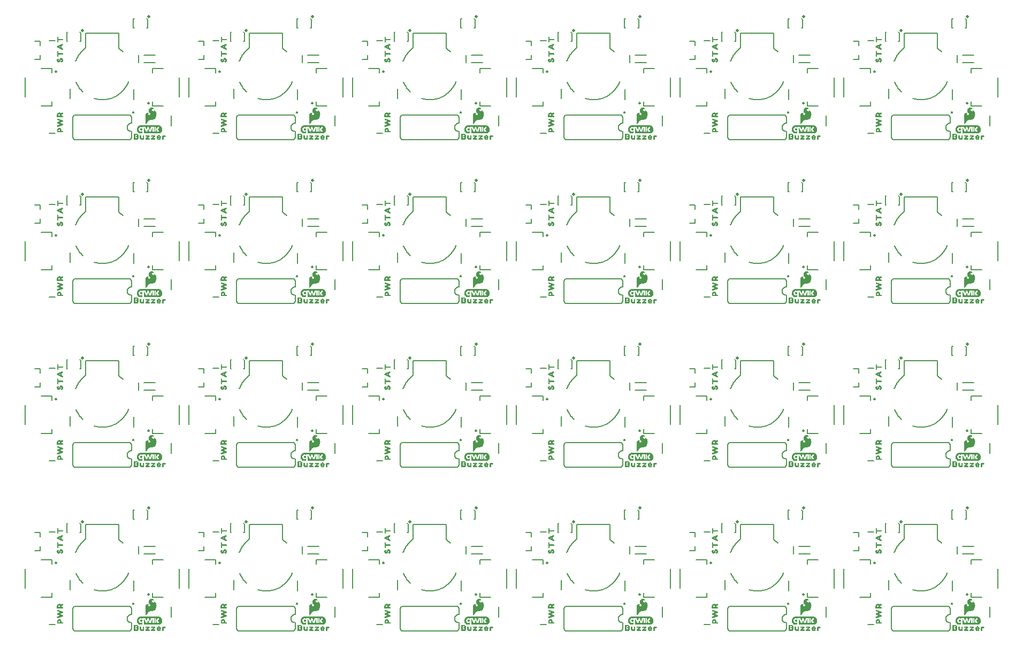
<source format=gto>
G04 EAGLE Gerber RS-274X export*
G75*
%MOMM*%
%FSLAX34Y34*%
%LPD*%
%INSilkscreen Top*%
%IPPOS*%
%AMOC8*
5,1,8,0,0,1.08239X$1,22.5*%
G01*
%ADD10C,0.203200*%
%ADD11C,0.508000*%

G36*
X967610Y312993D02*
X967610Y312993D01*
X967632Y312996D01*
X967640Y313013D01*
X967649Y313018D01*
X967647Y313028D01*
X967654Y313043D01*
X967666Y313459D01*
X967666Y313460D01*
X967666Y316639D01*
X967660Y316648D01*
X967663Y316659D01*
X967643Y316675D01*
X967630Y316696D01*
X967619Y316694D01*
X967610Y316701D01*
X967567Y316687D01*
X967562Y316686D01*
X967562Y316685D01*
X967561Y316685D01*
X967244Y316387D01*
X966833Y316072D01*
X966368Y315850D01*
X965865Y315730D01*
X965348Y315696D01*
X964830Y315744D01*
X964325Y315862D01*
X963841Y316047D01*
X963392Y316304D01*
X963006Y316649D01*
X962681Y317053D01*
X962416Y317499D01*
X962209Y317975D01*
X962084Y318481D01*
X962011Y318999D01*
X961975Y319520D01*
X962015Y320041D01*
X962098Y320557D01*
X962230Y321061D01*
X962446Y321533D01*
X962728Y321968D01*
X963070Y322356D01*
X963470Y322683D01*
X963923Y322935D01*
X964416Y323094D01*
X964928Y323182D01*
X965447Y323215D01*
X965962Y323159D01*
X966457Y323010D01*
X966915Y322773D01*
X967320Y322444D01*
X967321Y322443D01*
X967322Y322442D01*
X967566Y322257D01*
X967574Y322257D01*
X967578Y322250D01*
X967606Y322254D01*
X967634Y322252D01*
X967637Y322259D01*
X967645Y322260D01*
X967666Y322307D01*
X967666Y322912D01*
X967677Y323138D01*
X969977Y323138D01*
X969973Y322892D01*
X969981Y322880D01*
X970001Y313234D01*
X970001Y313233D01*
X970001Y313231D01*
X970010Y313041D01*
X970022Y313024D01*
X970025Y313003D01*
X970043Y312995D01*
X970050Y312986D01*
X970059Y312988D01*
X970073Y312982D01*
X992651Y312984D01*
X992653Y312985D01*
X992657Y312984D01*
X993711Y313090D01*
X993714Y313092D01*
X993718Y313091D01*
X994233Y313203D01*
X994236Y313205D01*
X994240Y313204D01*
X995245Y313533D01*
X995249Y313537D01*
X995256Y313538D01*
X996187Y314043D01*
X996189Y314047D01*
X996196Y314049D01*
X997025Y314705D01*
X997026Y314708D01*
X997030Y314710D01*
X997407Y315078D01*
X997408Y315081D01*
X997412Y315083D01*
X998079Y315906D01*
X998079Y315911D01*
X998085Y315915D01*
X998591Y316846D01*
X998590Y316851D01*
X998594Y316855D01*
X998778Y317349D01*
X998777Y317351D01*
X998779Y317353D01*
X998936Y317858D01*
X998935Y317860D01*
X998937Y317862D01*
X999061Y318375D01*
X999059Y318379D01*
X999062Y318383D01*
X999169Y319437D01*
X999166Y319442D01*
X999169Y319449D01*
X999079Y320503D01*
X999078Y320505D01*
X999079Y320509D01*
X998988Y321028D01*
X998986Y321031D01*
X998986Y321036D01*
X998672Y322048D01*
X998668Y322051D01*
X998668Y322059D01*
X998167Y322992D01*
X998164Y322993D01*
X998163Y322998D01*
X997860Y323430D01*
X997858Y323431D01*
X997857Y323434D01*
X997520Y323843D01*
X997519Y323843D01*
X997518Y323845D01*
X997488Y323879D01*
X997431Y323941D01*
X997431Y323942D01*
X997374Y324004D01*
X997317Y324067D01*
X997204Y324192D01*
X997204Y324193D01*
X997164Y324236D01*
X997160Y324237D01*
X997157Y324243D01*
X996340Y324917D01*
X996335Y324917D01*
X996331Y324923D01*
X995406Y325438D01*
X995403Y325438D01*
X995399Y325441D01*
X994913Y325643D01*
X994910Y325643D01*
X994906Y325646D01*
X993892Y325947D01*
X993887Y325946D01*
X993881Y325949D01*
X992826Y326056D01*
X992637Y326075D01*
X992634Y326073D01*
X992631Y326075D01*
X965615Y326075D01*
X965613Y326073D01*
X965609Y326075D01*
X964555Y325970D01*
X964552Y325968D01*
X964549Y325969D01*
X964032Y325865D01*
X964030Y325863D01*
X964025Y325864D01*
X963017Y325541D01*
X963013Y325537D01*
X963006Y325537D01*
X962075Y325031D01*
X962073Y325028D01*
X962067Y325027D01*
X961643Y324713D01*
X961642Y324712D01*
X961640Y324711D01*
X961231Y324374D01*
X961231Y324372D01*
X961228Y324371D01*
X960846Y324008D01*
X960845Y324004D01*
X960841Y324002D01*
X960168Y323184D01*
X960168Y323179D01*
X960162Y323174D01*
X959656Y322243D01*
X959656Y322239D01*
X959653Y322235D01*
X959463Y321744D01*
X959463Y321742D01*
X959461Y321739D01*
X959304Y321234D01*
X959305Y321232D01*
X959303Y321231D01*
X959172Y320719D01*
X959174Y320715D01*
X959171Y320710D01*
X959064Y319656D01*
X959066Y319652D01*
X959064Y319646D01*
X959093Y319119D01*
X959094Y319118D01*
X959093Y319116D01*
X959146Y318589D01*
X959147Y318588D01*
X959147Y318586D01*
X959230Y318065D01*
X959233Y318062D01*
X959232Y318056D01*
X959546Y317044D01*
X959550Y317041D01*
X959551Y317034D01*
X960045Y316098D01*
X960048Y316096D01*
X960048Y316092D01*
X960345Y315656D01*
X960348Y315655D01*
X960349Y315650D01*
X960466Y315513D01*
X960520Y315450D01*
X960573Y315388D01*
X960734Y315199D01*
X960787Y315137D01*
X960841Y315074D01*
X960894Y315011D01*
X961036Y314845D01*
X961040Y314844D01*
X961043Y314838D01*
X961861Y314163D01*
X961865Y314163D01*
X961870Y314157D01*
X962791Y313637D01*
X962794Y313637D01*
X962797Y313634D01*
X963281Y313425D01*
X963284Y313425D01*
X963287Y313422D01*
X964300Y313113D01*
X964305Y313115D01*
X964312Y313111D01*
X965366Y313005D01*
X965368Y313006D01*
X965370Y313005D01*
X965898Y312982D01*
X965899Y312982D01*
X965901Y312982D01*
X967592Y312982D01*
X967610Y312993D01*
G37*
G36*
X449450Y53913D02*
X449450Y53913D01*
X449472Y53916D01*
X449480Y53933D01*
X449489Y53938D01*
X449487Y53948D01*
X449494Y53963D01*
X449506Y54379D01*
X449506Y54380D01*
X449506Y57559D01*
X449500Y57568D01*
X449503Y57579D01*
X449483Y57595D01*
X449470Y57616D01*
X449459Y57614D01*
X449450Y57621D01*
X449407Y57607D01*
X449402Y57606D01*
X449402Y57605D01*
X449401Y57605D01*
X449084Y57307D01*
X448673Y56992D01*
X448208Y56770D01*
X447705Y56650D01*
X447188Y56616D01*
X446670Y56664D01*
X446165Y56782D01*
X445681Y56967D01*
X445232Y57224D01*
X444846Y57569D01*
X444521Y57973D01*
X444256Y58419D01*
X444049Y58895D01*
X443924Y59401D01*
X443851Y59919D01*
X443815Y60440D01*
X443855Y60961D01*
X443938Y61477D01*
X444070Y61981D01*
X444286Y62453D01*
X444568Y62888D01*
X444910Y63276D01*
X445310Y63603D01*
X445763Y63855D01*
X446256Y64014D01*
X446768Y64102D01*
X447287Y64135D01*
X447802Y64079D01*
X448297Y63930D01*
X448755Y63693D01*
X449160Y63364D01*
X449161Y63363D01*
X449162Y63362D01*
X449406Y63177D01*
X449414Y63177D01*
X449418Y63170D01*
X449446Y63174D01*
X449474Y63172D01*
X449477Y63179D01*
X449485Y63180D01*
X449506Y63227D01*
X449506Y63832D01*
X449517Y64058D01*
X451817Y64058D01*
X451813Y63812D01*
X451821Y63800D01*
X451841Y54154D01*
X451841Y54153D01*
X451841Y54151D01*
X451850Y53961D01*
X451862Y53944D01*
X451865Y53923D01*
X451883Y53915D01*
X451890Y53906D01*
X451899Y53908D01*
X451913Y53902D01*
X474491Y53904D01*
X474493Y53905D01*
X474497Y53904D01*
X475551Y54010D01*
X475554Y54012D01*
X475558Y54011D01*
X476073Y54123D01*
X476076Y54125D01*
X476080Y54124D01*
X477085Y54453D01*
X477089Y54457D01*
X477096Y54458D01*
X478027Y54963D01*
X478029Y54967D01*
X478036Y54969D01*
X478865Y55625D01*
X478866Y55628D01*
X478870Y55630D01*
X479247Y55998D01*
X479248Y56001D01*
X479252Y56003D01*
X479919Y56826D01*
X479919Y56831D01*
X479925Y56835D01*
X480431Y57766D01*
X480430Y57771D01*
X480434Y57775D01*
X480618Y58269D01*
X480617Y58271D01*
X480619Y58273D01*
X480776Y58778D01*
X480775Y58780D01*
X480777Y58782D01*
X480901Y59295D01*
X480899Y59299D01*
X480902Y59303D01*
X481009Y60357D01*
X481006Y60362D01*
X481009Y60369D01*
X480919Y61423D01*
X480918Y61425D01*
X480919Y61429D01*
X480828Y61948D01*
X480826Y61951D01*
X480826Y61956D01*
X480512Y62968D01*
X480508Y62971D01*
X480508Y62979D01*
X480007Y63912D01*
X480004Y63913D01*
X480003Y63918D01*
X479700Y64350D01*
X479698Y64351D01*
X479697Y64354D01*
X479360Y64763D01*
X479359Y64763D01*
X479358Y64765D01*
X479328Y64799D01*
X479271Y64861D01*
X479271Y64862D01*
X479214Y64924D01*
X479157Y64987D01*
X479044Y65112D01*
X479044Y65113D01*
X479004Y65156D01*
X479000Y65157D01*
X478997Y65163D01*
X478180Y65837D01*
X478175Y65837D01*
X478171Y65843D01*
X477246Y66358D01*
X477243Y66358D01*
X477239Y66361D01*
X476753Y66563D01*
X476750Y66563D01*
X476746Y66566D01*
X475732Y66867D01*
X475727Y66866D01*
X475721Y66869D01*
X474666Y66976D01*
X474477Y66995D01*
X474474Y66993D01*
X474471Y66995D01*
X447455Y66995D01*
X447453Y66993D01*
X447449Y66995D01*
X446395Y66890D01*
X446392Y66888D01*
X446389Y66889D01*
X445872Y66785D01*
X445870Y66783D01*
X445865Y66784D01*
X444857Y66461D01*
X444853Y66457D01*
X444846Y66457D01*
X443915Y65951D01*
X443913Y65948D01*
X443907Y65947D01*
X443483Y65633D01*
X443482Y65632D01*
X443480Y65631D01*
X443071Y65294D01*
X443071Y65292D01*
X443068Y65291D01*
X442686Y64928D01*
X442685Y64924D01*
X442681Y64922D01*
X442008Y64104D01*
X442008Y64099D01*
X442002Y64094D01*
X441496Y63163D01*
X441496Y63159D01*
X441493Y63155D01*
X441303Y62664D01*
X441303Y62662D01*
X441301Y62659D01*
X441144Y62154D01*
X441145Y62152D01*
X441143Y62151D01*
X441012Y61639D01*
X441014Y61635D01*
X441011Y61630D01*
X440904Y60576D01*
X440906Y60572D01*
X440904Y60566D01*
X440933Y60039D01*
X440934Y60038D01*
X440933Y60036D01*
X440986Y59509D01*
X440987Y59508D01*
X440987Y59506D01*
X441070Y58985D01*
X441073Y58982D01*
X441072Y58976D01*
X441386Y57964D01*
X441390Y57961D01*
X441391Y57954D01*
X441885Y57018D01*
X441888Y57016D01*
X441888Y57012D01*
X442185Y56576D01*
X442188Y56575D01*
X442189Y56570D01*
X442306Y56433D01*
X442360Y56370D01*
X442413Y56308D01*
X442574Y56119D01*
X442627Y56057D01*
X442681Y55994D01*
X442734Y55931D01*
X442876Y55765D01*
X442880Y55764D01*
X442883Y55758D01*
X443701Y55083D01*
X443705Y55083D01*
X443710Y55077D01*
X444631Y54557D01*
X444634Y54557D01*
X444637Y54554D01*
X445121Y54345D01*
X445124Y54345D01*
X445127Y54342D01*
X446140Y54033D01*
X446145Y54035D01*
X446152Y54031D01*
X447206Y53925D01*
X447208Y53926D01*
X447210Y53925D01*
X447738Y53902D01*
X447739Y53902D01*
X447741Y53902D01*
X449432Y53902D01*
X449450Y53913D01*
G37*
G36*
X967610Y53913D02*
X967610Y53913D01*
X967632Y53916D01*
X967640Y53933D01*
X967649Y53938D01*
X967647Y53948D01*
X967654Y53963D01*
X967666Y54379D01*
X967666Y54380D01*
X967666Y57559D01*
X967660Y57568D01*
X967663Y57579D01*
X967643Y57595D01*
X967630Y57616D01*
X967619Y57614D01*
X967610Y57621D01*
X967567Y57607D01*
X967562Y57606D01*
X967562Y57605D01*
X967561Y57605D01*
X967244Y57307D01*
X966833Y56992D01*
X966368Y56770D01*
X965865Y56650D01*
X965348Y56616D01*
X964830Y56664D01*
X964325Y56782D01*
X963841Y56967D01*
X963392Y57224D01*
X963006Y57569D01*
X962681Y57973D01*
X962416Y58419D01*
X962209Y58895D01*
X962084Y59401D01*
X962011Y59919D01*
X961975Y60440D01*
X962015Y60961D01*
X962098Y61477D01*
X962230Y61981D01*
X962446Y62453D01*
X962728Y62888D01*
X963070Y63276D01*
X963470Y63603D01*
X963923Y63855D01*
X964416Y64014D01*
X964928Y64102D01*
X965447Y64135D01*
X965962Y64079D01*
X966457Y63930D01*
X966915Y63693D01*
X967320Y63364D01*
X967321Y63363D01*
X967322Y63362D01*
X967566Y63177D01*
X967574Y63177D01*
X967578Y63170D01*
X967606Y63174D01*
X967634Y63172D01*
X967637Y63179D01*
X967645Y63180D01*
X967666Y63227D01*
X967666Y63832D01*
X967677Y64058D01*
X969977Y64058D01*
X969973Y63812D01*
X969981Y63800D01*
X970001Y54154D01*
X970001Y54153D01*
X970001Y54151D01*
X970010Y53961D01*
X970022Y53944D01*
X970025Y53923D01*
X970043Y53915D01*
X970050Y53906D01*
X970059Y53908D01*
X970073Y53902D01*
X992651Y53904D01*
X992653Y53905D01*
X992657Y53904D01*
X993711Y54010D01*
X993714Y54012D01*
X993718Y54011D01*
X994233Y54123D01*
X994236Y54125D01*
X994240Y54124D01*
X995245Y54453D01*
X995249Y54457D01*
X995256Y54458D01*
X996187Y54963D01*
X996189Y54967D01*
X996196Y54969D01*
X997025Y55625D01*
X997026Y55628D01*
X997030Y55630D01*
X997407Y55998D01*
X997408Y56001D01*
X997412Y56003D01*
X998079Y56826D01*
X998079Y56831D01*
X998085Y56835D01*
X998591Y57766D01*
X998590Y57771D01*
X998594Y57775D01*
X998778Y58269D01*
X998777Y58271D01*
X998779Y58273D01*
X998936Y58778D01*
X998935Y58780D01*
X998937Y58782D01*
X999061Y59295D01*
X999059Y59299D01*
X999062Y59303D01*
X999169Y60357D01*
X999166Y60362D01*
X999169Y60369D01*
X999079Y61423D01*
X999078Y61425D01*
X999079Y61429D01*
X998988Y61948D01*
X998986Y61951D01*
X998986Y61956D01*
X998672Y62968D01*
X998668Y62971D01*
X998668Y62979D01*
X998167Y63912D01*
X998164Y63913D01*
X998163Y63918D01*
X997860Y64350D01*
X997858Y64351D01*
X997857Y64354D01*
X997520Y64763D01*
X997519Y64763D01*
X997518Y64765D01*
X997488Y64799D01*
X997431Y64861D01*
X997431Y64862D01*
X997374Y64924D01*
X997317Y64987D01*
X997204Y65112D01*
X997204Y65113D01*
X997164Y65156D01*
X997160Y65157D01*
X997157Y65163D01*
X996340Y65837D01*
X996335Y65837D01*
X996331Y65843D01*
X995406Y66358D01*
X995403Y66358D01*
X995399Y66361D01*
X994913Y66563D01*
X994910Y66563D01*
X994906Y66566D01*
X993892Y66867D01*
X993887Y66866D01*
X993881Y66869D01*
X992826Y66976D01*
X992637Y66995D01*
X992634Y66993D01*
X992631Y66995D01*
X965615Y66995D01*
X965613Y66993D01*
X965609Y66995D01*
X964555Y66890D01*
X964552Y66888D01*
X964549Y66889D01*
X964032Y66785D01*
X964030Y66783D01*
X964025Y66784D01*
X963017Y66461D01*
X963013Y66457D01*
X963006Y66457D01*
X962075Y65951D01*
X962073Y65948D01*
X962067Y65947D01*
X961643Y65633D01*
X961642Y65632D01*
X961640Y65631D01*
X961231Y65294D01*
X961231Y65292D01*
X961228Y65291D01*
X960846Y64928D01*
X960845Y64924D01*
X960841Y64922D01*
X960168Y64104D01*
X960168Y64099D01*
X960162Y64094D01*
X959656Y63163D01*
X959656Y63159D01*
X959653Y63155D01*
X959463Y62664D01*
X959463Y62662D01*
X959461Y62659D01*
X959304Y62154D01*
X959305Y62152D01*
X959303Y62151D01*
X959172Y61639D01*
X959174Y61635D01*
X959171Y61630D01*
X959064Y60576D01*
X959066Y60572D01*
X959064Y60566D01*
X959093Y60039D01*
X959094Y60038D01*
X959093Y60036D01*
X959146Y59509D01*
X959147Y59508D01*
X959147Y59506D01*
X959230Y58985D01*
X959233Y58982D01*
X959232Y58976D01*
X959546Y57964D01*
X959550Y57961D01*
X959551Y57954D01*
X960045Y57018D01*
X960048Y57016D01*
X960048Y57012D01*
X960345Y56576D01*
X960348Y56575D01*
X960349Y56570D01*
X960466Y56433D01*
X960520Y56370D01*
X960573Y56308D01*
X960734Y56119D01*
X960787Y56057D01*
X960841Y55994D01*
X960894Y55931D01*
X961036Y55765D01*
X961040Y55764D01*
X961043Y55758D01*
X961861Y55083D01*
X961865Y55083D01*
X961870Y55077D01*
X962791Y54557D01*
X962794Y54557D01*
X962797Y54554D01*
X963281Y54345D01*
X963284Y54345D01*
X963287Y54342D01*
X964300Y54033D01*
X964305Y54035D01*
X964312Y54031D01*
X965366Y53925D01*
X965368Y53926D01*
X965370Y53925D01*
X965898Y53902D01*
X965899Y53902D01*
X965901Y53902D01*
X967592Y53902D01*
X967610Y53913D01*
G37*
G36*
X449450Y572073D02*
X449450Y572073D01*
X449472Y572076D01*
X449480Y572093D01*
X449489Y572098D01*
X449487Y572108D01*
X449494Y572123D01*
X449506Y572539D01*
X449506Y572540D01*
X449506Y575719D01*
X449500Y575728D01*
X449503Y575739D01*
X449483Y575755D01*
X449470Y575776D01*
X449459Y575774D01*
X449450Y575781D01*
X449407Y575767D01*
X449402Y575766D01*
X449402Y575765D01*
X449401Y575765D01*
X449084Y575467D01*
X448673Y575152D01*
X448208Y574930D01*
X447705Y574810D01*
X447188Y574776D01*
X446670Y574824D01*
X446165Y574942D01*
X445681Y575127D01*
X445232Y575384D01*
X444846Y575729D01*
X444521Y576133D01*
X444256Y576579D01*
X444049Y577055D01*
X443924Y577561D01*
X443851Y578079D01*
X443815Y578600D01*
X443855Y579121D01*
X443938Y579637D01*
X444070Y580141D01*
X444286Y580613D01*
X444568Y581048D01*
X444910Y581436D01*
X445310Y581763D01*
X445763Y582015D01*
X446256Y582174D01*
X446768Y582262D01*
X447287Y582295D01*
X447802Y582239D01*
X448297Y582090D01*
X448755Y581853D01*
X449160Y581524D01*
X449161Y581523D01*
X449162Y581522D01*
X449406Y581337D01*
X449414Y581337D01*
X449418Y581330D01*
X449446Y581334D01*
X449474Y581332D01*
X449477Y581339D01*
X449485Y581340D01*
X449506Y581387D01*
X449506Y581992D01*
X449517Y582218D01*
X451817Y582218D01*
X451813Y581972D01*
X451821Y581960D01*
X451841Y572314D01*
X451841Y572313D01*
X451841Y572311D01*
X451850Y572121D01*
X451862Y572104D01*
X451865Y572083D01*
X451883Y572075D01*
X451890Y572066D01*
X451899Y572068D01*
X451913Y572062D01*
X474491Y572064D01*
X474493Y572065D01*
X474497Y572064D01*
X475551Y572170D01*
X475554Y572172D01*
X475558Y572171D01*
X476073Y572283D01*
X476076Y572285D01*
X476080Y572284D01*
X477085Y572613D01*
X477089Y572617D01*
X477096Y572618D01*
X478027Y573123D01*
X478029Y573127D01*
X478036Y573129D01*
X478865Y573785D01*
X478866Y573788D01*
X478870Y573790D01*
X479247Y574158D01*
X479248Y574161D01*
X479252Y574163D01*
X479919Y574986D01*
X479919Y574991D01*
X479925Y574995D01*
X480431Y575926D01*
X480430Y575931D01*
X480434Y575935D01*
X480618Y576429D01*
X480617Y576431D01*
X480619Y576433D01*
X480776Y576938D01*
X480775Y576940D01*
X480777Y576942D01*
X480901Y577455D01*
X480899Y577459D01*
X480902Y577463D01*
X481009Y578517D01*
X481006Y578522D01*
X481009Y578529D01*
X480919Y579583D01*
X480918Y579585D01*
X480919Y579589D01*
X480828Y580108D01*
X480826Y580111D01*
X480826Y580116D01*
X480512Y581128D01*
X480508Y581131D01*
X480508Y581139D01*
X480007Y582072D01*
X480004Y582073D01*
X480003Y582078D01*
X479700Y582510D01*
X479698Y582511D01*
X479697Y582514D01*
X479360Y582923D01*
X479359Y582923D01*
X479358Y582925D01*
X479328Y582959D01*
X479271Y583021D01*
X479271Y583022D01*
X479214Y583084D01*
X479157Y583147D01*
X479044Y583272D01*
X479044Y583273D01*
X479004Y583316D01*
X479000Y583317D01*
X478997Y583323D01*
X478180Y583997D01*
X478175Y583997D01*
X478171Y584003D01*
X477246Y584518D01*
X477243Y584518D01*
X477239Y584521D01*
X476753Y584723D01*
X476750Y584723D01*
X476746Y584726D01*
X475732Y585027D01*
X475727Y585026D01*
X475721Y585029D01*
X474666Y585136D01*
X474477Y585155D01*
X474474Y585153D01*
X474471Y585155D01*
X447455Y585155D01*
X447453Y585153D01*
X447449Y585155D01*
X446395Y585050D01*
X446392Y585048D01*
X446389Y585049D01*
X445872Y584945D01*
X445870Y584943D01*
X445865Y584944D01*
X444857Y584621D01*
X444853Y584617D01*
X444846Y584617D01*
X443915Y584111D01*
X443913Y584108D01*
X443907Y584107D01*
X443483Y583793D01*
X443482Y583792D01*
X443480Y583791D01*
X443071Y583454D01*
X443071Y583452D01*
X443068Y583451D01*
X442686Y583088D01*
X442685Y583084D01*
X442681Y583082D01*
X442008Y582264D01*
X442008Y582259D01*
X442002Y582254D01*
X441496Y581323D01*
X441496Y581319D01*
X441493Y581315D01*
X441303Y580824D01*
X441303Y580822D01*
X441301Y580819D01*
X441144Y580314D01*
X441145Y580312D01*
X441143Y580311D01*
X441012Y579799D01*
X441014Y579795D01*
X441011Y579790D01*
X440904Y578736D01*
X440906Y578732D01*
X440904Y578726D01*
X440933Y578199D01*
X440934Y578198D01*
X440933Y578196D01*
X440986Y577669D01*
X440987Y577668D01*
X440987Y577666D01*
X441070Y577145D01*
X441073Y577142D01*
X441072Y577136D01*
X441386Y576124D01*
X441390Y576121D01*
X441391Y576114D01*
X441885Y575178D01*
X441888Y575176D01*
X441888Y575172D01*
X442185Y574736D01*
X442188Y574735D01*
X442189Y574730D01*
X442306Y574593D01*
X442360Y574530D01*
X442413Y574468D01*
X442574Y574279D01*
X442627Y574217D01*
X442681Y574154D01*
X442734Y574091D01*
X442876Y573925D01*
X442880Y573924D01*
X442883Y573918D01*
X443701Y573243D01*
X443705Y573243D01*
X443710Y573237D01*
X444631Y572717D01*
X444634Y572717D01*
X444637Y572714D01*
X445121Y572505D01*
X445124Y572505D01*
X445127Y572502D01*
X446140Y572193D01*
X446145Y572195D01*
X446152Y572191D01*
X447206Y572085D01*
X447208Y572086D01*
X447210Y572085D01*
X447738Y572062D01*
X447739Y572062D01*
X447741Y572062D01*
X449432Y572062D01*
X449450Y572073D01*
G37*
G36*
X190370Y572073D02*
X190370Y572073D01*
X190392Y572076D01*
X190400Y572093D01*
X190409Y572098D01*
X190407Y572108D01*
X190414Y572123D01*
X190426Y572539D01*
X190426Y572540D01*
X190426Y575719D01*
X190420Y575728D01*
X190423Y575739D01*
X190403Y575755D01*
X190390Y575776D01*
X190379Y575774D01*
X190370Y575781D01*
X190327Y575767D01*
X190322Y575766D01*
X190322Y575765D01*
X190321Y575765D01*
X190004Y575467D01*
X189593Y575152D01*
X189128Y574930D01*
X188625Y574810D01*
X188108Y574776D01*
X187590Y574824D01*
X187085Y574942D01*
X186601Y575127D01*
X186152Y575384D01*
X185766Y575729D01*
X185441Y576133D01*
X185176Y576579D01*
X184969Y577055D01*
X184844Y577561D01*
X184771Y578079D01*
X184735Y578600D01*
X184775Y579121D01*
X184858Y579637D01*
X184990Y580141D01*
X185206Y580613D01*
X185488Y581048D01*
X185830Y581436D01*
X186230Y581763D01*
X186683Y582015D01*
X187176Y582174D01*
X187688Y582262D01*
X188207Y582295D01*
X188722Y582239D01*
X189217Y582090D01*
X189675Y581853D01*
X190080Y581524D01*
X190081Y581523D01*
X190082Y581522D01*
X190326Y581337D01*
X190334Y581337D01*
X190338Y581330D01*
X190366Y581334D01*
X190394Y581332D01*
X190397Y581339D01*
X190405Y581340D01*
X190426Y581387D01*
X190426Y581992D01*
X190437Y582218D01*
X192737Y582218D01*
X192733Y581972D01*
X192741Y581960D01*
X192761Y572314D01*
X192761Y572313D01*
X192761Y572311D01*
X192770Y572121D01*
X192782Y572104D01*
X192785Y572083D01*
X192803Y572075D01*
X192810Y572066D01*
X192819Y572068D01*
X192833Y572062D01*
X215411Y572064D01*
X215413Y572065D01*
X215417Y572064D01*
X216471Y572170D01*
X216474Y572172D01*
X216478Y572171D01*
X216993Y572283D01*
X216996Y572285D01*
X217000Y572284D01*
X218005Y572613D01*
X218009Y572617D01*
X218016Y572618D01*
X218947Y573123D01*
X218949Y573127D01*
X218956Y573129D01*
X219785Y573785D01*
X219786Y573788D01*
X219790Y573790D01*
X220167Y574158D01*
X220168Y574161D01*
X220172Y574163D01*
X220839Y574986D01*
X220839Y574991D01*
X220845Y574995D01*
X221351Y575926D01*
X221350Y575931D01*
X221354Y575935D01*
X221538Y576429D01*
X221537Y576431D01*
X221539Y576433D01*
X221696Y576938D01*
X221695Y576940D01*
X221697Y576942D01*
X221821Y577455D01*
X221819Y577459D01*
X221822Y577463D01*
X221929Y578517D01*
X221926Y578522D01*
X221929Y578529D01*
X221839Y579583D01*
X221838Y579585D01*
X221839Y579589D01*
X221748Y580108D01*
X221746Y580111D01*
X221746Y580116D01*
X221432Y581128D01*
X221428Y581131D01*
X221428Y581139D01*
X220927Y582072D01*
X220924Y582073D01*
X220923Y582078D01*
X220620Y582510D01*
X220618Y582511D01*
X220617Y582514D01*
X220280Y582923D01*
X220279Y582923D01*
X220278Y582925D01*
X220248Y582959D01*
X220191Y583021D01*
X220191Y583022D01*
X220134Y583084D01*
X220077Y583147D01*
X219964Y583272D01*
X219964Y583273D01*
X219924Y583316D01*
X219920Y583317D01*
X219917Y583323D01*
X219100Y583997D01*
X219095Y583997D01*
X219091Y584003D01*
X218166Y584518D01*
X218163Y584518D01*
X218159Y584521D01*
X217673Y584723D01*
X217670Y584723D01*
X217666Y584726D01*
X216652Y585027D01*
X216647Y585026D01*
X216641Y585029D01*
X215586Y585136D01*
X215397Y585155D01*
X215394Y585153D01*
X215391Y585155D01*
X188375Y585155D01*
X188373Y585153D01*
X188369Y585155D01*
X187315Y585050D01*
X187312Y585048D01*
X187309Y585049D01*
X186792Y584945D01*
X186790Y584943D01*
X186785Y584944D01*
X185777Y584621D01*
X185773Y584617D01*
X185766Y584617D01*
X184835Y584111D01*
X184833Y584108D01*
X184827Y584107D01*
X184403Y583793D01*
X184402Y583792D01*
X184400Y583791D01*
X183991Y583454D01*
X183991Y583452D01*
X183988Y583451D01*
X183606Y583088D01*
X183605Y583084D01*
X183601Y583082D01*
X182928Y582264D01*
X182928Y582259D01*
X182922Y582254D01*
X182416Y581323D01*
X182416Y581319D01*
X182413Y581315D01*
X182223Y580824D01*
X182223Y580822D01*
X182221Y580819D01*
X182064Y580314D01*
X182065Y580312D01*
X182063Y580311D01*
X181932Y579799D01*
X181934Y579795D01*
X181931Y579790D01*
X181824Y578736D01*
X181826Y578732D01*
X181824Y578726D01*
X181853Y578199D01*
X181854Y578198D01*
X181853Y578196D01*
X181906Y577669D01*
X181907Y577668D01*
X181907Y577666D01*
X181990Y577145D01*
X181993Y577142D01*
X181992Y577136D01*
X182306Y576124D01*
X182310Y576121D01*
X182311Y576114D01*
X182805Y575178D01*
X182808Y575176D01*
X182808Y575172D01*
X183105Y574736D01*
X183108Y574735D01*
X183109Y574730D01*
X183226Y574593D01*
X183280Y574530D01*
X183333Y574468D01*
X183494Y574279D01*
X183547Y574217D01*
X183601Y574154D01*
X183654Y574091D01*
X183796Y573925D01*
X183800Y573924D01*
X183803Y573918D01*
X184621Y573243D01*
X184625Y573243D01*
X184630Y573237D01*
X185551Y572717D01*
X185554Y572717D01*
X185557Y572714D01*
X186041Y572505D01*
X186044Y572505D01*
X186047Y572502D01*
X187060Y572193D01*
X187065Y572195D01*
X187072Y572191D01*
X188126Y572085D01*
X188128Y572086D01*
X188130Y572085D01*
X188658Y572062D01*
X188659Y572062D01*
X188661Y572062D01*
X190352Y572062D01*
X190370Y572073D01*
G37*
G36*
X708530Y572073D02*
X708530Y572073D01*
X708552Y572076D01*
X708560Y572093D01*
X708569Y572098D01*
X708567Y572108D01*
X708574Y572123D01*
X708586Y572539D01*
X708586Y572540D01*
X708586Y575719D01*
X708580Y575728D01*
X708583Y575739D01*
X708563Y575755D01*
X708550Y575776D01*
X708539Y575774D01*
X708530Y575781D01*
X708487Y575767D01*
X708482Y575766D01*
X708482Y575765D01*
X708481Y575765D01*
X708164Y575467D01*
X707753Y575152D01*
X707288Y574930D01*
X706785Y574810D01*
X706268Y574776D01*
X705750Y574824D01*
X705245Y574942D01*
X704761Y575127D01*
X704312Y575384D01*
X703926Y575729D01*
X703601Y576133D01*
X703336Y576579D01*
X703129Y577055D01*
X703004Y577561D01*
X702931Y578079D01*
X702895Y578600D01*
X702935Y579121D01*
X703018Y579637D01*
X703150Y580141D01*
X703366Y580613D01*
X703648Y581048D01*
X703990Y581436D01*
X704390Y581763D01*
X704843Y582015D01*
X705336Y582174D01*
X705848Y582262D01*
X706367Y582295D01*
X706882Y582239D01*
X707377Y582090D01*
X707835Y581853D01*
X708240Y581524D01*
X708241Y581523D01*
X708242Y581522D01*
X708486Y581337D01*
X708494Y581337D01*
X708498Y581330D01*
X708526Y581334D01*
X708554Y581332D01*
X708557Y581339D01*
X708565Y581340D01*
X708586Y581387D01*
X708586Y581992D01*
X708597Y582218D01*
X710897Y582218D01*
X710893Y581972D01*
X710901Y581960D01*
X710921Y572314D01*
X710921Y572313D01*
X710921Y572311D01*
X710930Y572121D01*
X710942Y572104D01*
X710945Y572083D01*
X710963Y572075D01*
X710970Y572066D01*
X710979Y572068D01*
X710993Y572062D01*
X733571Y572064D01*
X733573Y572065D01*
X733577Y572064D01*
X734631Y572170D01*
X734634Y572172D01*
X734638Y572171D01*
X735153Y572283D01*
X735156Y572285D01*
X735160Y572284D01*
X736165Y572613D01*
X736169Y572617D01*
X736176Y572618D01*
X737107Y573123D01*
X737109Y573127D01*
X737116Y573129D01*
X737945Y573785D01*
X737946Y573788D01*
X737950Y573790D01*
X738327Y574158D01*
X738328Y574161D01*
X738332Y574163D01*
X738999Y574986D01*
X738999Y574991D01*
X739005Y574995D01*
X739511Y575926D01*
X739510Y575931D01*
X739514Y575935D01*
X739698Y576429D01*
X739697Y576431D01*
X739699Y576433D01*
X739856Y576938D01*
X739855Y576940D01*
X739857Y576942D01*
X739981Y577455D01*
X739979Y577459D01*
X739982Y577463D01*
X740089Y578517D01*
X740086Y578522D01*
X740089Y578529D01*
X739999Y579583D01*
X739998Y579585D01*
X739999Y579589D01*
X739908Y580108D01*
X739906Y580111D01*
X739906Y580116D01*
X739592Y581128D01*
X739588Y581131D01*
X739588Y581139D01*
X739087Y582072D01*
X739084Y582073D01*
X739083Y582078D01*
X738780Y582510D01*
X738778Y582511D01*
X738777Y582514D01*
X738440Y582923D01*
X738439Y582923D01*
X738438Y582925D01*
X738408Y582959D01*
X738351Y583021D01*
X738351Y583022D01*
X738294Y583084D01*
X738237Y583147D01*
X738124Y583272D01*
X738124Y583273D01*
X738084Y583316D01*
X738080Y583317D01*
X738077Y583323D01*
X737260Y583997D01*
X737255Y583997D01*
X737251Y584003D01*
X736326Y584518D01*
X736323Y584518D01*
X736319Y584521D01*
X735833Y584723D01*
X735830Y584723D01*
X735826Y584726D01*
X734812Y585027D01*
X734807Y585026D01*
X734801Y585029D01*
X733746Y585136D01*
X733557Y585155D01*
X733554Y585153D01*
X733551Y585155D01*
X706535Y585155D01*
X706533Y585153D01*
X706529Y585155D01*
X705475Y585050D01*
X705472Y585048D01*
X705469Y585049D01*
X704952Y584945D01*
X704950Y584943D01*
X704945Y584944D01*
X703937Y584621D01*
X703933Y584617D01*
X703926Y584617D01*
X702995Y584111D01*
X702993Y584108D01*
X702987Y584107D01*
X702563Y583793D01*
X702562Y583792D01*
X702560Y583791D01*
X702151Y583454D01*
X702151Y583452D01*
X702148Y583451D01*
X701766Y583088D01*
X701765Y583084D01*
X701761Y583082D01*
X701088Y582264D01*
X701088Y582259D01*
X701082Y582254D01*
X700576Y581323D01*
X700576Y581319D01*
X700573Y581315D01*
X700383Y580824D01*
X700383Y580822D01*
X700381Y580819D01*
X700224Y580314D01*
X700225Y580312D01*
X700223Y580311D01*
X700092Y579799D01*
X700094Y579795D01*
X700091Y579790D01*
X699984Y578736D01*
X699986Y578732D01*
X699984Y578726D01*
X700013Y578199D01*
X700014Y578198D01*
X700013Y578196D01*
X700066Y577669D01*
X700067Y577668D01*
X700067Y577666D01*
X700150Y577145D01*
X700153Y577142D01*
X700152Y577136D01*
X700466Y576124D01*
X700470Y576121D01*
X700471Y576114D01*
X700965Y575178D01*
X700968Y575176D01*
X700968Y575172D01*
X701265Y574736D01*
X701268Y574735D01*
X701269Y574730D01*
X701386Y574593D01*
X701440Y574530D01*
X701493Y574468D01*
X701654Y574279D01*
X701707Y574217D01*
X701761Y574154D01*
X701814Y574091D01*
X701956Y573925D01*
X701960Y573924D01*
X701963Y573918D01*
X702781Y573243D01*
X702785Y573243D01*
X702790Y573237D01*
X703711Y572717D01*
X703714Y572717D01*
X703717Y572714D01*
X704201Y572505D01*
X704204Y572505D01*
X704207Y572502D01*
X705220Y572193D01*
X705225Y572195D01*
X705232Y572191D01*
X706286Y572085D01*
X706288Y572086D01*
X706290Y572085D01*
X706818Y572062D01*
X706819Y572062D01*
X706821Y572062D01*
X708512Y572062D01*
X708530Y572073D01*
G37*
G36*
X1485770Y572073D02*
X1485770Y572073D01*
X1485792Y572076D01*
X1485800Y572093D01*
X1485809Y572098D01*
X1485807Y572108D01*
X1485814Y572123D01*
X1485826Y572539D01*
X1485826Y572540D01*
X1485826Y575719D01*
X1485820Y575728D01*
X1485823Y575739D01*
X1485803Y575755D01*
X1485790Y575776D01*
X1485779Y575774D01*
X1485770Y575781D01*
X1485727Y575767D01*
X1485722Y575766D01*
X1485722Y575765D01*
X1485721Y575765D01*
X1485404Y575467D01*
X1484993Y575152D01*
X1484528Y574930D01*
X1484025Y574810D01*
X1483508Y574776D01*
X1482990Y574824D01*
X1482485Y574942D01*
X1482001Y575127D01*
X1481552Y575384D01*
X1481166Y575729D01*
X1480841Y576133D01*
X1480576Y576579D01*
X1480369Y577055D01*
X1480244Y577561D01*
X1480171Y578079D01*
X1480135Y578600D01*
X1480175Y579121D01*
X1480258Y579637D01*
X1480390Y580141D01*
X1480606Y580613D01*
X1480888Y581048D01*
X1481230Y581436D01*
X1481630Y581763D01*
X1482083Y582015D01*
X1482576Y582174D01*
X1483088Y582262D01*
X1483607Y582295D01*
X1484122Y582239D01*
X1484617Y582090D01*
X1485075Y581853D01*
X1485480Y581524D01*
X1485481Y581523D01*
X1485482Y581522D01*
X1485726Y581337D01*
X1485734Y581337D01*
X1485738Y581330D01*
X1485766Y581334D01*
X1485794Y581332D01*
X1485797Y581339D01*
X1485805Y581340D01*
X1485826Y581387D01*
X1485826Y581992D01*
X1485837Y582218D01*
X1488137Y582218D01*
X1488133Y581972D01*
X1488141Y581960D01*
X1488161Y572314D01*
X1488161Y572313D01*
X1488161Y572311D01*
X1488170Y572121D01*
X1488182Y572104D01*
X1488185Y572083D01*
X1488203Y572075D01*
X1488210Y572066D01*
X1488219Y572068D01*
X1488233Y572062D01*
X1510811Y572064D01*
X1510813Y572065D01*
X1510817Y572064D01*
X1511871Y572170D01*
X1511874Y572172D01*
X1511878Y572171D01*
X1512393Y572283D01*
X1512396Y572285D01*
X1512400Y572284D01*
X1513405Y572613D01*
X1513409Y572617D01*
X1513416Y572618D01*
X1514347Y573123D01*
X1514349Y573127D01*
X1514356Y573129D01*
X1515185Y573785D01*
X1515186Y573788D01*
X1515190Y573790D01*
X1515567Y574158D01*
X1515568Y574161D01*
X1515572Y574163D01*
X1516239Y574986D01*
X1516239Y574991D01*
X1516245Y574995D01*
X1516751Y575926D01*
X1516750Y575931D01*
X1516754Y575935D01*
X1516938Y576429D01*
X1516937Y576431D01*
X1516939Y576433D01*
X1517096Y576938D01*
X1517095Y576940D01*
X1517097Y576942D01*
X1517221Y577455D01*
X1517219Y577459D01*
X1517222Y577463D01*
X1517329Y578517D01*
X1517326Y578522D01*
X1517329Y578529D01*
X1517239Y579583D01*
X1517238Y579585D01*
X1517239Y579589D01*
X1517148Y580108D01*
X1517146Y580111D01*
X1517146Y580116D01*
X1516832Y581128D01*
X1516828Y581131D01*
X1516828Y581139D01*
X1516327Y582072D01*
X1516324Y582073D01*
X1516323Y582078D01*
X1516020Y582510D01*
X1516018Y582511D01*
X1516017Y582514D01*
X1515680Y582923D01*
X1515679Y582923D01*
X1515678Y582925D01*
X1515648Y582959D01*
X1515591Y583021D01*
X1515591Y583022D01*
X1515534Y583084D01*
X1515477Y583147D01*
X1515364Y583272D01*
X1515364Y583273D01*
X1515324Y583316D01*
X1515320Y583317D01*
X1515317Y583323D01*
X1514500Y583997D01*
X1514495Y583997D01*
X1514491Y584003D01*
X1513566Y584518D01*
X1513563Y584518D01*
X1513559Y584521D01*
X1513073Y584723D01*
X1513070Y584723D01*
X1513066Y584726D01*
X1512052Y585027D01*
X1512047Y585026D01*
X1512041Y585029D01*
X1510986Y585136D01*
X1510797Y585155D01*
X1510794Y585153D01*
X1510791Y585155D01*
X1483775Y585155D01*
X1483773Y585153D01*
X1483769Y585155D01*
X1482715Y585050D01*
X1482712Y585048D01*
X1482709Y585049D01*
X1482192Y584945D01*
X1482190Y584943D01*
X1482185Y584944D01*
X1481177Y584621D01*
X1481173Y584617D01*
X1481166Y584617D01*
X1480235Y584111D01*
X1480233Y584108D01*
X1480227Y584107D01*
X1479803Y583793D01*
X1479802Y583792D01*
X1479800Y583791D01*
X1479391Y583454D01*
X1479391Y583452D01*
X1479388Y583451D01*
X1479006Y583088D01*
X1479005Y583084D01*
X1479001Y583082D01*
X1478328Y582264D01*
X1478328Y582259D01*
X1478322Y582254D01*
X1477816Y581323D01*
X1477816Y581319D01*
X1477813Y581315D01*
X1477623Y580824D01*
X1477623Y580822D01*
X1477621Y580819D01*
X1477464Y580314D01*
X1477465Y580312D01*
X1477463Y580311D01*
X1477332Y579799D01*
X1477334Y579795D01*
X1477331Y579790D01*
X1477224Y578736D01*
X1477226Y578732D01*
X1477224Y578726D01*
X1477253Y578199D01*
X1477254Y578198D01*
X1477253Y578196D01*
X1477306Y577669D01*
X1477307Y577668D01*
X1477307Y577666D01*
X1477390Y577145D01*
X1477393Y577142D01*
X1477392Y577136D01*
X1477706Y576124D01*
X1477710Y576121D01*
X1477711Y576114D01*
X1478205Y575178D01*
X1478208Y575176D01*
X1478208Y575172D01*
X1478505Y574736D01*
X1478508Y574735D01*
X1478509Y574730D01*
X1478626Y574593D01*
X1478680Y574530D01*
X1478733Y574468D01*
X1478894Y574279D01*
X1478947Y574217D01*
X1479001Y574154D01*
X1479054Y574091D01*
X1479196Y573925D01*
X1479200Y573924D01*
X1479203Y573918D01*
X1480021Y573243D01*
X1480025Y573243D01*
X1480030Y573237D01*
X1480951Y572717D01*
X1480954Y572717D01*
X1480957Y572714D01*
X1481441Y572505D01*
X1481444Y572505D01*
X1481447Y572502D01*
X1482460Y572193D01*
X1482465Y572195D01*
X1482472Y572191D01*
X1483526Y572085D01*
X1483528Y572086D01*
X1483530Y572085D01*
X1484058Y572062D01*
X1484059Y572062D01*
X1484061Y572062D01*
X1485752Y572062D01*
X1485770Y572073D01*
G37*
G36*
X1226690Y572073D02*
X1226690Y572073D01*
X1226712Y572076D01*
X1226720Y572093D01*
X1226729Y572098D01*
X1226727Y572108D01*
X1226734Y572123D01*
X1226746Y572539D01*
X1226746Y572540D01*
X1226746Y575719D01*
X1226740Y575728D01*
X1226743Y575739D01*
X1226723Y575755D01*
X1226710Y575776D01*
X1226699Y575774D01*
X1226690Y575781D01*
X1226647Y575767D01*
X1226642Y575766D01*
X1226642Y575765D01*
X1226641Y575765D01*
X1226324Y575467D01*
X1225913Y575152D01*
X1225448Y574930D01*
X1224945Y574810D01*
X1224428Y574776D01*
X1223910Y574824D01*
X1223405Y574942D01*
X1222921Y575127D01*
X1222472Y575384D01*
X1222086Y575729D01*
X1221761Y576133D01*
X1221496Y576579D01*
X1221289Y577055D01*
X1221164Y577561D01*
X1221091Y578079D01*
X1221055Y578600D01*
X1221095Y579121D01*
X1221178Y579637D01*
X1221310Y580141D01*
X1221526Y580613D01*
X1221808Y581048D01*
X1222150Y581436D01*
X1222550Y581763D01*
X1223003Y582015D01*
X1223496Y582174D01*
X1224008Y582262D01*
X1224527Y582295D01*
X1225042Y582239D01*
X1225537Y582090D01*
X1225995Y581853D01*
X1226400Y581524D01*
X1226401Y581523D01*
X1226402Y581522D01*
X1226646Y581337D01*
X1226654Y581337D01*
X1226658Y581330D01*
X1226686Y581334D01*
X1226714Y581332D01*
X1226717Y581339D01*
X1226725Y581340D01*
X1226746Y581387D01*
X1226746Y581992D01*
X1226757Y582218D01*
X1229057Y582218D01*
X1229053Y581972D01*
X1229061Y581960D01*
X1229081Y572314D01*
X1229081Y572313D01*
X1229081Y572311D01*
X1229090Y572121D01*
X1229102Y572104D01*
X1229105Y572083D01*
X1229123Y572075D01*
X1229130Y572066D01*
X1229139Y572068D01*
X1229153Y572062D01*
X1251731Y572064D01*
X1251733Y572065D01*
X1251737Y572064D01*
X1252791Y572170D01*
X1252794Y572172D01*
X1252798Y572171D01*
X1253313Y572283D01*
X1253316Y572285D01*
X1253320Y572284D01*
X1254325Y572613D01*
X1254329Y572617D01*
X1254336Y572618D01*
X1255267Y573123D01*
X1255269Y573127D01*
X1255276Y573129D01*
X1256105Y573785D01*
X1256106Y573788D01*
X1256110Y573790D01*
X1256487Y574158D01*
X1256488Y574161D01*
X1256492Y574163D01*
X1257159Y574986D01*
X1257159Y574991D01*
X1257165Y574995D01*
X1257671Y575926D01*
X1257670Y575931D01*
X1257674Y575935D01*
X1257858Y576429D01*
X1257857Y576431D01*
X1257859Y576433D01*
X1258016Y576938D01*
X1258015Y576940D01*
X1258017Y576942D01*
X1258141Y577455D01*
X1258139Y577459D01*
X1258142Y577463D01*
X1258249Y578517D01*
X1258246Y578522D01*
X1258249Y578529D01*
X1258159Y579583D01*
X1258158Y579585D01*
X1258159Y579589D01*
X1258068Y580108D01*
X1258066Y580111D01*
X1258066Y580116D01*
X1257752Y581128D01*
X1257748Y581131D01*
X1257748Y581139D01*
X1257247Y582072D01*
X1257244Y582073D01*
X1257243Y582078D01*
X1256940Y582510D01*
X1256938Y582511D01*
X1256937Y582514D01*
X1256600Y582923D01*
X1256599Y582923D01*
X1256598Y582925D01*
X1256568Y582959D01*
X1256511Y583021D01*
X1256511Y583022D01*
X1256454Y583084D01*
X1256397Y583147D01*
X1256284Y583272D01*
X1256284Y583273D01*
X1256244Y583316D01*
X1256240Y583317D01*
X1256237Y583323D01*
X1255420Y583997D01*
X1255415Y583997D01*
X1255411Y584003D01*
X1254486Y584518D01*
X1254483Y584518D01*
X1254479Y584521D01*
X1253993Y584723D01*
X1253990Y584723D01*
X1253986Y584726D01*
X1252972Y585027D01*
X1252967Y585026D01*
X1252961Y585029D01*
X1251906Y585136D01*
X1251717Y585155D01*
X1251714Y585153D01*
X1251711Y585155D01*
X1224695Y585155D01*
X1224693Y585153D01*
X1224689Y585155D01*
X1223635Y585050D01*
X1223632Y585048D01*
X1223629Y585049D01*
X1223112Y584945D01*
X1223110Y584943D01*
X1223105Y584944D01*
X1222097Y584621D01*
X1222093Y584617D01*
X1222086Y584617D01*
X1221155Y584111D01*
X1221153Y584108D01*
X1221147Y584107D01*
X1220723Y583793D01*
X1220722Y583792D01*
X1220720Y583791D01*
X1220311Y583454D01*
X1220311Y583452D01*
X1220308Y583451D01*
X1219926Y583088D01*
X1219925Y583084D01*
X1219921Y583082D01*
X1219248Y582264D01*
X1219248Y582259D01*
X1219242Y582254D01*
X1218736Y581323D01*
X1218736Y581319D01*
X1218733Y581315D01*
X1218543Y580824D01*
X1218543Y580822D01*
X1218541Y580819D01*
X1218384Y580314D01*
X1218385Y580312D01*
X1218383Y580311D01*
X1218252Y579799D01*
X1218254Y579795D01*
X1218251Y579790D01*
X1218144Y578736D01*
X1218146Y578732D01*
X1218144Y578726D01*
X1218173Y578199D01*
X1218174Y578198D01*
X1218173Y578196D01*
X1218226Y577669D01*
X1218227Y577668D01*
X1218227Y577666D01*
X1218310Y577145D01*
X1218313Y577142D01*
X1218312Y577136D01*
X1218626Y576124D01*
X1218630Y576121D01*
X1218631Y576114D01*
X1219125Y575178D01*
X1219128Y575176D01*
X1219128Y575172D01*
X1219425Y574736D01*
X1219428Y574735D01*
X1219429Y574730D01*
X1219546Y574593D01*
X1219600Y574530D01*
X1219653Y574468D01*
X1219814Y574279D01*
X1219867Y574217D01*
X1219921Y574154D01*
X1219974Y574091D01*
X1220116Y573925D01*
X1220120Y573924D01*
X1220123Y573918D01*
X1220941Y573243D01*
X1220945Y573243D01*
X1220950Y573237D01*
X1221871Y572717D01*
X1221874Y572717D01*
X1221877Y572714D01*
X1222361Y572505D01*
X1222364Y572505D01*
X1222367Y572502D01*
X1223380Y572193D01*
X1223385Y572195D01*
X1223392Y572191D01*
X1224446Y572085D01*
X1224448Y572086D01*
X1224450Y572085D01*
X1224978Y572062D01*
X1224979Y572062D01*
X1224981Y572062D01*
X1226672Y572062D01*
X1226690Y572073D01*
G37*
G36*
X190370Y831153D02*
X190370Y831153D01*
X190392Y831156D01*
X190400Y831173D01*
X190409Y831178D01*
X190407Y831188D01*
X190414Y831203D01*
X190426Y831619D01*
X190426Y831620D01*
X190426Y834799D01*
X190420Y834808D01*
X190423Y834819D01*
X190403Y834835D01*
X190390Y834856D01*
X190379Y834854D01*
X190370Y834861D01*
X190327Y834847D01*
X190322Y834846D01*
X190322Y834845D01*
X190321Y834845D01*
X190004Y834547D01*
X189593Y834232D01*
X189128Y834010D01*
X188625Y833890D01*
X188108Y833856D01*
X187590Y833904D01*
X187085Y834022D01*
X186601Y834207D01*
X186152Y834464D01*
X185766Y834809D01*
X185441Y835213D01*
X185176Y835659D01*
X184969Y836135D01*
X184844Y836641D01*
X184771Y837159D01*
X184735Y837680D01*
X184775Y838201D01*
X184858Y838717D01*
X184990Y839221D01*
X185206Y839693D01*
X185488Y840128D01*
X185830Y840516D01*
X186230Y840843D01*
X186683Y841095D01*
X187176Y841254D01*
X187688Y841342D01*
X188207Y841375D01*
X188722Y841319D01*
X189217Y841170D01*
X189675Y840933D01*
X190080Y840604D01*
X190081Y840603D01*
X190082Y840602D01*
X190326Y840417D01*
X190334Y840417D01*
X190338Y840410D01*
X190366Y840414D01*
X190394Y840412D01*
X190397Y840419D01*
X190405Y840420D01*
X190426Y840467D01*
X190426Y841072D01*
X190437Y841298D01*
X192737Y841298D01*
X192733Y841052D01*
X192741Y841040D01*
X192761Y831394D01*
X192761Y831393D01*
X192761Y831391D01*
X192770Y831201D01*
X192782Y831184D01*
X192785Y831163D01*
X192803Y831155D01*
X192810Y831146D01*
X192819Y831148D01*
X192833Y831142D01*
X215411Y831144D01*
X215413Y831145D01*
X215417Y831144D01*
X216471Y831250D01*
X216474Y831252D01*
X216478Y831251D01*
X216993Y831363D01*
X216996Y831365D01*
X217000Y831364D01*
X218005Y831693D01*
X218009Y831697D01*
X218016Y831698D01*
X218947Y832203D01*
X218949Y832207D01*
X218956Y832209D01*
X219785Y832865D01*
X219786Y832868D01*
X219790Y832870D01*
X220167Y833238D01*
X220168Y833241D01*
X220172Y833243D01*
X220839Y834066D01*
X220839Y834071D01*
X220845Y834075D01*
X221351Y835006D01*
X221350Y835011D01*
X221354Y835015D01*
X221538Y835509D01*
X221537Y835511D01*
X221539Y835513D01*
X221696Y836018D01*
X221695Y836020D01*
X221697Y836022D01*
X221821Y836535D01*
X221819Y836539D01*
X221822Y836543D01*
X221929Y837597D01*
X221926Y837602D01*
X221929Y837609D01*
X221839Y838663D01*
X221838Y838665D01*
X221839Y838669D01*
X221748Y839188D01*
X221746Y839191D01*
X221746Y839196D01*
X221432Y840208D01*
X221428Y840211D01*
X221428Y840219D01*
X220927Y841152D01*
X220924Y841153D01*
X220923Y841158D01*
X220620Y841590D01*
X220618Y841591D01*
X220617Y841594D01*
X220280Y842003D01*
X220279Y842003D01*
X220278Y842005D01*
X220248Y842039D01*
X220191Y842101D01*
X220191Y842102D01*
X220134Y842164D01*
X220077Y842227D01*
X219964Y842352D01*
X219964Y842353D01*
X219924Y842396D01*
X219920Y842397D01*
X219917Y842403D01*
X219100Y843077D01*
X219095Y843077D01*
X219091Y843083D01*
X218166Y843598D01*
X218163Y843598D01*
X218159Y843601D01*
X217673Y843803D01*
X217670Y843803D01*
X217666Y843806D01*
X216652Y844107D01*
X216647Y844106D01*
X216641Y844109D01*
X215586Y844216D01*
X215397Y844235D01*
X215394Y844233D01*
X215391Y844235D01*
X188375Y844235D01*
X188373Y844233D01*
X188369Y844235D01*
X187315Y844130D01*
X187312Y844128D01*
X187309Y844129D01*
X186792Y844025D01*
X186790Y844023D01*
X186785Y844024D01*
X185777Y843701D01*
X185773Y843697D01*
X185766Y843697D01*
X184835Y843191D01*
X184833Y843188D01*
X184827Y843187D01*
X184403Y842873D01*
X184402Y842872D01*
X184400Y842871D01*
X183991Y842534D01*
X183991Y842532D01*
X183988Y842531D01*
X183606Y842168D01*
X183605Y842164D01*
X183601Y842162D01*
X182928Y841344D01*
X182928Y841339D01*
X182922Y841334D01*
X182416Y840403D01*
X182416Y840399D01*
X182413Y840395D01*
X182223Y839904D01*
X182223Y839902D01*
X182221Y839899D01*
X182064Y839394D01*
X182065Y839392D01*
X182063Y839391D01*
X181932Y838879D01*
X181934Y838875D01*
X181931Y838870D01*
X181824Y837816D01*
X181826Y837812D01*
X181824Y837806D01*
X181853Y837279D01*
X181854Y837278D01*
X181853Y837276D01*
X181906Y836749D01*
X181907Y836748D01*
X181907Y836746D01*
X181990Y836225D01*
X181993Y836222D01*
X181992Y836216D01*
X182306Y835204D01*
X182310Y835201D01*
X182311Y835194D01*
X182805Y834258D01*
X182808Y834256D01*
X182808Y834252D01*
X183105Y833816D01*
X183108Y833815D01*
X183109Y833810D01*
X183226Y833673D01*
X183280Y833610D01*
X183333Y833548D01*
X183494Y833359D01*
X183547Y833297D01*
X183601Y833234D01*
X183654Y833171D01*
X183796Y833005D01*
X183800Y833004D01*
X183803Y832998D01*
X184621Y832323D01*
X184625Y832323D01*
X184630Y832317D01*
X185551Y831797D01*
X185554Y831797D01*
X185557Y831794D01*
X186041Y831585D01*
X186044Y831585D01*
X186047Y831582D01*
X187060Y831273D01*
X187065Y831275D01*
X187072Y831271D01*
X188126Y831165D01*
X188128Y831166D01*
X188130Y831165D01*
X188658Y831142D01*
X188659Y831142D01*
X188661Y831142D01*
X190352Y831142D01*
X190370Y831153D01*
G37*
G36*
X708530Y831153D02*
X708530Y831153D01*
X708552Y831156D01*
X708560Y831173D01*
X708569Y831178D01*
X708567Y831188D01*
X708574Y831203D01*
X708586Y831619D01*
X708586Y831620D01*
X708586Y834799D01*
X708580Y834808D01*
X708583Y834819D01*
X708563Y834835D01*
X708550Y834856D01*
X708539Y834854D01*
X708530Y834861D01*
X708487Y834847D01*
X708482Y834846D01*
X708482Y834845D01*
X708481Y834845D01*
X708164Y834547D01*
X707753Y834232D01*
X707288Y834010D01*
X706785Y833890D01*
X706268Y833856D01*
X705750Y833904D01*
X705245Y834022D01*
X704761Y834207D01*
X704312Y834464D01*
X703926Y834809D01*
X703601Y835213D01*
X703336Y835659D01*
X703129Y836135D01*
X703004Y836641D01*
X702931Y837159D01*
X702895Y837680D01*
X702935Y838201D01*
X703018Y838717D01*
X703150Y839221D01*
X703366Y839693D01*
X703648Y840128D01*
X703990Y840516D01*
X704390Y840843D01*
X704843Y841095D01*
X705336Y841254D01*
X705848Y841342D01*
X706367Y841375D01*
X706882Y841319D01*
X707377Y841170D01*
X707835Y840933D01*
X708240Y840604D01*
X708241Y840603D01*
X708242Y840602D01*
X708486Y840417D01*
X708494Y840417D01*
X708498Y840410D01*
X708526Y840414D01*
X708554Y840412D01*
X708557Y840419D01*
X708565Y840420D01*
X708586Y840467D01*
X708586Y841072D01*
X708597Y841298D01*
X710897Y841298D01*
X710893Y841052D01*
X710901Y841040D01*
X710921Y831394D01*
X710921Y831393D01*
X710921Y831391D01*
X710930Y831201D01*
X710942Y831184D01*
X710945Y831163D01*
X710963Y831155D01*
X710970Y831146D01*
X710979Y831148D01*
X710993Y831142D01*
X733571Y831144D01*
X733573Y831145D01*
X733577Y831144D01*
X734631Y831250D01*
X734634Y831252D01*
X734638Y831251D01*
X735153Y831363D01*
X735156Y831365D01*
X735160Y831364D01*
X736165Y831693D01*
X736169Y831697D01*
X736176Y831698D01*
X737107Y832203D01*
X737109Y832207D01*
X737116Y832209D01*
X737945Y832865D01*
X737946Y832868D01*
X737950Y832870D01*
X738327Y833238D01*
X738328Y833241D01*
X738332Y833243D01*
X738999Y834066D01*
X738999Y834071D01*
X739005Y834075D01*
X739511Y835006D01*
X739510Y835011D01*
X739514Y835015D01*
X739698Y835509D01*
X739697Y835511D01*
X739699Y835513D01*
X739856Y836018D01*
X739855Y836020D01*
X739857Y836022D01*
X739981Y836535D01*
X739979Y836539D01*
X739982Y836543D01*
X740089Y837597D01*
X740086Y837602D01*
X740089Y837609D01*
X739999Y838663D01*
X739998Y838665D01*
X739999Y838669D01*
X739908Y839188D01*
X739906Y839191D01*
X739906Y839196D01*
X739592Y840208D01*
X739588Y840211D01*
X739588Y840219D01*
X739087Y841152D01*
X739084Y841153D01*
X739083Y841158D01*
X738780Y841590D01*
X738778Y841591D01*
X738777Y841594D01*
X738440Y842003D01*
X738439Y842003D01*
X738438Y842005D01*
X738408Y842039D01*
X738351Y842101D01*
X738351Y842102D01*
X738294Y842164D01*
X738237Y842227D01*
X738124Y842352D01*
X738124Y842353D01*
X738084Y842396D01*
X738080Y842397D01*
X738077Y842403D01*
X737260Y843077D01*
X737255Y843077D01*
X737251Y843083D01*
X736326Y843598D01*
X736323Y843598D01*
X736319Y843601D01*
X735833Y843803D01*
X735830Y843803D01*
X735826Y843806D01*
X734812Y844107D01*
X734807Y844106D01*
X734801Y844109D01*
X733746Y844216D01*
X733557Y844235D01*
X733554Y844233D01*
X733551Y844235D01*
X706535Y844235D01*
X706533Y844233D01*
X706529Y844235D01*
X705475Y844130D01*
X705472Y844128D01*
X705469Y844129D01*
X704952Y844025D01*
X704950Y844023D01*
X704945Y844024D01*
X703937Y843701D01*
X703933Y843697D01*
X703926Y843697D01*
X702995Y843191D01*
X702993Y843188D01*
X702987Y843187D01*
X702563Y842873D01*
X702562Y842872D01*
X702560Y842871D01*
X702151Y842534D01*
X702151Y842532D01*
X702148Y842531D01*
X701766Y842168D01*
X701765Y842164D01*
X701761Y842162D01*
X701088Y841344D01*
X701088Y841339D01*
X701082Y841334D01*
X700576Y840403D01*
X700576Y840399D01*
X700573Y840395D01*
X700383Y839904D01*
X700383Y839902D01*
X700381Y839899D01*
X700224Y839394D01*
X700225Y839392D01*
X700223Y839391D01*
X700092Y838879D01*
X700094Y838875D01*
X700091Y838870D01*
X699984Y837816D01*
X699986Y837812D01*
X699984Y837806D01*
X700013Y837279D01*
X700014Y837278D01*
X700013Y837276D01*
X700066Y836749D01*
X700067Y836748D01*
X700067Y836746D01*
X700150Y836225D01*
X700153Y836222D01*
X700152Y836216D01*
X700466Y835204D01*
X700470Y835201D01*
X700471Y835194D01*
X700965Y834258D01*
X700968Y834256D01*
X700968Y834252D01*
X701265Y833816D01*
X701268Y833815D01*
X701269Y833810D01*
X701386Y833673D01*
X701440Y833610D01*
X701493Y833548D01*
X701654Y833359D01*
X701707Y833297D01*
X701761Y833234D01*
X701814Y833171D01*
X701956Y833005D01*
X701960Y833004D01*
X701963Y832998D01*
X702781Y832323D01*
X702785Y832323D01*
X702790Y832317D01*
X703711Y831797D01*
X703714Y831797D01*
X703717Y831794D01*
X704201Y831585D01*
X704204Y831585D01*
X704207Y831582D01*
X705220Y831273D01*
X705225Y831275D01*
X705232Y831271D01*
X706286Y831165D01*
X706288Y831166D01*
X706290Y831165D01*
X706818Y831142D01*
X706819Y831142D01*
X706821Y831142D01*
X708512Y831142D01*
X708530Y831153D01*
G37*
G36*
X190370Y312993D02*
X190370Y312993D01*
X190392Y312996D01*
X190400Y313013D01*
X190409Y313018D01*
X190407Y313028D01*
X190414Y313043D01*
X190426Y313459D01*
X190426Y313460D01*
X190426Y316639D01*
X190420Y316648D01*
X190423Y316659D01*
X190403Y316675D01*
X190390Y316696D01*
X190379Y316694D01*
X190370Y316701D01*
X190327Y316687D01*
X190322Y316686D01*
X190322Y316685D01*
X190321Y316685D01*
X190004Y316387D01*
X189593Y316072D01*
X189128Y315850D01*
X188625Y315730D01*
X188108Y315696D01*
X187590Y315744D01*
X187085Y315862D01*
X186601Y316047D01*
X186152Y316304D01*
X185766Y316649D01*
X185441Y317053D01*
X185176Y317499D01*
X184969Y317975D01*
X184844Y318481D01*
X184771Y318999D01*
X184735Y319520D01*
X184775Y320041D01*
X184858Y320557D01*
X184990Y321061D01*
X185206Y321533D01*
X185488Y321968D01*
X185830Y322356D01*
X186230Y322683D01*
X186683Y322935D01*
X187176Y323094D01*
X187688Y323182D01*
X188207Y323215D01*
X188722Y323159D01*
X189217Y323010D01*
X189675Y322773D01*
X190080Y322444D01*
X190081Y322443D01*
X190082Y322442D01*
X190326Y322257D01*
X190334Y322257D01*
X190338Y322250D01*
X190366Y322254D01*
X190394Y322252D01*
X190397Y322259D01*
X190405Y322260D01*
X190426Y322307D01*
X190426Y322912D01*
X190437Y323138D01*
X192737Y323138D01*
X192733Y322892D01*
X192741Y322880D01*
X192761Y313234D01*
X192761Y313233D01*
X192761Y313231D01*
X192770Y313041D01*
X192782Y313024D01*
X192785Y313003D01*
X192803Y312995D01*
X192810Y312986D01*
X192819Y312988D01*
X192833Y312982D01*
X215411Y312984D01*
X215413Y312985D01*
X215417Y312984D01*
X216471Y313090D01*
X216474Y313092D01*
X216478Y313091D01*
X216993Y313203D01*
X216996Y313205D01*
X217000Y313204D01*
X218005Y313533D01*
X218009Y313537D01*
X218016Y313538D01*
X218947Y314043D01*
X218949Y314047D01*
X218956Y314049D01*
X219785Y314705D01*
X219786Y314708D01*
X219790Y314710D01*
X220167Y315078D01*
X220168Y315081D01*
X220172Y315083D01*
X220839Y315906D01*
X220839Y315911D01*
X220845Y315915D01*
X221351Y316846D01*
X221350Y316851D01*
X221354Y316855D01*
X221538Y317349D01*
X221537Y317351D01*
X221539Y317353D01*
X221696Y317858D01*
X221695Y317860D01*
X221697Y317862D01*
X221821Y318375D01*
X221819Y318379D01*
X221822Y318383D01*
X221929Y319437D01*
X221926Y319442D01*
X221929Y319449D01*
X221839Y320503D01*
X221838Y320505D01*
X221839Y320509D01*
X221748Y321028D01*
X221746Y321031D01*
X221746Y321036D01*
X221432Y322048D01*
X221428Y322051D01*
X221428Y322059D01*
X220927Y322992D01*
X220924Y322993D01*
X220923Y322998D01*
X220620Y323430D01*
X220618Y323431D01*
X220617Y323434D01*
X220280Y323843D01*
X220279Y323843D01*
X220278Y323845D01*
X220248Y323879D01*
X220191Y323941D01*
X220191Y323942D01*
X220134Y324004D01*
X220077Y324067D01*
X219964Y324192D01*
X219964Y324193D01*
X219924Y324236D01*
X219920Y324237D01*
X219917Y324243D01*
X219100Y324917D01*
X219095Y324917D01*
X219091Y324923D01*
X218166Y325438D01*
X218163Y325438D01*
X218159Y325441D01*
X217673Y325643D01*
X217670Y325643D01*
X217666Y325646D01*
X216652Y325947D01*
X216647Y325946D01*
X216641Y325949D01*
X215586Y326056D01*
X215397Y326075D01*
X215394Y326073D01*
X215391Y326075D01*
X188375Y326075D01*
X188373Y326073D01*
X188369Y326075D01*
X187315Y325970D01*
X187312Y325968D01*
X187309Y325969D01*
X186792Y325865D01*
X186790Y325863D01*
X186785Y325864D01*
X185777Y325541D01*
X185773Y325537D01*
X185766Y325537D01*
X184835Y325031D01*
X184833Y325028D01*
X184827Y325027D01*
X184403Y324713D01*
X184402Y324712D01*
X184400Y324711D01*
X183991Y324374D01*
X183991Y324372D01*
X183988Y324371D01*
X183606Y324008D01*
X183605Y324004D01*
X183601Y324002D01*
X182928Y323184D01*
X182928Y323179D01*
X182922Y323174D01*
X182416Y322243D01*
X182416Y322239D01*
X182413Y322235D01*
X182223Y321744D01*
X182223Y321742D01*
X182221Y321739D01*
X182064Y321234D01*
X182065Y321232D01*
X182063Y321231D01*
X181932Y320719D01*
X181934Y320715D01*
X181931Y320710D01*
X181824Y319656D01*
X181826Y319652D01*
X181824Y319646D01*
X181853Y319119D01*
X181854Y319118D01*
X181853Y319116D01*
X181906Y318589D01*
X181907Y318588D01*
X181907Y318586D01*
X181990Y318065D01*
X181993Y318062D01*
X181992Y318056D01*
X182306Y317044D01*
X182310Y317041D01*
X182311Y317034D01*
X182805Y316098D01*
X182808Y316096D01*
X182808Y316092D01*
X183105Y315656D01*
X183108Y315655D01*
X183109Y315650D01*
X183226Y315513D01*
X183280Y315450D01*
X183333Y315388D01*
X183494Y315199D01*
X183547Y315137D01*
X183601Y315074D01*
X183654Y315011D01*
X183796Y314845D01*
X183800Y314844D01*
X183803Y314838D01*
X184621Y314163D01*
X184625Y314163D01*
X184630Y314157D01*
X185551Y313637D01*
X185554Y313637D01*
X185557Y313634D01*
X186041Y313425D01*
X186044Y313425D01*
X186047Y313422D01*
X187060Y313113D01*
X187065Y313115D01*
X187072Y313111D01*
X188126Y313005D01*
X188128Y313006D01*
X188130Y313005D01*
X188658Y312982D01*
X188659Y312982D01*
X188661Y312982D01*
X190352Y312982D01*
X190370Y312993D01*
G37*
G36*
X449450Y312993D02*
X449450Y312993D01*
X449472Y312996D01*
X449480Y313013D01*
X449489Y313018D01*
X449487Y313028D01*
X449494Y313043D01*
X449506Y313459D01*
X449506Y313460D01*
X449506Y316639D01*
X449500Y316648D01*
X449503Y316659D01*
X449483Y316675D01*
X449470Y316696D01*
X449459Y316694D01*
X449450Y316701D01*
X449407Y316687D01*
X449402Y316686D01*
X449402Y316685D01*
X449401Y316685D01*
X449084Y316387D01*
X448673Y316072D01*
X448208Y315850D01*
X447705Y315730D01*
X447188Y315696D01*
X446670Y315744D01*
X446165Y315862D01*
X445681Y316047D01*
X445232Y316304D01*
X444846Y316649D01*
X444521Y317053D01*
X444256Y317499D01*
X444049Y317975D01*
X443924Y318481D01*
X443851Y318999D01*
X443815Y319520D01*
X443855Y320041D01*
X443938Y320557D01*
X444070Y321061D01*
X444286Y321533D01*
X444568Y321968D01*
X444910Y322356D01*
X445310Y322683D01*
X445763Y322935D01*
X446256Y323094D01*
X446768Y323182D01*
X447287Y323215D01*
X447802Y323159D01*
X448297Y323010D01*
X448755Y322773D01*
X449160Y322444D01*
X449161Y322443D01*
X449162Y322442D01*
X449406Y322257D01*
X449414Y322257D01*
X449418Y322250D01*
X449446Y322254D01*
X449474Y322252D01*
X449477Y322259D01*
X449485Y322260D01*
X449506Y322307D01*
X449506Y322912D01*
X449517Y323138D01*
X451817Y323138D01*
X451813Y322892D01*
X451821Y322880D01*
X451841Y313234D01*
X451841Y313233D01*
X451841Y313231D01*
X451850Y313041D01*
X451862Y313024D01*
X451865Y313003D01*
X451883Y312995D01*
X451890Y312986D01*
X451899Y312988D01*
X451913Y312982D01*
X474491Y312984D01*
X474493Y312985D01*
X474497Y312984D01*
X475551Y313090D01*
X475554Y313092D01*
X475558Y313091D01*
X476073Y313203D01*
X476076Y313205D01*
X476080Y313204D01*
X477085Y313533D01*
X477089Y313537D01*
X477096Y313538D01*
X478027Y314043D01*
X478029Y314047D01*
X478036Y314049D01*
X478865Y314705D01*
X478866Y314708D01*
X478870Y314710D01*
X479247Y315078D01*
X479248Y315081D01*
X479252Y315083D01*
X479919Y315906D01*
X479919Y315911D01*
X479925Y315915D01*
X480431Y316846D01*
X480430Y316851D01*
X480434Y316855D01*
X480618Y317349D01*
X480617Y317351D01*
X480619Y317353D01*
X480776Y317858D01*
X480775Y317860D01*
X480777Y317862D01*
X480901Y318375D01*
X480899Y318379D01*
X480902Y318383D01*
X481009Y319437D01*
X481006Y319442D01*
X481009Y319449D01*
X480919Y320503D01*
X480918Y320505D01*
X480919Y320509D01*
X480828Y321028D01*
X480826Y321031D01*
X480826Y321036D01*
X480512Y322048D01*
X480508Y322051D01*
X480508Y322059D01*
X480007Y322992D01*
X480004Y322993D01*
X480003Y322998D01*
X479700Y323430D01*
X479698Y323431D01*
X479697Y323434D01*
X479360Y323843D01*
X479359Y323843D01*
X479358Y323845D01*
X479328Y323879D01*
X479271Y323941D01*
X479271Y323942D01*
X479214Y324004D01*
X479157Y324067D01*
X479044Y324192D01*
X479044Y324193D01*
X479004Y324236D01*
X479000Y324237D01*
X478997Y324243D01*
X478180Y324917D01*
X478175Y324917D01*
X478171Y324923D01*
X477246Y325438D01*
X477243Y325438D01*
X477239Y325441D01*
X476753Y325643D01*
X476750Y325643D01*
X476746Y325646D01*
X475732Y325947D01*
X475727Y325946D01*
X475721Y325949D01*
X474666Y326056D01*
X474477Y326075D01*
X474474Y326073D01*
X474471Y326075D01*
X447455Y326075D01*
X447453Y326073D01*
X447449Y326075D01*
X446395Y325970D01*
X446392Y325968D01*
X446389Y325969D01*
X445872Y325865D01*
X445870Y325863D01*
X445865Y325864D01*
X444857Y325541D01*
X444853Y325537D01*
X444846Y325537D01*
X443915Y325031D01*
X443913Y325028D01*
X443907Y325027D01*
X443483Y324713D01*
X443482Y324712D01*
X443480Y324711D01*
X443071Y324374D01*
X443071Y324372D01*
X443068Y324371D01*
X442686Y324008D01*
X442685Y324004D01*
X442681Y324002D01*
X442008Y323184D01*
X442008Y323179D01*
X442002Y323174D01*
X441496Y322243D01*
X441496Y322239D01*
X441493Y322235D01*
X441303Y321744D01*
X441303Y321742D01*
X441301Y321739D01*
X441144Y321234D01*
X441145Y321232D01*
X441143Y321231D01*
X441012Y320719D01*
X441014Y320715D01*
X441011Y320710D01*
X440904Y319656D01*
X440906Y319652D01*
X440904Y319646D01*
X440933Y319119D01*
X440934Y319118D01*
X440933Y319116D01*
X440986Y318589D01*
X440987Y318588D01*
X440987Y318586D01*
X441070Y318065D01*
X441073Y318062D01*
X441072Y318056D01*
X441386Y317044D01*
X441390Y317041D01*
X441391Y317034D01*
X441885Y316098D01*
X441888Y316096D01*
X441888Y316092D01*
X442185Y315656D01*
X442188Y315655D01*
X442189Y315650D01*
X442306Y315513D01*
X442360Y315450D01*
X442413Y315388D01*
X442574Y315199D01*
X442627Y315137D01*
X442681Y315074D01*
X442734Y315011D01*
X442876Y314845D01*
X442880Y314844D01*
X442883Y314838D01*
X443701Y314163D01*
X443705Y314163D01*
X443710Y314157D01*
X444631Y313637D01*
X444634Y313637D01*
X444637Y313634D01*
X445121Y313425D01*
X445124Y313425D01*
X445127Y313422D01*
X446140Y313113D01*
X446145Y313115D01*
X446152Y313111D01*
X447206Y313005D01*
X447208Y313006D01*
X447210Y313005D01*
X447738Y312982D01*
X447739Y312982D01*
X447741Y312982D01*
X449432Y312982D01*
X449450Y312993D01*
G37*
G36*
X1485770Y312993D02*
X1485770Y312993D01*
X1485792Y312996D01*
X1485800Y313013D01*
X1485809Y313018D01*
X1485807Y313028D01*
X1485814Y313043D01*
X1485826Y313459D01*
X1485826Y313460D01*
X1485826Y316639D01*
X1485820Y316648D01*
X1485823Y316659D01*
X1485803Y316675D01*
X1485790Y316696D01*
X1485779Y316694D01*
X1485770Y316701D01*
X1485727Y316687D01*
X1485722Y316686D01*
X1485722Y316685D01*
X1485721Y316685D01*
X1485404Y316387D01*
X1484993Y316072D01*
X1484528Y315850D01*
X1484025Y315730D01*
X1483508Y315696D01*
X1482990Y315744D01*
X1482485Y315862D01*
X1482001Y316047D01*
X1481552Y316304D01*
X1481166Y316649D01*
X1480841Y317053D01*
X1480576Y317499D01*
X1480369Y317975D01*
X1480244Y318481D01*
X1480171Y318999D01*
X1480135Y319520D01*
X1480175Y320041D01*
X1480258Y320557D01*
X1480390Y321061D01*
X1480606Y321533D01*
X1480888Y321968D01*
X1481230Y322356D01*
X1481630Y322683D01*
X1482083Y322935D01*
X1482576Y323094D01*
X1483088Y323182D01*
X1483607Y323215D01*
X1484122Y323159D01*
X1484617Y323010D01*
X1485075Y322773D01*
X1485480Y322444D01*
X1485481Y322443D01*
X1485482Y322442D01*
X1485726Y322257D01*
X1485734Y322257D01*
X1485738Y322250D01*
X1485766Y322254D01*
X1485794Y322252D01*
X1485797Y322259D01*
X1485805Y322260D01*
X1485826Y322307D01*
X1485826Y322912D01*
X1485837Y323138D01*
X1488137Y323138D01*
X1488133Y322892D01*
X1488141Y322880D01*
X1488161Y313234D01*
X1488161Y313233D01*
X1488161Y313231D01*
X1488170Y313041D01*
X1488182Y313024D01*
X1488185Y313003D01*
X1488203Y312995D01*
X1488210Y312986D01*
X1488219Y312988D01*
X1488233Y312982D01*
X1510811Y312984D01*
X1510813Y312985D01*
X1510817Y312984D01*
X1511871Y313090D01*
X1511874Y313092D01*
X1511878Y313091D01*
X1512393Y313203D01*
X1512396Y313205D01*
X1512400Y313204D01*
X1513405Y313533D01*
X1513409Y313537D01*
X1513416Y313538D01*
X1514347Y314043D01*
X1514349Y314047D01*
X1514356Y314049D01*
X1515185Y314705D01*
X1515186Y314708D01*
X1515190Y314710D01*
X1515567Y315078D01*
X1515568Y315081D01*
X1515572Y315083D01*
X1516239Y315906D01*
X1516239Y315911D01*
X1516245Y315915D01*
X1516751Y316846D01*
X1516750Y316851D01*
X1516754Y316855D01*
X1516938Y317349D01*
X1516937Y317351D01*
X1516939Y317353D01*
X1517096Y317858D01*
X1517095Y317860D01*
X1517097Y317862D01*
X1517221Y318375D01*
X1517219Y318379D01*
X1517222Y318383D01*
X1517329Y319437D01*
X1517326Y319442D01*
X1517329Y319449D01*
X1517239Y320503D01*
X1517238Y320505D01*
X1517239Y320509D01*
X1517148Y321028D01*
X1517146Y321031D01*
X1517146Y321036D01*
X1516832Y322048D01*
X1516828Y322051D01*
X1516828Y322059D01*
X1516327Y322992D01*
X1516324Y322993D01*
X1516323Y322998D01*
X1516020Y323430D01*
X1516018Y323431D01*
X1516017Y323434D01*
X1515680Y323843D01*
X1515679Y323843D01*
X1515678Y323845D01*
X1515648Y323879D01*
X1515591Y323941D01*
X1515591Y323942D01*
X1515534Y324004D01*
X1515477Y324067D01*
X1515364Y324192D01*
X1515364Y324193D01*
X1515324Y324236D01*
X1515320Y324237D01*
X1515317Y324243D01*
X1514500Y324917D01*
X1514495Y324917D01*
X1514491Y324923D01*
X1513566Y325438D01*
X1513563Y325438D01*
X1513559Y325441D01*
X1513073Y325643D01*
X1513070Y325643D01*
X1513066Y325646D01*
X1512052Y325947D01*
X1512047Y325946D01*
X1512041Y325949D01*
X1510986Y326056D01*
X1510797Y326075D01*
X1510794Y326073D01*
X1510791Y326075D01*
X1483775Y326075D01*
X1483773Y326073D01*
X1483769Y326075D01*
X1482715Y325970D01*
X1482712Y325968D01*
X1482709Y325969D01*
X1482192Y325865D01*
X1482190Y325863D01*
X1482185Y325864D01*
X1481177Y325541D01*
X1481173Y325537D01*
X1481166Y325537D01*
X1480235Y325031D01*
X1480233Y325028D01*
X1480227Y325027D01*
X1479803Y324713D01*
X1479802Y324712D01*
X1479800Y324711D01*
X1479391Y324374D01*
X1479391Y324372D01*
X1479388Y324371D01*
X1479006Y324008D01*
X1479005Y324004D01*
X1479001Y324002D01*
X1478328Y323184D01*
X1478328Y323179D01*
X1478322Y323174D01*
X1477816Y322243D01*
X1477816Y322239D01*
X1477813Y322235D01*
X1477623Y321744D01*
X1477623Y321742D01*
X1477621Y321739D01*
X1477464Y321234D01*
X1477465Y321232D01*
X1477463Y321231D01*
X1477332Y320719D01*
X1477334Y320715D01*
X1477331Y320710D01*
X1477224Y319656D01*
X1477226Y319652D01*
X1477224Y319646D01*
X1477253Y319119D01*
X1477254Y319118D01*
X1477253Y319116D01*
X1477306Y318589D01*
X1477307Y318588D01*
X1477307Y318586D01*
X1477390Y318065D01*
X1477393Y318062D01*
X1477392Y318056D01*
X1477706Y317044D01*
X1477710Y317041D01*
X1477711Y317034D01*
X1478205Y316098D01*
X1478208Y316096D01*
X1478208Y316092D01*
X1478505Y315656D01*
X1478508Y315655D01*
X1478509Y315650D01*
X1478626Y315513D01*
X1478680Y315450D01*
X1478733Y315388D01*
X1478894Y315199D01*
X1478947Y315137D01*
X1479001Y315074D01*
X1479054Y315011D01*
X1479196Y314845D01*
X1479200Y314844D01*
X1479203Y314838D01*
X1480021Y314163D01*
X1480025Y314163D01*
X1480030Y314157D01*
X1480951Y313637D01*
X1480954Y313637D01*
X1480957Y313634D01*
X1481441Y313425D01*
X1481444Y313425D01*
X1481447Y313422D01*
X1482460Y313113D01*
X1482465Y313115D01*
X1482472Y313111D01*
X1483526Y313005D01*
X1483528Y313006D01*
X1483530Y313005D01*
X1484058Y312982D01*
X1484059Y312982D01*
X1484061Y312982D01*
X1485752Y312982D01*
X1485770Y312993D01*
G37*
G36*
X708530Y312993D02*
X708530Y312993D01*
X708552Y312996D01*
X708560Y313013D01*
X708569Y313018D01*
X708567Y313028D01*
X708574Y313043D01*
X708586Y313459D01*
X708586Y313460D01*
X708586Y316639D01*
X708580Y316648D01*
X708583Y316659D01*
X708563Y316675D01*
X708550Y316696D01*
X708539Y316694D01*
X708530Y316701D01*
X708487Y316687D01*
X708482Y316686D01*
X708482Y316685D01*
X708481Y316685D01*
X708164Y316387D01*
X707753Y316072D01*
X707288Y315850D01*
X706785Y315730D01*
X706268Y315696D01*
X705750Y315744D01*
X705245Y315862D01*
X704761Y316047D01*
X704312Y316304D01*
X703926Y316649D01*
X703601Y317053D01*
X703336Y317499D01*
X703129Y317975D01*
X703004Y318481D01*
X702931Y318999D01*
X702895Y319520D01*
X702935Y320041D01*
X703018Y320557D01*
X703150Y321061D01*
X703366Y321533D01*
X703648Y321968D01*
X703990Y322356D01*
X704390Y322683D01*
X704843Y322935D01*
X705336Y323094D01*
X705848Y323182D01*
X706367Y323215D01*
X706882Y323159D01*
X707377Y323010D01*
X707835Y322773D01*
X708240Y322444D01*
X708241Y322443D01*
X708242Y322442D01*
X708486Y322257D01*
X708494Y322257D01*
X708498Y322250D01*
X708526Y322254D01*
X708554Y322252D01*
X708557Y322259D01*
X708565Y322260D01*
X708586Y322307D01*
X708586Y322912D01*
X708597Y323138D01*
X710897Y323138D01*
X710893Y322892D01*
X710901Y322880D01*
X710921Y313234D01*
X710921Y313233D01*
X710921Y313231D01*
X710930Y313041D01*
X710942Y313024D01*
X710945Y313003D01*
X710963Y312995D01*
X710970Y312986D01*
X710979Y312988D01*
X710993Y312982D01*
X733571Y312984D01*
X733573Y312985D01*
X733577Y312984D01*
X734631Y313090D01*
X734634Y313092D01*
X734638Y313091D01*
X735153Y313203D01*
X735156Y313205D01*
X735160Y313204D01*
X736165Y313533D01*
X736169Y313537D01*
X736176Y313538D01*
X737107Y314043D01*
X737109Y314047D01*
X737116Y314049D01*
X737945Y314705D01*
X737946Y314708D01*
X737950Y314710D01*
X738327Y315078D01*
X738328Y315081D01*
X738332Y315083D01*
X738999Y315906D01*
X738999Y315911D01*
X739005Y315915D01*
X739511Y316846D01*
X739510Y316851D01*
X739514Y316855D01*
X739698Y317349D01*
X739697Y317351D01*
X739699Y317353D01*
X739856Y317858D01*
X739855Y317860D01*
X739857Y317862D01*
X739981Y318375D01*
X739979Y318379D01*
X739982Y318383D01*
X740089Y319437D01*
X740086Y319442D01*
X740089Y319449D01*
X739999Y320503D01*
X739998Y320505D01*
X739999Y320509D01*
X739908Y321028D01*
X739906Y321031D01*
X739906Y321036D01*
X739592Y322048D01*
X739588Y322051D01*
X739588Y322059D01*
X739087Y322992D01*
X739084Y322993D01*
X739083Y322998D01*
X738780Y323430D01*
X738778Y323431D01*
X738777Y323434D01*
X738440Y323843D01*
X738439Y323843D01*
X738438Y323845D01*
X738408Y323879D01*
X738351Y323941D01*
X738351Y323942D01*
X738294Y324004D01*
X738237Y324067D01*
X738124Y324192D01*
X738124Y324193D01*
X738084Y324236D01*
X738080Y324237D01*
X738077Y324243D01*
X737260Y324917D01*
X737255Y324917D01*
X737251Y324923D01*
X736326Y325438D01*
X736323Y325438D01*
X736319Y325441D01*
X735833Y325643D01*
X735830Y325643D01*
X735826Y325646D01*
X734812Y325947D01*
X734807Y325946D01*
X734801Y325949D01*
X733746Y326056D01*
X733557Y326075D01*
X733554Y326073D01*
X733551Y326075D01*
X706535Y326075D01*
X706533Y326073D01*
X706529Y326075D01*
X705475Y325970D01*
X705472Y325968D01*
X705469Y325969D01*
X704952Y325865D01*
X704950Y325863D01*
X704945Y325864D01*
X703937Y325541D01*
X703933Y325537D01*
X703926Y325537D01*
X702995Y325031D01*
X702993Y325028D01*
X702987Y325027D01*
X702563Y324713D01*
X702562Y324712D01*
X702560Y324711D01*
X702151Y324374D01*
X702151Y324372D01*
X702148Y324371D01*
X701766Y324008D01*
X701765Y324004D01*
X701761Y324002D01*
X701088Y323184D01*
X701088Y323179D01*
X701082Y323174D01*
X700576Y322243D01*
X700576Y322239D01*
X700573Y322235D01*
X700383Y321744D01*
X700383Y321742D01*
X700381Y321739D01*
X700224Y321234D01*
X700225Y321232D01*
X700223Y321231D01*
X700092Y320719D01*
X700094Y320715D01*
X700091Y320710D01*
X699984Y319656D01*
X699986Y319652D01*
X699984Y319646D01*
X700013Y319119D01*
X700014Y319118D01*
X700013Y319116D01*
X700066Y318589D01*
X700067Y318588D01*
X700067Y318586D01*
X700150Y318065D01*
X700153Y318062D01*
X700152Y318056D01*
X700466Y317044D01*
X700470Y317041D01*
X700471Y317034D01*
X700965Y316098D01*
X700968Y316096D01*
X700968Y316092D01*
X701265Y315656D01*
X701268Y315655D01*
X701269Y315650D01*
X701386Y315513D01*
X701440Y315450D01*
X701493Y315388D01*
X701654Y315199D01*
X701707Y315137D01*
X701761Y315074D01*
X701814Y315011D01*
X701956Y314845D01*
X701960Y314844D01*
X701963Y314838D01*
X702781Y314163D01*
X702785Y314163D01*
X702790Y314157D01*
X703711Y313637D01*
X703714Y313637D01*
X703717Y313634D01*
X704201Y313425D01*
X704204Y313425D01*
X704207Y313422D01*
X705220Y313113D01*
X705225Y313115D01*
X705232Y313111D01*
X706286Y313005D01*
X706288Y313006D01*
X706290Y313005D01*
X706818Y312982D01*
X706819Y312982D01*
X706821Y312982D01*
X708512Y312982D01*
X708530Y312993D01*
G37*
G36*
X449450Y831153D02*
X449450Y831153D01*
X449472Y831156D01*
X449480Y831173D01*
X449489Y831178D01*
X449487Y831188D01*
X449494Y831203D01*
X449506Y831619D01*
X449506Y831620D01*
X449506Y834799D01*
X449500Y834808D01*
X449503Y834819D01*
X449483Y834835D01*
X449470Y834856D01*
X449459Y834854D01*
X449450Y834861D01*
X449407Y834847D01*
X449402Y834846D01*
X449402Y834845D01*
X449401Y834845D01*
X449084Y834547D01*
X448673Y834232D01*
X448208Y834010D01*
X447705Y833890D01*
X447188Y833856D01*
X446670Y833904D01*
X446165Y834022D01*
X445681Y834207D01*
X445232Y834464D01*
X444846Y834809D01*
X444521Y835213D01*
X444256Y835659D01*
X444049Y836135D01*
X443924Y836641D01*
X443851Y837159D01*
X443815Y837680D01*
X443855Y838201D01*
X443938Y838717D01*
X444070Y839221D01*
X444286Y839693D01*
X444568Y840128D01*
X444910Y840516D01*
X445310Y840843D01*
X445763Y841095D01*
X446256Y841254D01*
X446768Y841342D01*
X447287Y841375D01*
X447802Y841319D01*
X448297Y841170D01*
X448755Y840933D01*
X449160Y840604D01*
X449161Y840603D01*
X449162Y840602D01*
X449406Y840417D01*
X449414Y840417D01*
X449418Y840410D01*
X449446Y840414D01*
X449474Y840412D01*
X449477Y840419D01*
X449485Y840420D01*
X449506Y840467D01*
X449506Y841072D01*
X449517Y841298D01*
X451817Y841298D01*
X451813Y841052D01*
X451821Y841040D01*
X451841Y831394D01*
X451841Y831393D01*
X451841Y831391D01*
X451850Y831201D01*
X451862Y831184D01*
X451865Y831163D01*
X451883Y831155D01*
X451890Y831146D01*
X451899Y831148D01*
X451913Y831142D01*
X474491Y831144D01*
X474493Y831145D01*
X474497Y831144D01*
X475551Y831250D01*
X475554Y831252D01*
X475558Y831251D01*
X476073Y831363D01*
X476076Y831365D01*
X476080Y831364D01*
X477085Y831693D01*
X477089Y831697D01*
X477096Y831698D01*
X478027Y832203D01*
X478029Y832207D01*
X478036Y832209D01*
X478865Y832865D01*
X478866Y832868D01*
X478870Y832870D01*
X479247Y833238D01*
X479248Y833241D01*
X479252Y833243D01*
X479919Y834066D01*
X479919Y834071D01*
X479925Y834075D01*
X480431Y835006D01*
X480430Y835011D01*
X480434Y835015D01*
X480618Y835509D01*
X480617Y835511D01*
X480619Y835513D01*
X480776Y836018D01*
X480775Y836020D01*
X480777Y836022D01*
X480901Y836535D01*
X480899Y836539D01*
X480902Y836543D01*
X481009Y837597D01*
X481006Y837602D01*
X481009Y837609D01*
X480919Y838663D01*
X480918Y838665D01*
X480919Y838669D01*
X480828Y839188D01*
X480826Y839191D01*
X480826Y839196D01*
X480512Y840208D01*
X480508Y840211D01*
X480508Y840219D01*
X480007Y841152D01*
X480004Y841153D01*
X480003Y841158D01*
X479700Y841590D01*
X479698Y841591D01*
X479697Y841594D01*
X479360Y842003D01*
X479359Y842003D01*
X479358Y842005D01*
X479328Y842039D01*
X479271Y842101D01*
X479271Y842102D01*
X479214Y842164D01*
X479157Y842227D01*
X479044Y842352D01*
X479044Y842353D01*
X479004Y842396D01*
X479000Y842397D01*
X478997Y842403D01*
X478180Y843077D01*
X478175Y843077D01*
X478171Y843083D01*
X477246Y843598D01*
X477243Y843598D01*
X477239Y843601D01*
X476753Y843803D01*
X476750Y843803D01*
X476746Y843806D01*
X475732Y844107D01*
X475727Y844106D01*
X475721Y844109D01*
X474666Y844216D01*
X474477Y844235D01*
X474474Y844233D01*
X474471Y844235D01*
X447455Y844235D01*
X447453Y844233D01*
X447449Y844235D01*
X446395Y844130D01*
X446392Y844128D01*
X446389Y844129D01*
X445872Y844025D01*
X445870Y844023D01*
X445865Y844024D01*
X444857Y843701D01*
X444853Y843697D01*
X444846Y843697D01*
X443915Y843191D01*
X443913Y843188D01*
X443907Y843187D01*
X443483Y842873D01*
X443482Y842872D01*
X443480Y842871D01*
X443071Y842534D01*
X443071Y842532D01*
X443068Y842531D01*
X442686Y842168D01*
X442685Y842164D01*
X442681Y842162D01*
X442008Y841344D01*
X442008Y841339D01*
X442002Y841334D01*
X441496Y840403D01*
X441496Y840399D01*
X441493Y840395D01*
X441303Y839904D01*
X441303Y839902D01*
X441301Y839899D01*
X441144Y839394D01*
X441145Y839392D01*
X441143Y839391D01*
X441012Y838879D01*
X441014Y838875D01*
X441011Y838870D01*
X440904Y837816D01*
X440906Y837812D01*
X440904Y837806D01*
X440933Y837279D01*
X440934Y837278D01*
X440933Y837276D01*
X440986Y836749D01*
X440987Y836748D01*
X440987Y836746D01*
X441070Y836225D01*
X441073Y836222D01*
X441072Y836216D01*
X441386Y835204D01*
X441390Y835201D01*
X441391Y835194D01*
X441885Y834258D01*
X441888Y834256D01*
X441888Y834252D01*
X442185Y833816D01*
X442188Y833815D01*
X442189Y833810D01*
X442306Y833673D01*
X442360Y833610D01*
X442413Y833548D01*
X442574Y833359D01*
X442627Y833297D01*
X442681Y833234D01*
X442734Y833171D01*
X442876Y833005D01*
X442880Y833004D01*
X442883Y832998D01*
X443701Y832323D01*
X443705Y832323D01*
X443710Y832317D01*
X444631Y831797D01*
X444634Y831797D01*
X444637Y831794D01*
X445121Y831585D01*
X445124Y831585D01*
X445127Y831582D01*
X446140Y831273D01*
X446145Y831275D01*
X446152Y831271D01*
X447206Y831165D01*
X447208Y831166D01*
X447210Y831165D01*
X447738Y831142D01*
X447739Y831142D01*
X447741Y831142D01*
X449432Y831142D01*
X449450Y831153D01*
G37*
G36*
X967610Y831153D02*
X967610Y831153D01*
X967632Y831156D01*
X967640Y831173D01*
X967649Y831178D01*
X967647Y831188D01*
X967654Y831203D01*
X967666Y831619D01*
X967666Y831620D01*
X967666Y834799D01*
X967660Y834808D01*
X967663Y834819D01*
X967643Y834835D01*
X967630Y834856D01*
X967619Y834854D01*
X967610Y834861D01*
X967567Y834847D01*
X967562Y834846D01*
X967562Y834845D01*
X967561Y834845D01*
X967244Y834547D01*
X966833Y834232D01*
X966368Y834010D01*
X965865Y833890D01*
X965348Y833856D01*
X964830Y833904D01*
X964325Y834022D01*
X963841Y834207D01*
X963392Y834464D01*
X963006Y834809D01*
X962681Y835213D01*
X962416Y835659D01*
X962209Y836135D01*
X962084Y836641D01*
X962011Y837159D01*
X961975Y837680D01*
X962015Y838201D01*
X962098Y838717D01*
X962230Y839221D01*
X962446Y839693D01*
X962728Y840128D01*
X963070Y840516D01*
X963470Y840843D01*
X963923Y841095D01*
X964416Y841254D01*
X964928Y841342D01*
X965447Y841375D01*
X965962Y841319D01*
X966457Y841170D01*
X966915Y840933D01*
X967320Y840604D01*
X967321Y840603D01*
X967322Y840602D01*
X967566Y840417D01*
X967574Y840417D01*
X967578Y840410D01*
X967606Y840414D01*
X967634Y840412D01*
X967637Y840419D01*
X967645Y840420D01*
X967666Y840467D01*
X967666Y841072D01*
X967677Y841298D01*
X969977Y841298D01*
X969973Y841052D01*
X969981Y841040D01*
X970001Y831394D01*
X970001Y831393D01*
X970001Y831391D01*
X970010Y831201D01*
X970022Y831184D01*
X970025Y831163D01*
X970043Y831155D01*
X970050Y831146D01*
X970059Y831148D01*
X970073Y831142D01*
X992651Y831144D01*
X992653Y831145D01*
X992657Y831144D01*
X993711Y831250D01*
X993714Y831252D01*
X993718Y831251D01*
X994233Y831363D01*
X994236Y831365D01*
X994240Y831364D01*
X995245Y831693D01*
X995249Y831697D01*
X995256Y831698D01*
X996187Y832203D01*
X996189Y832207D01*
X996196Y832209D01*
X997025Y832865D01*
X997026Y832868D01*
X997030Y832870D01*
X997407Y833238D01*
X997408Y833241D01*
X997412Y833243D01*
X998079Y834066D01*
X998079Y834071D01*
X998085Y834075D01*
X998591Y835006D01*
X998590Y835011D01*
X998594Y835015D01*
X998778Y835509D01*
X998777Y835511D01*
X998779Y835513D01*
X998936Y836018D01*
X998935Y836020D01*
X998937Y836022D01*
X999061Y836535D01*
X999059Y836539D01*
X999062Y836543D01*
X999169Y837597D01*
X999166Y837602D01*
X999169Y837609D01*
X999079Y838663D01*
X999078Y838665D01*
X999079Y838669D01*
X998988Y839188D01*
X998986Y839191D01*
X998986Y839196D01*
X998672Y840208D01*
X998668Y840211D01*
X998668Y840219D01*
X998167Y841152D01*
X998164Y841153D01*
X998163Y841158D01*
X997860Y841590D01*
X997858Y841591D01*
X997857Y841594D01*
X997520Y842003D01*
X997519Y842003D01*
X997518Y842005D01*
X997488Y842039D01*
X997431Y842101D01*
X997431Y842102D01*
X997374Y842164D01*
X997317Y842227D01*
X997204Y842352D01*
X997204Y842353D01*
X997164Y842396D01*
X997160Y842397D01*
X997157Y842403D01*
X996340Y843077D01*
X996335Y843077D01*
X996331Y843083D01*
X995406Y843598D01*
X995403Y843598D01*
X995399Y843601D01*
X994913Y843803D01*
X994910Y843803D01*
X994906Y843806D01*
X993892Y844107D01*
X993887Y844106D01*
X993881Y844109D01*
X992826Y844216D01*
X992637Y844235D01*
X992634Y844233D01*
X992631Y844235D01*
X965615Y844235D01*
X965613Y844233D01*
X965609Y844235D01*
X964555Y844130D01*
X964552Y844128D01*
X964549Y844129D01*
X964032Y844025D01*
X964030Y844023D01*
X964025Y844024D01*
X963017Y843701D01*
X963013Y843697D01*
X963006Y843697D01*
X962075Y843191D01*
X962073Y843188D01*
X962067Y843187D01*
X961643Y842873D01*
X961642Y842872D01*
X961640Y842871D01*
X961231Y842534D01*
X961231Y842532D01*
X961228Y842531D01*
X960846Y842168D01*
X960845Y842164D01*
X960841Y842162D01*
X960168Y841344D01*
X960168Y841339D01*
X960162Y841334D01*
X959656Y840403D01*
X959656Y840399D01*
X959653Y840395D01*
X959463Y839904D01*
X959463Y839902D01*
X959461Y839899D01*
X959304Y839394D01*
X959305Y839392D01*
X959303Y839391D01*
X959172Y838879D01*
X959174Y838875D01*
X959171Y838870D01*
X959064Y837816D01*
X959066Y837812D01*
X959064Y837806D01*
X959093Y837279D01*
X959094Y837278D01*
X959093Y837276D01*
X959146Y836749D01*
X959147Y836748D01*
X959147Y836746D01*
X959230Y836225D01*
X959233Y836222D01*
X959232Y836216D01*
X959546Y835204D01*
X959550Y835201D01*
X959551Y835194D01*
X960045Y834258D01*
X960048Y834256D01*
X960048Y834252D01*
X960345Y833816D01*
X960348Y833815D01*
X960349Y833810D01*
X960466Y833673D01*
X960520Y833610D01*
X960573Y833548D01*
X960734Y833359D01*
X960787Y833297D01*
X960841Y833234D01*
X960894Y833171D01*
X961036Y833005D01*
X961040Y833004D01*
X961043Y832998D01*
X961861Y832323D01*
X961865Y832323D01*
X961870Y832317D01*
X962791Y831797D01*
X962794Y831797D01*
X962797Y831794D01*
X963281Y831585D01*
X963284Y831585D01*
X963287Y831582D01*
X964300Y831273D01*
X964305Y831275D01*
X964312Y831271D01*
X965366Y831165D01*
X965368Y831166D01*
X965370Y831165D01*
X965898Y831142D01*
X965899Y831142D01*
X965901Y831142D01*
X967592Y831142D01*
X967610Y831153D01*
G37*
G36*
X1226690Y831153D02*
X1226690Y831153D01*
X1226712Y831156D01*
X1226720Y831173D01*
X1226729Y831178D01*
X1226727Y831188D01*
X1226734Y831203D01*
X1226746Y831619D01*
X1226746Y831620D01*
X1226746Y834799D01*
X1226740Y834808D01*
X1226743Y834819D01*
X1226723Y834835D01*
X1226710Y834856D01*
X1226699Y834854D01*
X1226690Y834861D01*
X1226647Y834847D01*
X1226642Y834846D01*
X1226642Y834845D01*
X1226641Y834845D01*
X1226324Y834547D01*
X1225913Y834232D01*
X1225448Y834010D01*
X1224945Y833890D01*
X1224428Y833856D01*
X1223910Y833904D01*
X1223405Y834022D01*
X1222921Y834207D01*
X1222472Y834464D01*
X1222086Y834809D01*
X1221761Y835213D01*
X1221496Y835659D01*
X1221289Y836135D01*
X1221164Y836641D01*
X1221091Y837159D01*
X1221055Y837680D01*
X1221095Y838201D01*
X1221178Y838717D01*
X1221310Y839221D01*
X1221526Y839693D01*
X1221808Y840128D01*
X1222150Y840516D01*
X1222550Y840843D01*
X1223003Y841095D01*
X1223496Y841254D01*
X1224008Y841342D01*
X1224527Y841375D01*
X1225042Y841319D01*
X1225537Y841170D01*
X1225995Y840933D01*
X1226400Y840604D01*
X1226401Y840603D01*
X1226402Y840602D01*
X1226646Y840417D01*
X1226654Y840417D01*
X1226658Y840410D01*
X1226686Y840414D01*
X1226714Y840412D01*
X1226717Y840419D01*
X1226725Y840420D01*
X1226746Y840467D01*
X1226746Y841072D01*
X1226757Y841298D01*
X1229057Y841298D01*
X1229053Y841052D01*
X1229061Y841040D01*
X1229081Y831394D01*
X1229081Y831393D01*
X1229081Y831391D01*
X1229090Y831201D01*
X1229102Y831184D01*
X1229105Y831163D01*
X1229123Y831155D01*
X1229130Y831146D01*
X1229139Y831148D01*
X1229153Y831142D01*
X1251731Y831144D01*
X1251733Y831145D01*
X1251737Y831144D01*
X1252791Y831250D01*
X1252794Y831252D01*
X1252798Y831251D01*
X1253313Y831363D01*
X1253316Y831365D01*
X1253320Y831364D01*
X1254325Y831693D01*
X1254329Y831697D01*
X1254336Y831698D01*
X1255267Y832203D01*
X1255269Y832207D01*
X1255276Y832209D01*
X1256105Y832865D01*
X1256106Y832868D01*
X1256110Y832870D01*
X1256487Y833238D01*
X1256488Y833241D01*
X1256492Y833243D01*
X1257159Y834066D01*
X1257159Y834071D01*
X1257165Y834075D01*
X1257671Y835006D01*
X1257670Y835011D01*
X1257674Y835015D01*
X1257858Y835509D01*
X1257857Y835511D01*
X1257859Y835513D01*
X1258016Y836018D01*
X1258015Y836020D01*
X1258017Y836022D01*
X1258141Y836535D01*
X1258139Y836539D01*
X1258142Y836543D01*
X1258249Y837597D01*
X1258246Y837602D01*
X1258249Y837609D01*
X1258159Y838663D01*
X1258158Y838665D01*
X1258159Y838669D01*
X1258068Y839188D01*
X1258066Y839191D01*
X1258066Y839196D01*
X1257752Y840208D01*
X1257748Y840211D01*
X1257748Y840219D01*
X1257247Y841152D01*
X1257244Y841153D01*
X1257243Y841158D01*
X1256940Y841590D01*
X1256938Y841591D01*
X1256937Y841594D01*
X1256600Y842003D01*
X1256599Y842003D01*
X1256598Y842005D01*
X1256568Y842039D01*
X1256511Y842101D01*
X1256511Y842102D01*
X1256454Y842164D01*
X1256397Y842227D01*
X1256284Y842352D01*
X1256284Y842353D01*
X1256244Y842396D01*
X1256240Y842397D01*
X1256237Y842403D01*
X1255420Y843077D01*
X1255415Y843077D01*
X1255411Y843083D01*
X1254486Y843598D01*
X1254483Y843598D01*
X1254479Y843601D01*
X1253993Y843803D01*
X1253990Y843803D01*
X1253986Y843806D01*
X1252972Y844107D01*
X1252967Y844106D01*
X1252961Y844109D01*
X1251906Y844216D01*
X1251717Y844235D01*
X1251714Y844233D01*
X1251711Y844235D01*
X1224695Y844235D01*
X1224693Y844233D01*
X1224689Y844235D01*
X1223635Y844130D01*
X1223632Y844128D01*
X1223629Y844129D01*
X1223112Y844025D01*
X1223110Y844023D01*
X1223105Y844024D01*
X1222097Y843701D01*
X1222093Y843697D01*
X1222086Y843697D01*
X1221155Y843191D01*
X1221153Y843188D01*
X1221147Y843187D01*
X1220723Y842873D01*
X1220722Y842872D01*
X1220720Y842871D01*
X1220311Y842534D01*
X1220311Y842532D01*
X1220308Y842531D01*
X1219926Y842168D01*
X1219925Y842164D01*
X1219921Y842162D01*
X1219248Y841344D01*
X1219248Y841339D01*
X1219242Y841334D01*
X1218736Y840403D01*
X1218736Y840399D01*
X1218733Y840395D01*
X1218543Y839904D01*
X1218543Y839902D01*
X1218541Y839899D01*
X1218384Y839394D01*
X1218385Y839392D01*
X1218383Y839391D01*
X1218252Y838879D01*
X1218254Y838875D01*
X1218251Y838870D01*
X1218144Y837816D01*
X1218146Y837812D01*
X1218144Y837806D01*
X1218173Y837279D01*
X1218174Y837278D01*
X1218173Y837276D01*
X1218226Y836749D01*
X1218227Y836748D01*
X1218227Y836746D01*
X1218310Y836225D01*
X1218313Y836222D01*
X1218312Y836216D01*
X1218626Y835204D01*
X1218630Y835201D01*
X1218631Y835194D01*
X1219125Y834258D01*
X1219128Y834256D01*
X1219128Y834252D01*
X1219425Y833816D01*
X1219428Y833815D01*
X1219429Y833810D01*
X1219546Y833673D01*
X1219600Y833610D01*
X1219653Y833548D01*
X1219814Y833359D01*
X1219867Y833297D01*
X1219921Y833234D01*
X1219974Y833171D01*
X1220116Y833005D01*
X1220120Y833004D01*
X1220123Y832998D01*
X1220941Y832323D01*
X1220945Y832323D01*
X1220950Y832317D01*
X1221871Y831797D01*
X1221874Y831797D01*
X1221877Y831794D01*
X1222361Y831585D01*
X1222364Y831585D01*
X1222367Y831582D01*
X1223380Y831273D01*
X1223385Y831275D01*
X1223392Y831271D01*
X1224446Y831165D01*
X1224448Y831166D01*
X1224450Y831165D01*
X1224978Y831142D01*
X1224979Y831142D01*
X1224981Y831142D01*
X1226672Y831142D01*
X1226690Y831153D01*
G37*
G36*
X967610Y572073D02*
X967610Y572073D01*
X967632Y572076D01*
X967640Y572093D01*
X967649Y572098D01*
X967647Y572108D01*
X967654Y572123D01*
X967666Y572539D01*
X967666Y572540D01*
X967666Y575719D01*
X967660Y575728D01*
X967663Y575739D01*
X967643Y575755D01*
X967630Y575776D01*
X967619Y575774D01*
X967610Y575781D01*
X967567Y575767D01*
X967562Y575766D01*
X967562Y575765D01*
X967561Y575765D01*
X967244Y575467D01*
X966833Y575152D01*
X966368Y574930D01*
X965865Y574810D01*
X965348Y574776D01*
X964830Y574824D01*
X964325Y574942D01*
X963841Y575127D01*
X963392Y575384D01*
X963006Y575729D01*
X962681Y576133D01*
X962416Y576579D01*
X962209Y577055D01*
X962084Y577561D01*
X962011Y578079D01*
X961975Y578600D01*
X962015Y579121D01*
X962098Y579637D01*
X962230Y580141D01*
X962446Y580613D01*
X962728Y581048D01*
X963070Y581436D01*
X963470Y581763D01*
X963923Y582015D01*
X964416Y582174D01*
X964928Y582262D01*
X965447Y582295D01*
X965962Y582239D01*
X966457Y582090D01*
X966915Y581853D01*
X967320Y581524D01*
X967321Y581523D01*
X967322Y581522D01*
X967566Y581337D01*
X967574Y581337D01*
X967578Y581330D01*
X967606Y581334D01*
X967634Y581332D01*
X967637Y581339D01*
X967645Y581340D01*
X967666Y581387D01*
X967666Y581992D01*
X967677Y582218D01*
X969977Y582218D01*
X969973Y581972D01*
X969981Y581960D01*
X970001Y572314D01*
X970001Y572313D01*
X970001Y572311D01*
X970010Y572121D01*
X970022Y572104D01*
X970025Y572083D01*
X970043Y572075D01*
X970050Y572066D01*
X970059Y572068D01*
X970073Y572062D01*
X992651Y572064D01*
X992653Y572065D01*
X992657Y572064D01*
X993711Y572170D01*
X993714Y572172D01*
X993718Y572171D01*
X994233Y572283D01*
X994236Y572285D01*
X994240Y572284D01*
X995245Y572613D01*
X995249Y572617D01*
X995256Y572618D01*
X996187Y573123D01*
X996189Y573127D01*
X996196Y573129D01*
X997025Y573785D01*
X997026Y573788D01*
X997030Y573790D01*
X997407Y574158D01*
X997408Y574161D01*
X997412Y574163D01*
X998079Y574986D01*
X998079Y574991D01*
X998085Y574995D01*
X998591Y575926D01*
X998590Y575931D01*
X998594Y575935D01*
X998778Y576429D01*
X998777Y576431D01*
X998779Y576433D01*
X998936Y576938D01*
X998935Y576940D01*
X998937Y576942D01*
X999061Y577455D01*
X999059Y577459D01*
X999062Y577463D01*
X999169Y578517D01*
X999166Y578522D01*
X999169Y578529D01*
X999079Y579583D01*
X999078Y579585D01*
X999079Y579589D01*
X998988Y580108D01*
X998986Y580111D01*
X998986Y580116D01*
X998672Y581128D01*
X998668Y581131D01*
X998668Y581139D01*
X998167Y582072D01*
X998164Y582073D01*
X998163Y582078D01*
X997860Y582510D01*
X997858Y582511D01*
X997857Y582514D01*
X997520Y582923D01*
X997519Y582923D01*
X997518Y582925D01*
X997488Y582959D01*
X997431Y583021D01*
X997431Y583022D01*
X997374Y583084D01*
X997317Y583147D01*
X997204Y583272D01*
X997204Y583273D01*
X997164Y583316D01*
X997160Y583317D01*
X997157Y583323D01*
X996340Y583997D01*
X996335Y583997D01*
X996331Y584003D01*
X995406Y584518D01*
X995403Y584518D01*
X995399Y584521D01*
X994913Y584723D01*
X994910Y584723D01*
X994906Y584726D01*
X993892Y585027D01*
X993887Y585026D01*
X993881Y585029D01*
X992826Y585136D01*
X992637Y585155D01*
X992634Y585153D01*
X992631Y585155D01*
X965615Y585155D01*
X965613Y585153D01*
X965609Y585155D01*
X964555Y585050D01*
X964552Y585048D01*
X964549Y585049D01*
X964032Y584945D01*
X964030Y584943D01*
X964025Y584944D01*
X963017Y584621D01*
X963013Y584617D01*
X963006Y584617D01*
X962075Y584111D01*
X962073Y584108D01*
X962067Y584107D01*
X961643Y583793D01*
X961642Y583792D01*
X961640Y583791D01*
X961231Y583454D01*
X961231Y583452D01*
X961228Y583451D01*
X960846Y583088D01*
X960845Y583084D01*
X960841Y583082D01*
X960168Y582264D01*
X960168Y582259D01*
X960162Y582254D01*
X959656Y581323D01*
X959656Y581319D01*
X959653Y581315D01*
X959463Y580824D01*
X959463Y580822D01*
X959461Y580819D01*
X959304Y580314D01*
X959305Y580312D01*
X959303Y580311D01*
X959172Y579799D01*
X959174Y579795D01*
X959171Y579790D01*
X959064Y578736D01*
X959066Y578732D01*
X959064Y578726D01*
X959093Y578199D01*
X959094Y578198D01*
X959093Y578196D01*
X959146Y577669D01*
X959147Y577668D01*
X959147Y577666D01*
X959230Y577145D01*
X959233Y577142D01*
X959232Y577136D01*
X959546Y576124D01*
X959550Y576121D01*
X959551Y576114D01*
X960045Y575178D01*
X960048Y575176D01*
X960048Y575172D01*
X960345Y574736D01*
X960348Y574735D01*
X960349Y574730D01*
X960466Y574593D01*
X960520Y574530D01*
X960573Y574468D01*
X960734Y574279D01*
X960787Y574217D01*
X960841Y574154D01*
X960894Y574091D01*
X961036Y573925D01*
X961040Y573924D01*
X961043Y573918D01*
X961861Y573243D01*
X961865Y573243D01*
X961870Y573237D01*
X962791Y572717D01*
X962794Y572717D01*
X962797Y572714D01*
X963281Y572505D01*
X963284Y572505D01*
X963287Y572502D01*
X964300Y572193D01*
X964305Y572195D01*
X964312Y572191D01*
X965366Y572085D01*
X965368Y572086D01*
X965370Y572085D01*
X965898Y572062D01*
X965899Y572062D01*
X965901Y572062D01*
X967592Y572062D01*
X967610Y572073D01*
G37*
G36*
X1485770Y831153D02*
X1485770Y831153D01*
X1485792Y831156D01*
X1485800Y831173D01*
X1485809Y831178D01*
X1485807Y831188D01*
X1485814Y831203D01*
X1485826Y831619D01*
X1485826Y831620D01*
X1485826Y834799D01*
X1485820Y834808D01*
X1485823Y834819D01*
X1485803Y834835D01*
X1485790Y834856D01*
X1485779Y834854D01*
X1485770Y834861D01*
X1485727Y834847D01*
X1485722Y834846D01*
X1485722Y834845D01*
X1485721Y834845D01*
X1485404Y834547D01*
X1484993Y834232D01*
X1484528Y834010D01*
X1484025Y833890D01*
X1483508Y833856D01*
X1482990Y833904D01*
X1482485Y834022D01*
X1482001Y834207D01*
X1481552Y834464D01*
X1481166Y834809D01*
X1480841Y835213D01*
X1480576Y835659D01*
X1480369Y836135D01*
X1480244Y836641D01*
X1480171Y837159D01*
X1480135Y837680D01*
X1480175Y838201D01*
X1480258Y838717D01*
X1480390Y839221D01*
X1480606Y839693D01*
X1480888Y840128D01*
X1481230Y840516D01*
X1481630Y840843D01*
X1482083Y841095D01*
X1482576Y841254D01*
X1483088Y841342D01*
X1483607Y841375D01*
X1484122Y841319D01*
X1484617Y841170D01*
X1485075Y840933D01*
X1485480Y840604D01*
X1485481Y840603D01*
X1485482Y840602D01*
X1485726Y840417D01*
X1485734Y840417D01*
X1485738Y840410D01*
X1485766Y840414D01*
X1485794Y840412D01*
X1485797Y840419D01*
X1485805Y840420D01*
X1485826Y840467D01*
X1485826Y841072D01*
X1485837Y841298D01*
X1488137Y841298D01*
X1488133Y841052D01*
X1488141Y841040D01*
X1488161Y831394D01*
X1488161Y831393D01*
X1488161Y831391D01*
X1488170Y831201D01*
X1488182Y831184D01*
X1488185Y831163D01*
X1488203Y831155D01*
X1488210Y831146D01*
X1488219Y831148D01*
X1488233Y831142D01*
X1510811Y831144D01*
X1510813Y831145D01*
X1510817Y831144D01*
X1511871Y831250D01*
X1511874Y831252D01*
X1511878Y831251D01*
X1512393Y831363D01*
X1512396Y831365D01*
X1512400Y831364D01*
X1513405Y831693D01*
X1513409Y831697D01*
X1513416Y831698D01*
X1514347Y832203D01*
X1514349Y832207D01*
X1514356Y832209D01*
X1515185Y832865D01*
X1515186Y832868D01*
X1515190Y832870D01*
X1515567Y833238D01*
X1515568Y833241D01*
X1515572Y833243D01*
X1516239Y834066D01*
X1516239Y834071D01*
X1516245Y834075D01*
X1516751Y835006D01*
X1516750Y835011D01*
X1516754Y835015D01*
X1516938Y835509D01*
X1516937Y835511D01*
X1516939Y835513D01*
X1517096Y836018D01*
X1517095Y836020D01*
X1517097Y836022D01*
X1517221Y836535D01*
X1517219Y836539D01*
X1517222Y836543D01*
X1517329Y837597D01*
X1517326Y837602D01*
X1517329Y837609D01*
X1517239Y838663D01*
X1517238Y838665D01*
X1517239Y838669D01*
X1517148Y839188D01*
X1517146Y839191D01*
X1517146Y839196D01*
X1516832Y840208D01*
X1516828Y840211D01*
X1516828Y840219D01*
X1516327Y841152D01*
X1516324Y841153D01*
X1516323Y841158D01*
X1516020Y841590D01*
X1516018Y841591D01*
X1516017Y841594D01*
X1515680Y842003D01*
X1515679Y842003D01*
X1515678Y842005D01*
X1515648Y842039D01*
X1515591Y842101D01*
X1515591Y842102D01*
X1515534Y842164D01*
X1515477Y842227D01*
X1515364Y842352D01*
X1515364Y842353D01*
X1515324Y842396D01*
X1515320Y842397D01*
X1515317Y842403D01*
X1514500Y843077D01*
X1514495Y843077D01*
X1514491Y843083D01*
X1513566Y843598D01*
X1513563Y843598D01*
X1513559Y843601D01*
X1513073Y843803D01*
X1513070Y843803D01*
X1513066Y843806D01*
X1512052Y844107D01*
X1512047Y844106D01*
X1512041Y844109D01*
X1510986Y844216D01*
X1510797Y844235D01*
X1510794Y844233D01*
X1510791Y844235D01*
X1483775Y844235D01*
X1483773Y844233D01*
X1483769Y844235D01*
X1482715Y844130D01*
X1482712Y844128D01*
X1482709Y844129D01*
X1482192Y844025D01*
X1482190Y844023D01*
X1482185Y844024D01*
X1481177Y843701D01*
X1481173Y843697D01*
X1481166Y843697D01*
X1480235Y843191D01*
X1480233Y843188D01*
X1480227Y843187D01*
X1479803Y842873D01*
X1479802Y842872D01*
X1479800Y842871D01*
X1479391Y842534D01*
X1479391Y842532D01*
X1479388Y842531D01*
X1479006Y842168D01*
X1479005Y842164D01*
X1479001Y842162D01*
X1478328Y841344D01*
X1478328Y841339D01*
X1478322Y841334D01*
X1477816Y840403D01*
X1477816Y840399D01*
X1477813Y840395D01*
X1477623Y839904D01*
X1477623Y839902D01*
X1477621Y839899D01*
X1477464Y839394D01*
X1477465Y839392D01*
X1477463Y839391D01*
X1477332Y838879D01*
X1477334Y838875D01*
X1477331Y838870D01*
X1477224Y837816D01*
X1477226Y837812D01*
X1477224Y837806D01*
X1477253Y837279D01*
X1477254Y837278D01*
X1477253Y837276D01*
X1477306Y836749D01*
X1477307Y836748D01*
X1477307Y836746D01*
X1477390Y836225D01*
X1477393Y836222D01*
X1477392Y836216D01*
X1477706Y835204D01*
X1477710Y835201D01*
X1477711Y835194D01*
X1478205Y834258D01*
X1478208Y834256D01*
X1478208Y834252D01*
X1478505Y833816D01*
X1478508Y833815D01*
X1478509Y833810D01*
X1478626Y833673D01*
X1478680Y833610D01*
X1478733Y833548D01*
X1478894Y833359D01*
X1478947Y833297D01*
X1479001Y833234D01*
X1479054Y833171D01*
X1479196Y833005D01*
X1479200Y833004D01*
X1479203Y832998D01*
X1480021Y832323D01*
X1480025Y832323D01*
X1480030Y832317D01*
X1480951Y831797D01*
X1480954Y831797D01*
X1480957Y831794D01*
X1481441Y831585D01*
X1481444Y831585D01*
X1481447Y831582D01*
X1482460Y831273D01*
X1482465Y831275D01*
X1482472Y831271D01*
X1483526Y831165D01*
X1483528Y831166D01*
X1483530Y831165D01*
X1484058Y831142D01*
X1484059Y831142D01*
X1484061Y831142D01*
X1485752Y831142D01*
X1485770Y831153D01*
G37*
G36*
X1226690Y312993D02*
X1226690Y312993D01*
X1226712Y312996D01*
X1226720Y313013D01*
X1226729Y313018D01*
X1226727Y313028D01*
X1226734Y313043D01*
X1226746Y313459D01*
X1226746Y313460D01*
X1226746Y316639D01*
X1226740Y316648D01*
X1226743Y316659D01*
X1226723Y316675D01*
X1226710Y316696D01*
X1226699Y316694D01*
X1226690Y316701D01*
X1226647Y316687D01*
X1226642Y316686D01*
X1226642Y316685D01*
X1226641Y316685D01*
X1226324Y316387D01*
X1225913Y316072D01*
X1225448Y315850D01*
X1224945Y315730D01*
X1224428Y315696D01*
X1223910Y315744D01*
X1223405Y315862D01*
X1222921Y316047D01*
X1222472Y316304D01*
X1222086Y316649D01*
X1221761Y317053D01*
X1221496Y317499D01*
X1221289Y317975D01*
X1221164Y318481D01*
X1221091Y318999D01*
X1221055Y319520D01*
X1221095Y320041D01*
X1221178Y320557D01*
X1221310Y321061D01*
X1221526Y321533D01*
X1221808Y321968D01*
X1222150Y322356D01*
X1222550Y322683D01*
X1223003Y322935D01*
X1223496Y323094D01*
X1224008Y323182D01*
X1224527Y323215D01*
X1225042Y323159D01*
X1225537Y323010D01*
X1225995Y322773D01*
X1226400Y322444D01*
X1226401Y322443D01*
X1226402Y322442D01*
X1226646Y322257D01*
X1226654Y322257D01*
X1226658Y322250D01*
X1226686Y322254D01*
X1226714Y322252D01*
X1226717Y322259D01*
X1226725Y322260D01*
X1226746Y322307D01*
X1226746Y322912D01*
X1226757Y323138D01*
X1229057Y323138D01*
X1229053Y322892D01*
X1229061Y322880D01*
X1229081Y313234D01*
X1229081Y313233D01*
X1229081Y313231D01*
X1229090Y313041D01*
X1229102Y313024D01*
X1229105Y313003D01*
X1229123Y312995D01*
X1229130Y312986D01*
X1229139Y312988D01*
X1229153Y312982D01*
X1251731Y312984D01*
X1251733Y312985D01*
X1251737Y312984D01*
X1252791Y313090D01*
X1252794Y313092D01*
X1252798Y313091D01*
X1253313Y313203D01*
X1253316Y313205D01*
X1253320Y313204D01*
X1254325Y313533D01*
X1254329Y313537D01*
X1254336Y313538D01*
X1255267Y314043D01*
X1255269Y314047D01*
X1255276Y314049D01*
X1256105Y314705D01*
X1256106Y314708D01*
X1256110Y314710D01*
X1256487Y315078D01*
X1256488Y315081D01*
X1256492Y315083D01*
X1257159Y315906D01*
X1257159Y315911D01*
X1257165Y315915D01*
X1257671Y316846D01*
X1257670Y316851D01*
X1257674Y316855D01*
X1257858Y317349D01*
X1257857Y317351D01*
X1257859Y317353D01*
X1258016Y317858D01*
X1258015Y317860D01*
X1258017Y317862D01*
X1258141Y318375D01*
X1258139Y318379D01*
X1258142Y318383D01*
X1258249Y319437D01*
X1258246Y319442D01*
X1258249Y319449D01*
X1258159Y320503D01*
X1258158Y320505D01*
X1258159Y320509D01*
X1258068Y321028D01*
X1258066Y321031D01*
X1258066Y321036D01*
X1257752Y322048D01*
X1257748Y322051D01*
X1257748Y322059D01*
X1257247Y322992D01*
X1257244Y322993D01*
X1257243Y322998D01*
X1256940Y323430D01*
X1256938Y323431D01*
X1256937Y323434D01*
X1256600Y323843D01*
X1256599Y323843D01*
X1256598Y323845D01*
X1256568Y323879D01*
X1256511Y323941D01*
X1256511Y323942D01*
X1256454Y324004D01*
X1256397Y324067D01*
X1256284Y324192D01*
X1256284Y324193D01*
X1256244Y324236D01*
X1256240Y324237D01*
X1256237Y324243D01*
X1255420Y324917D01*
X1255415Y324917D01*
X1255411Y324923D01*
X1254486Y325438D01*
X1254483Y325438D01*
X1254479Y325441D01*
X1253993Y325643D01*
X1253990Y325643D01*
X1253986Y325646D01*
X1252972Y325947D01*
X1252967Y325946D01*
X1252961Y325949D01*
X1251906Y326056D01*
X1251717Y326075D01*
X1251714Y326073D01*
X1251711Y326075D01*
X1224695Y326075D01*
X1224693Y326073D01*
X1224689Y326075D01*
X1223635Y325970D01*
X1223632Y325968D01*
X1223629Y325969D01*
X1223112Y325865D01*
X1223110Y325863D01*
X1223105Y325864D01*
X1222097Y325541D01*
X1222093Y325537D01*
X1222086Y325537D01*
X1221155Y325031D01*
X1221153Y325028D01*
X1221147Y325027D01*
X1220723Y324713D01*
X1220722Y324712D01*
X1220720Y324711D01*
X1220311Y324374D01*
X1220311Y324372D01*
X1220308Y324371D01*
X1219926Y324008D01*
X1219925Y324004D01*
X1219921Y324002D01*
X1219248Y323184D01*
X1219248Y323179D01*
X1219242Y323174D01*
X1218736Y322243D01*
X1218736Y322239D01*
X1218733Y322235D01*
X1218543Y321744D01*
X1218543Y321742D01*
X1218541Y321739D01*
X1218384Y321234D01*
X1218385Y321232D01*
X1218383Y321231D01*
X1218252Y320719D01*
X1218254Y320715D01*
X1218251Y320710D01*
X1218144Y319656D01*
X1218146Y319652D01*
X1218144Y319646D01*
X1218173Y319119D01*
X1218174Y319118D01*
X1218173Y319116D01*
X1218226Y318589D01*
X1218227Y318588D01*
X1218227Y318586D01*
X1218310Y318065D01*
X1218313Y318062D01*
X1218312Y318056D01*
X1218626Y317044D01*
X1218630Y317041D01*
X1218631Y317034D01*
X1219125Y316098D01*
X1219128Y316096D01*
X1219128Y316092D01*
X1219425Y315656D01*
X1219428Y315655D01*
X1219429Y315650D01*
X1219546Y315513D01*
X1219600Y315450D01*
X1219653Y315388D01*
X1219814Y315199D01*
X1219867Y315137D01*
X1219921Y315074D01*
X1219974Y315011D01*
X1220116Y314845D01*
X1220120Y314844D01*
X1220123Y314838D01*
X1220941Y314163D01*
X1220945Y314163D01*
X1220950Y314157D01*
X1221871Y313637D01*
X1221874Y313637D01*
X1221877Y313634D01*
X1222361Y313425D01*
X1222364Y313425D01*
X1222367Y313422D01*
X1223380Y313113D01*
X1223385Y313115D01*
X1223392Y313111D01*
X1224446Y313005D01*
X1224448Y313006D01*
X1224450Y313005D01*
X1224978Y312982D01*
X1224979Y312982D01*
X1224981Y312982D01*
X1226672Y312982D01*
X1226690Y312993D01*
G37*
G36*
X708530Y53913D02*
X708530Y53913D01*
X708552Y53916D01*
X708560Y53933D01*
X708569Y53938D01*
X708567Y53948D01*
X708574Y53963D01*
X708586Y54379D01*
X708586Y54380D01*
X708586Y57559D01*
X708580Y57568D01*
X708583Y57579D01*
X708563Y57595D01*
X708550Y57616D01*
X708539Y57614D01*
X708530Y57621D01*
X708487Y57607D01*
X708482Y57606D01*
X708482Y57605D01*
X708481Y57605D01*
X708164Y57307D01*
X707753Y56992D01*
X707288Y56770D01*
X706785Y56650D01*
X706268Y56616D01*
X705750Y56664D01*
X705245Y56782D01*
X704761Y56967D01*
X704312Y57224D01*
X703926Y57569D01*
X703601Y57973D01*
X703336Y58419D01*
X703129Y58895D01*
X703004Y59401D01*
X702931Y59919D01*
X702895Y60440D01*
X702935Y60961D01*
X703018Y61477D01*
X703150Y61981D01*
X703366Y62453D01*
X703648Y62888D01*
X703990Y63276D01*
X704390Y63603D01*
X704843Y63855D01*
X705336Y64014D01*
X705848Y64102D01*
X706367Y64135D01*
X706882Y64079D01*
X707377Y63930D01*
X707835Y63693D01*
X708240Y63364D01*
X708241Y63363D01*
X708242Y63362D01*
X708486Y63177D01*
X708494Y63177D01*
X708498Y63170D01*
X708526Y63174D01*
X708554Y63172D01*
X708557Y63179D01*
X708565Y63180D01*
X708586Y63227D01*
X708586Y63832D01*
X708597Y64058D01*
X710897Y64058D01*
X710893Y63812D01*
X710901Y63800D01*
X710921Y54154D01*
X710921Y54153D01*
X710921Y54151D01*
X710930Y53961D01*
X710942Y53944D01*
X710945Y53923D01*
X710963Y53915D01*
X710970Y53906D01*
X710979Y53908D01*
X710993Y53902D01*
X733571Y53904D01*
X733573Y53905D01*
X733577Y53904D01*
X734631Y54010D01*
X734634Y54012D01*
X734638Y54011D01*
X735153Y54123D01*
X735156Y54125D01*
X735160Y54124D01*
X736165Y54453D01*
X736169Y54457D01*
X736176Y54458D01*
X737107Y54963D01*
X737109Y54967D01*
X737116Y54969D01*
X737945Y55625D01*
X737946Y55628D01*
X737950Y55630D01*
X738327Y55998D01*
X738328Y56001D01*
X738332Y56003D01*
X738999Y56826D01*
X738999Y56831D01*
X739005Y56835D01*
X739511Y57766D01*
X739510Y57771D01*
X739514Y57775D01*
X739698Y58269D01*
X739697Y58271D01*
X739699Y58273D01*
X739856Y58778D01*
X739855Y58780D01*
X739857Y58782D01*
X739981Y59295D01*
X739979Y59299D01*
X739982Y59303D01*
X740089Y60357D01*
X740086Y60362D01*
X740089Y60369D01*
X739999Y61423D01*
X739998Y61425D01*
X739999Y61429D01*
X739908Y61948D01*
X739906Y61951D01*
X739906Y61956D01*
X739592Y62968D01*
X739588Y62971D01*
X739588Y62979D01*
X739087Y63912D01*
X739084Y63913D01*
X739083Y63918D01*
X738780Y64350D01*
X738778Y64351D01*
X738777Y64354D01*
X738440Y64763D01*
X738439Y64763D01*
X738438Y64765D01*
X738408Y64799D01*
X738351Y64861D01*
X738351Y64862D01*
X738294Y64924D01*
X738237Y64987D01*
X738124Y65112D01*
X738124Y65113D01*
X738084Y65156D01*
X738080Y65157D01*
X738077Y65163D01*
X737260Y65837D01*
X737255Y65837D01*
X737251Y65843D01*
X736326Y66358D01*
X736323Y66358D01*
X736319Y66361D01*
X735833Y66563D01*
X735830Y66563D01*
X735826Y66566D01*
X734812Y66867D01*
X734807Y66866D01*
X734801Y66869D01*
X733746Y66976D01*
X733557Y66995D01*
X733554Y66993D01*
X733551Y66995D01*
X706535Y66995D01*
X706533Y66993D01*
X706529Y66995D01*
X705475Y66890D01*
X705472Y66888D01*
X705469Y66889D01*
X704952Y66785D01*
X704950Y66783D01*
X704945Y66784D01*
X703937Y66461D01*
X703933Y66457D01*
X703926Y66457D01*
X702995Y65951D01*
X702993Y65948D01*
X702987Y65947D01*
X702563Y65633D01*
X702562Y65632D01*
X702560Y65631D01*
X702151Y65294D01*
X702151Y65292D01*
X702148Y65291D01*
X701766Y64928D01*
X701765Y64924D01*
X701761Y64922D01*
X701088Y64104D01*
X701088Y64099D01*
X701082Y64094D01*
X700576Y63163D01*
X700576Y63159D01*
X700573Y63155D01*
X700383Y62664D01*
X700383Y62662D01*
X700381Y62659D01*
X700224Y62154D01*
X700225Y62152D01*
X700223Y62151D01*
X700092Y61639D01*
X700094Y61635D01*
X700091Y61630D01*
X699984Y60576D01*
X699986Y60572D01*
X699984Y60566D01*
X700013Y60039D01*
X700014Y60038D01*
X700013Y60036D01*
X700066Y59509D01*
X700067Y59508D01*
X700067Y59506D01*
X700150Y58985D01*
X700153Y58982D01*
X700152Y58976D01*
X700466Y57964D01*
X700470Y57961D01*
X700471Y57954D01*
X700965Y57018D01*
X700968Y57016D01*
X700968Y57012D01*
X701265Y56576D01*
X701268Y56575D01*
X701269Y56570D01*
X701386Y56433D01*
X701440Y56370D01*
X701493Y56308D01*
X701654Y56119D01*
X701707Y56057D01*
X701761Y55994D01*
X701814Y55931D01*
X701956Y55765D01*
X701960Y55764D01*
X701963Y55758D01*
X702781Y55083D01*
X702785Y55083D01*
X702790Y55077D01*
X703711Y54557D01*
X703714Y54557D01*
X703717Y54554D01*
X704201Y54345D01*
X704204Y54345D01*
X704207Y54342D01*
X705220Y54033D01*
X705225Y54035D01*
X705232Y54031D01*
X706286Y53925D01*
X706288Y53926D01*
X706290Y53925D01*
X706818Y53902D01*
X706819Y53902D01*
X706821Y53902D01*
X708512Y53902D01*
X708530Y53913D01*
G37*
G36*
X1226690Y53913D02*
X1226690Y53913D01*
X1226712Y53916D01*
X1226720Y53933D01*
X1226729Y53938D01*
X1226727Y53948D01*
X1226734Y53963D01*
X1226746Y54379D01*
X1226746Y54380D01*
X1226746Y57559D01*
X1226740Y57568D01*
X1226743Y57579D01*
X1226723Y57595D01*
X1226710Y57616D01*
X1226699Y57614D01*
X1226690Y57621D01*
X1226647Y57607D01*
X1226642Y57606D01*
X1226642Y57605D01*
X1226641Y57605D01*
X1226324Y57307D01*
X1225913Y56992D01*
X1225448Y56770D01*
X1224945Y56650D01*
X1224428Y56616D01*
X1223910Y56664D01*
X1223405Y56782D01*
X1222921Y56967D01*
X1222472Y57224D01*
X1222086Y57569D01*
X1221761Y57973D01*
X1221496Y58419D01*
X1221289Y58895D01*
X1221164Y59401D01*
X1221091Y59919D01*
X1221055Y60440D01*
X1221095Y60961D01*
X1221178Y61477D01*
X1221310Y61981D01*
X1221526Y62453D01*
X1221808Y62888D01*
X1222150Y63276D01*
X1222550Y63603D01*
X1223003Y63855D01*
X1223496Y64014D01*
X1224008Y64102D01*
X1224527Y64135D01*
X1225042Y64079D01*
X1225537Y63930D01*
X1225995Y63693D01*
X1226400Y63364D01*
X1226401Y63363D01*
X1226402Y63362D01*
X1226646Y63177D01*
X1226654Y63177D01*
X1226658Y63170D01*
X1226686Y63174D01*
X1226714Y63172D01*
X1226717Y63179D01*
X1226725Y63180D01*
X1226746Y63227D01*
X1226746Y63832D01*
X1226757Y64058D01*
X1229057Y64058D01*
X1229053Y63812D01*
X1229061Y63800D01*
X1229081Y54154D01*
X1229081Y54153D01*
X1229081Y54151D01*
X1229090Y53961D01*
X1229102Y53944D01*
X1229105Y53923D01*
X1229123Y53915D01*
X1229130Y53906D01*
X1229139Y53908D01*
X1229153Y53902D01*
X1251731Y53904D01*
X1251733Y53905D01*
X1251737Y53904D01*
X1252791Y54010D01*
X1252794Y54012D01*
X1252798Y54011D01*
X1253313Y54123D01*
X1253316Y54125D01*
X1253320Y54124D01*
X1254325Y54453D01*
X1254329Y54457D01*
X1254336Y54458D01*
X1255267Y54963D01*
X1255269Y54967D01*
X1255276Y54969D01*
X1256105Y55625D01*
X1256106Y55628D01*
X1256110Y55630D01*
X1256487Y55998D01*
X1256488Y56001D01*
X1256492Y56003D01*
X1257159Y56826D01*
X1257159Y56831D01*
X1257165Y56835D01*
X1257671Y57766D01*
X1257670Y57771D01*
X1257674Y57775D01*
X1257858Y58269D01*
X1257857Y58271D01*
X1257859Y58273D01*
X1258016Y58778D01*
X1258015Y58780D01*
X1258017Y58782D01*
X1258141Y59295D01*
X1258139Y59299D01*
X1258142Y59303D01*
X1258249Y60357D01*
X1258246Y60362D01*
X1258249Y60369D01*
X1258159Y61423D01*
X1258158Y61425D01*
X1258159Y61429D01*
X1258068Y61948D01*
X1258066Y61951D01*
X1258066Y61956D01*
X1257752Y62968D01*
X1257748Y62971D01*
X1257748Y62979D01*
X1257247Y63912D01*
X1257244Y63913D01*
X1257243Y63918D01*
X1256940Y64350D01*
X1256938Y64351D01*
X1256937Y64354D01*
X1256600Y64763D01*
X1256599Y64763D01*
X1256598Y64765D01*
X1256568Y64799D01*
X1256511Y64861D01*
X1256511Y64862D01*
X1256454Y64924D01*
X1256397Y64987D01*
X1256284Y65112D01*
X1256284Y65113D01*
X1256244Y65156D01*
X1256240Y65157D01*
X1256237Y65163D01*
X1255420Y65837D01*
X1255415Y65837D01*
X1255411Y65843D01*
X1254486Y66358D01*
X1254483Y66358D01*
X1254479Y66361D01*
X1253993Y66563D01*
X1253990Y66563D01*
X1253986Y66566D01*
X1252972Y66867D01*
X1252967Y66866D01*
X1252961Y66869D01*
X1251906Y66976D01*
X1251717Y66995D01*
X1251714Y66993D01*
X1251711Y66995D01*
X1224695Y66995D01*
X1224693Y66993D01*
X1224689Y66995D01*
X1223635Y66890D01*
X1223632Y66888D01*
X1223629Y66889D01*
X1223112Y66785D01*
X1223110Y66783D01*
X1223105Y66784D01*
X1222097Y66461D01*
X1222093Y66457D01*
X1222086Y66457D01*
X1221155Y65951D01*
X1221153Y65948D01*
X1221147Y65947D01*
X1220723Y65633D01*
X1220722Y65632D01*
X1220720Y65631D01*
X1220311Y65294D01*
X1220311Y65292D01*
X1220308Y65291D01*
X1219926Y64928D01*
X1219925Y64924D01*
X1219921Y64922D01*
X1219248Y64104D01*
X1219248Y64099D01*
X1219242Y64094D01*
X1218736Y63163D01*
X1218736Y63159D01*
X1218733Y63155D01*
X1218543Y62664D01*
X1218543Y62662D01*
X1218541Y62659D01*
X1218384Y62154D01*
X1218385Y62152D01*
X1218383Y62151D01*
X1218252Y61639D01*
X1218254Y61635D01*
X1218251Y61630D01*
X1218144Y60576D01*
X1218146Y60572D01*
X1218144Y60566D01*
X1218173Y60039D01*
X1218174Y60038D01*
X1218173Y60036D01*
X1218226Y59509D01*
X1218227Y59508D01*
X1218227Y59506D01*
X1218310Y58985D01*
X1218313Y58982D01*
X1218312Y58976D01*
X1218626Y57964D01*
X1218630Y57961D01*
X1218631Y57954D01*
X1219125Y57018D01*
X1219128Y57016D01*
X1219128Y57012D01*
X1219425Y56576D01*
X1219428Y56575D01*
X1219429Y56570D01*
X1219546Y56433D01*
X1219600Y56370D01*
X1219653Y56308D01*
X1219814Y56119D01*
X1219867Y56057D01*
X1219921Y55994D01*
X1219974Y55931D01*
X1220116Y55765D01*
X1220120Y55764D01*
X1220123Y55758D01*
X1220941Y55083D01*
X1220945Y55083D01*
X1220950Y55077D01*
X1221871Y54557D01*
X1221874Y54557D01*
X1221877Y54554D01*
X1222361Y54345D01*
X1222364Y54345D01*
X1222367Y54342D01*
X1223380Y54033D01*
X1223385Y54035D01*
X1223392Y54031D01*
X1224446Y53925D01*
X1224448Y53926D01*
X1224450Y53925D01*
X1224978Y53902D01*
X1224979Y53902D01*
X1224981Y53902D01*
X1226672Y53902D01*
X1226690Y53913D01*
G37*
G36*
X1485770Y53913D02*
X1485770Y53913D01*
X1485792Y53916D01*
X1485800Y53933D01*
X1485809Y53938D01*
X1485807Y53948D01*
X1485814Y53963D01*
X1485826Y54379D01*
X1485826Y54380D01*
X1485826Y57559D01*
X1485820Y57568D01*
X1485823Y57579D01*
X1485803Y57595D01*
X1485790Y57616D01*
X1485779Y57614D01*
X1485770Y57621D01*
X1485727Y57607D01*
X1485722Y57606D01*
X1485722Y57605D01*
X1485721Y57605D01*
X1485404Y57307D01*
X1484993Y56992D01*
X1484528Y56770D01*
X1484025Y56650D01*
X1483508Y56616D01*
X1482990Y56664D01*
X1482485Y56782D01*
X1482001Y56967D01*
X1481552Y57224D01*
X1481166Y57569D01*
X1480841Y57973D01*
X1480576Y58419D01*
X1480369Y58895D01*
X1480244Y59401D01*
X1480171Y59919D01*
X1480135Y60440D01*
X1480175Y60961D01*
X1480258Y61477D01*
X1480390Y61981D01*
X1480606Y62453D01*
X1480888Y62888D01*
X1481230Y63276D01*
X1481630Y63603D01*
X1482083Y63855D01*
X1482576Y64014D01*
X1483088Y64102D01*
X1483607Y64135D01*
X1484122Y64079D01*
X1484617Y63930D01*
X1485075Y63693D01*
X1485480Y63364D01*
X1485481Y63363D01*
X1485482Y63362D01*
X1485726Y63177D01*
X1485734Y63177D01*
X1485738Y63170D01*
X1485766Y63174D01*
X1485794Y63172D01*
X1485797Y63179D01*
X1485805Y63180D01*
X1485826Y63227D01*
X1485826Y63832D01*
X1485837Y64058D01*
X1488137Y64058D01*
X1488133Y63812D01*
X1488141Y63800D01*
X1488161Y54154D01*
X1488161Y54153D01*
X1488161Y54151D01*
X1488170Y53961D01*
X1488182Y53944D01*
X1488185Y53923D01*
X1488203Y53915D01*
X1488210Y53906D01*
X1488219Y53908D01*
X1488233Y53902D01*
X1510811Y53904D01*
X1510813Y53905D01*
X1510817Y53904D01*
X1511871Y54010D01*
X1511874Y54012D01*
X1511878Y54011D01*
X1512393Y54123D01*
X1512396Y54125D01*
X1512400Y54124D01*
X1513405Y54453D01*
X1513409Y54457D01*
X1513416Y54458D01*
X1514347Y54963D01*
X1514349Y54967D01*
X1514356Y54969D01*
X1515185Y55625D01*
X1515186Y55628D01*
X1515190Y55630D01*
X1515567Y55998D01*
X1515568Y56001D01*
X1515572Y56003D01*
X1516239Y56826D01*
X1516239Y56831D01*
X1516245Y56835D01*
X1516751Y57766D01*
X1516750Y57771D01*
X1516754Y57775D01*
X1516938Y58269D01*
X1516937Y58271D01*
X1516939Y58273D01*
X1517096Y58778D01*
X1517095Y58780D01*
X1517097Y58782D01*
X1517221Y59295D01*
X1517219Y59299D01*
X1517222Y59303D01*
X1517329Y60357D01*
X1517326Y60362D01*
X1517329Y60369D01*
X1517239Y61423D01*
X1517238Y61425D01*
X1517239Y61429D01*
X1517148Y61948D01*
X1517146Y61951D01*
X1517146Y61956D01*
X1516832Y62968D01*
X1516828Y62971D01*
X1516828Y62979D01*
X1516327Y63912D01*
X1516324Y63913D01*
X1516323Y63918D01*
X1516020Y64350D01*
X1516018Y64351D01*
X1516017Y64354D01*
X1515680Y64763D01*
X1515679Y64763D01*
X1515678Y64765D01*
X1515648Y64799D01*
X1515591Y64861D01*
X1515591Y64862D01*
X1515534Y64924D01*
X1515477Y64987D01*
X1515364Y65112D01*
X1515364Y65113D01*
X1515324Y65156D01*
X1515320Y65157D01*
X1515317Y65163D01*
X1514500Y65837D01*
X1514495Y65837D01*
X1514491Y65843D01*
X1513566Y66358D01*
X1513563Y66358D01*
X1513559Y66361D01*
X1513073Y66563D01*
X1513070Y66563D01*
X1513066Y66566D01*
X1512052Y66867D01*
X1512047Y66866D01*
X1512041Y66869D01*
X1510986Y66976D01*
X1510797Y66995D01*
X1510794Y66993D01*
X1510791Y66995D01*
X1483775Y66995D01*
X1483773Y66993D01*
X1483769Y66995D01*
X1482715Y66890D01*
X1482712Y66888D01*
X1482709Y66889D01*
X1482192Y66785D01*
X1482190Y66783D01*
X1482185Y66784D01*
X1481177Y66461D01*
X1481173Y66457D01*
X1481166Y66457D01*
X1480235Y65951D01*
X1480233Y65948D01*
X1480227Y65947D01*
X1479803Y65633D01*
X1479802Y65632D01*
X1479800Y65631D01*
X1479391Y65294D01*
X1479391Y65292D01*
X1479388Y65291D01*
X1479006Y64928D01*
X1479005Y64924D01*
X1479001Y64922D01*
X1478328Y64104D01*
X1478328Y64099D01*
X1478322Y64094D01*
X1477816Y63163D01*
X1477816Y63159D01*
X1477813Y63155D01*
X1477623Y62664D01*
X1477623Y62662D01*
X1477621Y62659D01*
X1477464Y62154D01*
X1477465Y62152D01*
X1477463Y62151D01*
X1477332Y61639D01*
X1477334Y61635D01*
X1477331Y61630D01*
X1477224Y60576D01*
X1477226Y60572D01*
X1477224Y60566D01*
X1477253Y60039D01*
X1477254Y60038D01*
X1477253Y60036D01*
X1477306Y59509D01*
X1477307Y59508D01*
X1477307Y59506D01*
X1477390Y58985D01*
X1477393Y58982D01*
X1477392Y58976D01*
X1477706Y57964D01*
X1477710Y57961D01*
X1477711Y57954D01*
X1478205Y57018D01*
X1478208Y57016D01*
X1478208Y57012D01*
X1478505Y56576D01*
X1478508Y56575D01*
X1478509Y56570D01*
X1478626Y56433D01*
X1478680Y56370D01*
X1478733Y56308D01*
X1478894Y56119D01*
X1478947Y56057D01*
X1479001Y55994D01*
X1479054Y55931D01*
X1479196Y55765D01*
X1479200Y55764D01*
X1479203Y55758D01*
X1480021Y55083D01*
X1480025Y55083D01*
X1480030Y55077D01*
X1480951Y54557D01*
X1480954Y54557D01*
X1480957Y54554D01*
X1481441Y54345D01*
X1481444Y54345D01*
X1481447Y54342D01*
X1482460Y54033D01*
X1482465Y54035D01*
X1482472Y54031D01*
X1483526Y53925D01*
X1483528Y53926D01*
X1483530Y53925D01*
X1484058Y53902D01*
X1484059Y53902D01*
X1484061Y53902D01*
X1485752Y53902D01*
X1485770Y53913D01*
G37*
G36*
X190370Y53913D02*
X190370Y53913D01*
X190392Y53916D01*
X190400Y53933D01*
X190409Y53938D01*
X190407Y53948D01*
X190414Y53963D01*
X190426Y54379D01*
X190426Y54380D01*
X190426Y57559D01*
X190420Y57568D01*
X190423Y57579D01*
X190403Y57595D01*
X190390Y57616D01*
X190379Y57614D01*
X190370Y57621D01*
X190327Y57607D01*
X190322Y57606D01*
X190322Y57605D01*
X190321Y57605D01*
X190004Y57307D01*
X189593Y56992D01*
X189128Y56770D01*
X188625Y56650D01*
X188108Y56616D01*
X187590Y56664D01*
X187085Y56782D01*
X186601Y56967D01*
X186152Y57224D01*
X185766Y57569D01*
X185441Y57973D01*
X185176Y58419D01*
X184969Y58895D01*
X184844Y59401D01*
X184771Y59919D01*
X184735Y60440D01*
X184775Y60961D01*
X184858Y61477D01*
X184990Y61981D01*
X185206Y62453D01*
X185488Y62888D01*
X185830Y63276D01*
X186230Y63603D01*
X186683Y63855D01*
X187176Y64014D01*
X187688Y64102D01*
X188207Y64135D01*
X188722Y64079D01*
X189217Y63930D01*
X189675Y63693D01*
X190080Y63364D01*
X190081Y63363D01*
X190082Y63362D01*
X190326Y63177D01*
X190334Y63177D01*
X190338Y63170D01*
X190366Y63174D01*
X190394Y63172D01*
X190397Y63179D01*
X190405Y63180D01*
X190426Y63227D01*
X190426Y63832D01*
X190437Y64058D01*
X192737Y64058D01*
X192733Y63812D01*
X192741Y63800D01*
X192761Y54154D01*
X192761Y54153D01*
X192761Y54151D01*
X192770Y53961D01*
X192782Y53944D01*
X192785Y53923D01*
X192803Y53915D01*
X192810Y53906D01*
X192819Y53908D01*
X192833Y53902D01*
X215411Y53904D01*
X215413Y53905D01*
X215417Y53904D01*
X216471Y54010D01*
X216474Y54012D01*
X216478Y54011D01*
X216993Y54123D01*
X216996Y54125D01*
X217000Y54124D01*
X218005Y54453D01*
X218009Y54457D01*
X218016Y54458D01*
X218947Y54963D01*
X218949Y54967D01*
X218956Y54969D01*
X219785Y55625D01*
X219786Y55628D01*
X219790Y55630D01*
X220167Y55998D01*
X220168Y56001D01*
X220172Y56003D01*
X220839Y56826D01*
X220839Y56831D01*
X220845Y56835D01*
X221351Y57766D01*
X221350Y57771D01*
X221354Y57775D01*
X221538Y58269D01*
X221537Y58271D01*
X221539Y58273D01*
X221696Y58778D01*
X221695Y58780D01*
X221697Y58782D01*
X221821Y59295D01*
X221819Y59299D01*
X221822Y59303D01*
X221929Y60357D01*
X221926Y60362D01*
X221929Y60369D01*
X221839Y61423D01*
X221838Y61425D01*
X221839Y61429D01*
X221748Y61948D01*
X221746Y61951D01*
X221746Y61956D01*
X221432Y62968D01*
X221428Y62971D01*
X221428Y62979D01*
X220927Y63912D01*
X220924Y63913D01*
X220923Y63918D01*
X220620Y64350D01*
X220618Y64351D01*
X220617Y64354D01*
X220280Y64763D01*
X220279Y64763D01*
X220278Y64765D01*
X220248Y64799D01*
X220191Y64861D01*
X220191Y64862D01*
X220134Y64924D01*
X220077Y64987D01*
X219964Y65112D01*
X219964Y65113D01*
X219924Y65156D01*
X219920Y65157D01*
X219917Y65163D01*
X219100Y65837D01*
X219095Y65837D01*
X219091Y65843D01*
X218166Y66358D01*
X218163Y66358D01*
X218159Y66361D01*
X217673Y66563D01*
X217670Y66563D01*
X217666Y66566D01*
X216652Y66867D01*
X216647Y66866D01*
X216641Y66869D01*
X215586Y66976D01*
X215397Y66995D01*
X215394Y66993D01*
X215391Y66995D01*
X188375Y66995D01*
X188373Y66993D01*
X188369Y66995D01*
X187315Y66890D01*
X187312Y66888D01*
X187309Y66889D01*
X186792Y66785D01*
X186790Y66783D01*
X186785Y66784D01*
X185777Y66461D01*
X185773Y66457D01*
X185766Y66457D01*
X184835Y65951D01*
X184833Y65948D01*
X184827Y65947D01*
X184403Y65633D01*
X184402Y65632D01*
X184400Y65631D01*
X183991Y65294D01*
X183991Y65292D01*
X183988Y65291D01*
X183606Y64928D01*
X183605Y64924D01*
X183601Y64922D01*
X182928Y64104D01*
X182928Y64099D01*
X182922Y64094D01*
X182416Y63163D01*
X182416Y63159D01*
X182413Y63155D01*
X182223Y62664D01*
X182223Y62662D01*
X182221Y62659D01*
X182064Y62154D01*
X182065Y62152D01*
X182063Y62151D01*
X181932Y61639D01*
X181934Y61635D01*
X181931Y61630D01*
X181824Y60576D01*
X181826Y60572D01*
X181824Y60566D01*
X181853Y60039D01*
X181854Y60038D01*
X181853Y60036D01*
X181906Y59509D01*
X181907Y59508D01*
X181907Y59506D01*
X181990Y58985D01*
X181993Y58982D01*
X181992Y58976D01*
X182306Y57964D01*
X182310Y57961D01*
X182311Y57954D01*
X182805Y57018D01*
X182808Y57016D01*
X182808Y57012D01*
X183105Y56576D01*
X183108Y56575D01*
X183109Y56570D01*
X183226Y56433D01*
X183280Y56370D01*
X183333Y56308D01*
X183494Y56119D01*
X183547Y56057D01*
X183601Y55994D01*
X183654Y55931D01*
X183796Y55765D01*
X183800Y55764D01*
X183803Y55758D01*
X184621Y55083D01*
X184625Y55083D01*
X184630Y55077D01*
X185551Y54557D01*
X185554Y54557D01*
X185557Y54554D01*
X186041Y54345D01*
X186044Y54345D01*
X186047Y54342D01*
X187060Y54033D01*
X187065Y54035D01*
X187072Y54031D01*
X188126Y53925D01*
X188128Y53926D01*
X188130Y53925D01*
X188658Y53902D01*
X188659Y53902D01*
X188661Y53902D01*
X190352Y53902D01*
X190370Y53913D01*
G37*
G36*
X972884Y68636D02*
X972884Y68636D01*
X972946Y68638D01*
X972968Y68651D01*
X972994Y68655D01*
X973065Y68703D01*
X973098Y68721D01*
X973104Y68729D01*
X973114Y68736D01*
X973614Y69236D01*
X973633Y69267D01*
X973671Y69309D01*
X973947Y69769D01*
X974414Y70236D01*
X974422Y70249D01*
X974437Y70262D01*
X974926Y70848D01*
X976114Y72036D01*
X976121Y72047D01*
X976134Y72058D01*
X977324Y73447D01*
X978281Y74403D01*
X979179Y74942D01*
X979676Y75025D01*
X981545Y75025D01*
X981571Y75031D01*
X981608Y75030D01*
X982808Y75230D01*
X982823Y75237D01*
X982845Y75238D01*
X983945Y75538D01*
X983962Y75547D01*
X983986Y75552D01*
X984986Y75952D01*
X985008Y75967D01*
X985041Y75979D01*
X986041Y76579D01*
X986061Y76599D01*
X986095Y76619D01*
X986895Y77319D01*
X986902Y77328D01*
X986914Y77336D01*
X987714Y78136D01*
X987725Y78154D01*
X987745Y78172D01*
X988445Y79072D01*
X988456Y79095D01*
X988477Y79120D01*
X989477Y80920D01*
X989488Y80956D01*
X989513Y81008D01*
X990013Y82908D01*
X990014Y82940D01*
X990025Y82983D01*
X990125Y84683D01*
X990118Y84719D01*
X990119Y84775D01*
X989819Y86375D01*
X989810Y86396D01*
X989806Y86425D01*
X989306Y87925D01*
X989287Y87956D01*
X989266Y88009D01*
X988566Y89109D01*
X988547Y89128D01*
X988529Y89158D01*
X988304Y89411D01*
X987966Y89791D01*
X987729Y90058D01*
X987697Y90080D01*
X987647Y90127D01*
X986847Y90627D01*
X986817Y90638D01*
X986797Y90652D01*
X986762Y90658D01*
X986717Y90678D01*
X986700Y90678D01*
X986683Y90683D01*
X986651Y90679D01*
X986645Y90679D01*
X986637Y90677D01*
X986614Y90674D01*
X986544Y90672D01*
X986529Y90663D01*
X986511Y90661D01*
X986481Y90641D01*
X986476Y90640D01*
X986462Y90628D01*
X986453Y90622D01*
X986392Y90589D01*
X986382Y90574D01*
X986367Y90564D01*
X986351Y90536D01*
X986343Y90530D01*
X986329Y90499D01*
X986292Y90447D01*
X986289Y90428D01*
X986281Y90414D01*
X986279Y90388D01*
X986272Y90371D01*
X986273Y90346D01*
X986265Y90305D01*
X986265Y89467D01*
X986193Y89251D01*
X986133Y89130D01*
X985940Y88937D01*
X985783Y88885D01*
X985592Y88885D01*
X984878Y89064D01*
X984536Y89235D01*
X984265Y89416D01*
X983895Y89693D01*
X983341Y90247D01*
X982998Y90761D01*
X982925Y91052D01*
X982925Y91543D01*
X982997Y91759D01*
X983075Y91914D01*
X983225Y92140D01*
X983546Y92380D01*
X983869Y92542D01*
X984320Y92632D01*
X984327Y92636D01*
X984337Y92636D01*
X984692Y92725D01*
X985155Y92725D01*
X985275Y92665D01*
X985290Y92661D01*
X985303Y92652D01*
X985437Y92626D01*
X985444Y92625D01*
X985445Y92625D01*
X985545Y92625D01*
X985570Y92631D01*
X985596Y92628D01*
X985654Y92650D01*
X985714Y92664D01*
X985734Y92681D01*
X985758Y92690D01*
X985800Y92735D01*
X985847Y92774D01*
X985858Y92798D01*
X985875Y92817D01*
X985893Y92876D01*
X985918Y92933D01*
X985917Y92958D01*
X985925Y92983D01*
X985914Y93044D01*
X985912Y93106D01*
X985899Y93128D01*
X985895Y93154D01*
X985847Y93225D01*
X985829Y93258D01*
X985821Y93264D01*
X985814Y93274D01*
X985714Y93374D01*
X985694Y93386D01*
X985673Y93409D01*
X985273Y93709D01*
X985247Y93721D01*
X985215Y93745D01*
X983815Y94445D01*
X983803Y94448D01*
X983794Y94454D01*
X983765Y94460D01*
X983728Y94476D01*
X982828Y94676D01*
X982794Y94676D01*
X982745Y94685D01*
X981745Y94685D01*
X981717Y94679D01*
X981677Y94679D01*
X980577Y94479D01*
X980542Y94464D01*
X980485Y94446D01*
X980470Y94442D01*
X980467Y94440D01*
X980463Y94439D01*
X979363Y93839D01*
X979343Y93821D01*
X979312Y93805D01*
X978412Y93105D01*
X978392Y93081D01*
X978323Y93007D01*
X977823Y92207D01*
X977811Y92173D01*
X977784Y92125D01*
X977484Y91225D01*
X977481Y91188D01*
X977465Y91105D01*
X977465Y90305D01*
X977472Y90272D01*
X977474Y90223D01*
X977674Y89323D01*
X977691Y89287D01*
X977713Y89220D01*
X978213Y88320D01*
X978235Y88296D01*
X978259Y88255D01*
X978959Y87455D01*
X978960Y87454D01*
X978961Y87452D01*
X979761Y86552D01*
X979769Y86547D01*
X979776Y86536D01*
X980418Y85894D01*
X980665Y85236D01*
X980665Y84667D01*
X980506Y84190D01*
X980185Y83789D01*
X979689Y83458D01*
X978998Y83285D01*
X978283Y83285D01*
X977854Y83371D01*
X977459Y83529D01*
X976941Y84047D01*
X976790Y84274D01*
X976725Y84467D01*
X976725Y84743D01*
X976777Y84900D01*
X977250Y85373D01*
X977465Y85444D01*
X977485Y85457D01*
X977515Y85465D01*
X977915Y85665D01*
X977944Y85689D01*
X978014Y85736D01*
X978114Y85836D01*
X978127Y85857D01*
X978146Y85873D01*
X978172Y85930D01*
X978205Y85983D01*
X978208Y86008D01*
X978218Y86031D01*
X978216Y86094D01*
X978222Y86156D01*
X978213Y86179D01*
X978212Y86204D01*
X978182Y86259D01*
X978160Y86318D01*
X978142Y86335D01*
X978130Y86357D01*
X978060Y86411D01*
X978033Y86435D01*
X978024Y86438D01*
X978015Y86445D01*
X977615Y86645D01*
X977600Y86649D01*
X977587Y86658D01*
X977453Y86684D01*
X977447Y86685D01*
X977446Y86685D01*
X977445Y86685D01*
X976245Y86685D01*
X976219Y86679D01*
X976183Y86680D01*
X975583Y86580D01*
X975577Y86578D01*
X975570Y86578D01*
X975070Y86478D01*
X975044Y86466D01*
X975004Y86458D01*
X974504Y86258D01*
X974473Y86236D01*
X974417Y86209D01*
X974017Y85909D01*
X974013Y85905D01*
X974007Y85902D01*
X973507Y85502D01*
X973490Y85479D01*
X973419Y85401D01*
X972819Y84401D01*
X972807Y84365D01*
X972779Y84309D01*
X972579Y83609D01*
X972578Y83584D01*
X972568Y83552D01*
X972468Y82752D01*
X972470Y82731D01*
X972465Y82705D01*
X972465Y69005D01*
X972471Y68980D01*
X972468Y68954D01*
X972490Y68897D01*
X972504Y68836D01*
X972521Y68816D01*
X972530Y68792D01*
X972575Y68750D01*
X972614Y68703D01*
X972638Y68692D01*
X972657Y68675D01*
X972716Y68657D01*
X972773Y68632D01*
X972798Y68633D01*
X972823Y68625D01*
X972884Y68636D01*
G37*
G36*
X713804Y68636D02*
X713804Y68636D01*
X713866Y68638D01*
X713888Y68651D01*
X713914Y68655D01*
X713985Y68703D01*
X714018Y68721D01*
X714024Y68729D01*
X714034Y68736D01*
X714534Y69236D01*
X714553Y69267D01*
X714591Y69309D01*
X714867Y69769D01*
X715334Y70236D01*
X715342Y70249D01*
X715357Y70262D01*
X715846Y70848D01*
X717034Y72036D01*
X717041Y72047D01*
X717054Y72058D01*
X718244Y73447D01*
X719201Y74403D01*
X720099Y74942D01*
X720596Y75025D01*
X722465Y75025D01*
X722491Y75031D01*
X722528Y75030D01*
X723728Y75230D01*
X723743Y75237D01*
X723765Y75238D01*
X724865Y75538D01*
X724882Y75547D01*
X724906Y75552D01*
X725906Y75952D01*
X725928Y75967D01*
X725961Y75979D01*
X726961Y76579D01*
X726981Y76599D01*
X727015Y76619D01*
X727815Y77319D01*
X727822Y77328D01*
X727834Y77336D01*
X728634Y78136D01*
X728645Y78154D01*
X728665Y78172D01*
X729365Y79072D01*
X729376Y79095D01*
X729397Y79120D01*
X730397Y80920D01*
X730408Y80956D01*
X730433Y81008D01*
X730933Y82908D01*
X730934Y82940D01*
X730945Y82983D01*
X731045Y84683D01*
X731038Y84719D01*
X731039Y84775D01*
X730739Y86375D01*
X730730Y86396D01*
X730726Y86425D01*
X730226Y87925D01*
X730207Y87956D01*
X730186Y88009D01*
X729486Y89109D01*
X729467Y89128D01*
X729449Y89158D01*
X729224Y89411D01*
X728886Y89791D01*
X728649Y90058D01*
X728617Y90080D01*
X728567Y90127D01*
X727767Y90627D01*
X727737Y90638D01*
X727717Y90652D01*
X727682Y90658D01*
X727637Y90678D01*
X727620Y90678D01*
X727603Y90683D01*
X727571Y90679D01*
X727565Y90679D01*
X727557Y90677D01*
X727534Y90674D01*
X727464Y90672D01*
X727449Y90663D01*
X727431Y90661D01*
X727401Y90641D01*
X727396Y90640D01*
X727382Y90628D01*
X727373Y90622D01*
X727312Y90589D01*
X727302Y90574D01*
X727287Y90564D01*
X727271Y90536D01*
X727263Y90530D01*
X727249Y90499D01*
X727212Y90447D01*
X727209Y90428D01*
X727201Y90414D01*
X727199Y90388D01*
X727192Y90371D01*
X727193Y90346D01*
X727185Y90305D01*
X727185Y89467D01*
X727113Y89251D01*
X727053Y89130D01*
X726860Y88937D01*
X726703Y88885D01*
X726512Y88885D01*
X725798Y89064D01*
X725456Y89235D01*
X725185Y89416D01*
X724815Y89693D01*
X724261Y90247D01*
X723918Y90761D01*
X723845Y91052D01*
X723845Y91543D01*
X723917Y91759D01*
X723995Y91914D01*
X724145Y92140D01*
X724466Y92380D01*
X724789Y92542D01*
X725240Y92632D01*
X725247Y92636D01*
X725257Y92636D01*
X725612Y92725D01*
X726075Y92725D01*
X726195Y92665D01*
X726210Y92661D01*
X726223Y92652D01*
X726357Y92626D01*
X726364Y92625D01*
X726365Y92625D01*
X726465Y92625D01*
X726490Y92631D01*
X726516Y92628D01*
X726574Y92650D01*
X726634Y92664D01*
X726654Y92681D01*
X726678Y92690D01*
X726720Y92735D01*
X726767Y92774D01*
X726778Y92798D01*
X726795Y92817D01*
X726813Y92876D01*
X726838Y92933D01*
X726837Y92958D01*
X726845Y92983D01*
X726834Y93044D01*
X726832Y93106D01*
X726819Y93128D01*
X726815Y93154D01*
X726767Y93225D01*
X726749Y93258D01*
X726741Y93264D01*
X726734Y93274D01*
X726634Y93374D01*
X726614Y93386D01*
X726593Y93409D01*
X726193Y93709D01*
X726167Y93721D01*
X726135Y93745D01*
X724735Y94445D01*
X724723Y94448D01*
X724714Y94454D01*
X724685Y94460D01*
X724648Y94476D01*
X723748Y94676D01*
X723714Y94676D01*
X723665Y94685D01*
X722665Y94685D01*
X722637Y94679D01*
X722597Y94679D01*
X721497Y94479D01*
X721462Y94464D01*
X721405Y94446D01*
X721390Y94442D01*
X721387Y94440D01*
X721383Y94439D01*
X720283Y93839D01*
X720263Y93821D01*
X720232Y93805D01*
X719332Y93105D01*
X719312Y93081D01*
X719243Y93007D01*
X718743Y92207D01*
X718731Y92173D01*
X718704Y92125D01*
X718404Y91225D01*
X718401Y91188D01*
X718385Y91105D01*
X718385Y90305D01*
X718392Y90272D01*
X718394Y90223D01*
X718594Y89323D01*
X718611Y89287D01*
X718633Y89220D01*
X719133Y88320D01*
X719155Y88296D01*
X719179Y88255D01*
X719879Y87455D01*
X719880Y87454D01*
X719881Y87452D01*
X720681Y86552D01*
X720689Y86547D01*
X720696Y86536D01*
X721338Y85894D01*
X721585Y85236D01*
X721585Y84667D01*
X721426Y84190D01*
X721105Y83789D01*
X720609Y83458D01*
X719918Y83285D01*
X719203Y83285D01*
X718774Y83371D01*
X718379Y83529D01*
X717861Y84047D01*
X717710Y84274D01*
X717645Y84467D01*
X717645Y84743D01*
X717697Y84900D01*
X718170Y85373D01*
X718385Y85444D01*
X718405Y85457D01*
X718435Y85465D01*
X718835Y85665D01*
X718864Y85689D01*
X718934Y85736D01*
X719034Y85836D01*
X719047Y85857D01*
X719066Y85873D01*
X719092Y85930D01*
X719125Y85983D01*
X719128Y86008D01*
X719138Y86031D01*
X719136Y86094D01*
X719142Y86156D01*
X719133Y86179D01*
X719132Y86204D01*
X719102Y86259D01*
X719080Y86318D01*
X719062Y86335D01*
X719050Y86357D01*
X718980Y86411D01*
X718953Y86435D01*
X718944Y86438D01*
X718935Y86445D01*
X718535Y86645D01*
X718520Y86649D01*
X718507Y86658D01*
X718373Y86684D01*
X718367Y86685D01*
X718366Y86685D01*
X718365Y86685D01*
X717165Y86685D01*
X717139Y86679D01*
X717103Y86680D01*
X716503Y86580D01*
X716497Y86578D01*
X716490Y86578D01*
X715990Y86478D01*
X715964Y86466D01*
X715924Y86458D01*
X715424Y86258D01*
X715393Y86236D01*
X715337Y86209D01*
X714937Y85909D01*
X714933Y85905D01*
X714927Y85902D01*
X714427Y85502D01*
X714410Y85479D01*
X714339Y85401D01*
X713739Y84401D01*
X713727Y84365D01*
X713699Y84309D01*
X713499Y83609D01*
X713498Y83584D01*
X713488Y83552D01*
X713388Y82752D01*
X713390Y82731D01*
X713385Y82705D01*
X713385Y69005D01*
X713391Y68980D01*
X713388Y68954D01*
X713410Y68897D01*
X713424Y68836D01*
X713441Y68816D01*
X713450Y68792D01*
X713495Y68750D01*
X713534Y68703D01*
X713558Y68692D01*
X713577Y68675D01*
X713636Y68657D01*
X713693Y68632D01*
X713718Y68633D01*
X713743Y68625D01*
X713804Y68636D01*
G37*
G36*
X713804Y327716D02*
X713804Y327716D01*
X713866Y327718D01*
X713888Y327731D01*
X713914Y327735D01*
X713985Y327783D01*
X714018Y327801D01*
X714024Y327809D01*
X714034Y327816D01*
X714534Y328316D01*
X714553Y328347D01*
X714591Y328389D01*
X714867Y328849D01*
X715334Y329316D01*
X715342Y329329D01*
X715357Y329342D01*
X715846Y329928D01*
X717034Y331116D01*
X717041Y331127D01*
X717054Y331138D01*
X718244Y332527D01*
X719201Y333483D01*
X720099Y334022D01*
X720596Y334105D01*
X722465Y334105D01*
X722491Y334111D01*
X722528Y334110D01*
X723728Y334310D01*
X723743Y334317D01*
X723765Y334318D01*
X724865Y334618D01*
X724882Y334627D01*
X724906Y334632D01*
X725906Y335032D01*
X725928Y335047D01*
X725961Y335059D01*
X726961Y335659D01*
X726981Y335679D01*
X727015Y335699D01*
X727815Y336399D01*
X727822Y336408D01*
X727834Y336416D01*
X728634Y337216D01*
X728645Y337234D01*
X728665Y337252D01*
X729365Y338152D01*
X729376Y338175D01*
X729397Y338200D01*
X730397Y340000D01*
X730408Y340036D01*
X730433Y340088D01*
X730933Y341988D01*
X730934Y342020D01*
X730945Y342063D01*
X731045Y343763D01*
X731038Y343799D01*
X731039Y343855D01*
X730739Y345455D01*
X730730Y345476D01*
X730726Y345505D01*
X730226Y347005D01*
X730207Y347036D01*
X730186Y347089D01*
X729486Y348189D01*
X729467Y348208D01*
X729449Y348238D01*
X729224Y348491D01*
X728886Y348871D01*
X728649Y349138D01*
X728617Y349160D01*
X728567Y349207D01*
X727767Y349707D01*
X727737Y349718D01*
X727717Y349732D01*
X727682Y349738D01*
X727637Y349758D01*
X727620Y349758D01*
X727603Y349763D01*
X727571Y349759D01*
X727565Y349759D01*
X727557Y349757D01*
X727534Y349754D01*
X727464Y349752D01*
X727449Y349743D01*
X727431Y349741D01*
X727401Y349721D01*
X727396Y349720D01*
X727382Y349708D01*
X727373Y349702D01*
X727312Y349669D01*
X727302Y349654D01*
X727287Y349644D01*
X727271Y349616D01*
X727263Y349610D01*
X727249Y349579D01*
X727212Y349527D01*
X727209Y349508D01*
X727201Y349494D01*
X727199Y349468D01*
X727192Y349451D01*
X727193Y349426D01*
X727185Y349385D01*
X727185Y348547D01*
X727113Y348331D01*
X727053Y348210D01*
X726860Y348017D01*
X726703Y347965D01*
X726512Y347965D01*
X725798Y348144D01*
X725456Y348315D01*
X725185Y348496D01*
X724815Y348773D01*
X724261Y349327D01*
X723918Y349841D01*
X723845Y350132D01*
X723845Y350623D01*
X723917Y350839D01*
X723995Y350994D01*
X724145Y351220D01*
X724466Y351460D01*
X724789Y351622D01*
X725240Y351712D01*
X725247Y351716D01*
X725257Y351716D01*
X725612Y351805D01*
X726075Y351805D01*
X726195Y351745D01*
X726210Y351741D01*
X726223Y351732D01*
X726357Y351706D01*
X726364Y351705D01*
X726365Y351705D01*
X726465Y351705D01*
X726490Y351711D01*
X726516Y351708D01*
X726574Y351730D01*
X726634Y351744D01*
X726654Y351761D01*
X726678Y351770D01*
X726720Y351815D01*
X726767Y351854D01*
X726778Y351878D01*
X726795Y351897D01*
X726813Y351956D01*
X726838Y352013D01*
X726837Y352038D01*
X726845Y352063D01*
X726834Y352124D01*
X726832Y352186D01*
X726819Y352208D01*
X726815Y352234D01*
X726767Y352305D01*
X726749Y352338D01*
X726741Y352344D01*
X726734Y352354D01*
X726634Y352454D01*
X726614Y352466D01*
X726593Y352489D01*
X726193Y352789D01*
X726167Y352801D01*
X726135Y352825D01*
X724735Y353525D01*
X724723Y353528D01*
X724714Y353534D01*
X724685Y353540D01*
X724648Y353556D01*
X723748Y353756D01*
X723714Y353756D01*
X723665Y353765D01*
X722665Y353765D01*
X722637Y353759D01*
X722597Y353759D01*
X721497Y353559D01*
X721462Y353544D01*
X721405Y353526D01*
X721390Y353522D01*
X721387Y353520D01*
X721383Y353519D01*
X720283Y352919D01*
X720263Y352901D01*
X720232Y352885D01*
X719332Y352185D01*
X719312Y352161D01*
X719243Y352087D01*
X718743Y351287D01*
X718731Y351253D01*
X718704Y351205D01*
X718404Y350305D01*
X718401Y350268D01*
X718385Y350185D01*
X718385Y349385D01*
X718392Y349352D01*
X718394Y349303D01*
X718594Y348403D01*
X718611Y348367D01*
X718633Y348300D01*
X719133Y347400D01*
X719155Y347376D01*
X719179Y347335D01*
X719879Y346535D01*
X719880Y346534D01*
X719881Y346532D01*
X720681Y345632D01*
X720689Y345627D01*
X720696Y345616D01*
X721338Y344974D01*
X721585Y344316D01*
X721585Y343747D01*
X721426Y343270D01*
X721105Y342869D01*
X720609Y342538D01*
X719918Y342365D01*
X719203Y342365D01*
X718774Y342451D01*
X718379Y342609D01*
X717861Y343127D01*
X717710Y343354D01*
X717645Y343547D01*
X717645Y343823D01*
X717697Y343980D01*
X718170Y344453D01*
X718385Y344524D01*
X718405Y344537D01*
X718435Y344545D01*
X718835Y344745D01*
X718864Y344769D01*
X718934Y344816D01*
X719034Y344916D01*
X719047Y344937D01*
X719066Y344953D01*
X719092Y345010D01*
X719125Y345063D01*
X719128Y345088D01*
X719138Y345111D01*
X719136Y345174D01*
X719142Y345236D01*
X719133Y345259D01*
X719132Y345284D01*
X719102Y345339D01*
X719080Y345398D01*
X719062Y345415D01*
X719050Y345437D01*
X718980Y345491D01*
X718953Y345515D01*
X718944Y345518D01*
X718935Y345525D01*
X718535Y345725D01*
X718520Y345729D01*
X718507Y345738D01*
X718373Y345764D01*
X718367Y345765D01*
X718366Y345765D01*
X718365Y345765D01*
X717165Y345765D01*
X717139Y345759D01*
X717103Y345760D01*
X716503Y345660D01*
X716497Y345658D01*
X716490Y345658D01*
X715990Y345558D01*
X715964Y345546D01*
X715924Y345538D01*
X715424Y345338D01*
X715393Y345316D01*
X715337Y345289D01*
X714937Y344989D01*
X714933Y344985D01*
X714927Y344982D01*
X714427Y344582D01*
X714410Y344559D01*
X714339Y344481D01*
X713739Y343481D01*
X713727Y343445D01*
X713699Y343389D01*
X713499Y342689D01*
X713498Y342664D01*
X713488Y342632D01*
X713388Y341832D01*
X713390Y341811D01*
X713385Y341785D01*
X713385Y328085D01*
X713391Y328060D01*
X713388Y328034D01*
X713410Y327977D01*
X713424Y327916D01*
X713441Y327896D01*
X713450Y327872D01*
X713495Y327830D01*
X713534Y327783D01*
X713558Y327772D01*
X713577Y327755D01*
X713636Y327737D01*
X713693Y327712D01*
X713718Y327713D01*
X713743Y327705D01*
X713804Y327716D01*
G37*
G36*
X195644Y586796D02*
X195644Y586796D01*
X195706Y586798D01*
X195728Y586811D01*
X195754Y586815D01*
X195825Y586863D01*
X195858Y586881D01*
X195864Y586889D01*
X195874Y586896D01*
X196374Y587396D01*
X196393Y587427D01*
X196431Y587469D01*
X196707Y587929D01*
X197174Y588396D01*
X197182Y588409D01*
X197197Y588422D01*
X197686Y589008D01*
X198874Y590196D01*
X198881Y590207D01*
X198894Y590218D01*
X200084Y591607D01*
X201041Y592563D01*
X201939Y593102D01*
X202436Y593185D01*
X204305Y593185D01*
X204331Y593191D01*
X204368Y593190D01*
X205568Y593390D01*
X205583Y593397D01*
X205605Y593398D01*
X206705Y593698D01*
X206722Y593707D01*
X206746Y593712D01*
X207746Y594112D01*
X207768Y594127D01*
X207801Y594139D01*
X208801Y594739D01*
X208821Y594759D01*
X208855Y594779D01*
X209655Y595479D01*
X209662Y595488D01*
X209674Y595496D01*
X210474Y596296D01*
X210485Y596314D01*
X210505Y596332D01*
X211205Y597232D01*
X211216Y597255D01*
X211237Y597280D01*
X212237Y599080D01*
X212248Y599116D01*
X212273Y599168D01*
X212773Y601068D01*
X212774Y601100D01*
X212785Y601143D01*
X212885Y602843D01*
X212878Y602879D01*
X212879Y602935D01*
X212579Y604535D01*
X212570Y604556D01*
X212566Y604585D01*
X212066Y606085D01*
X212047Y606116D01*
X212026Y606169D01*
X211326Y607269D01*
X211307Y607288D01*
X211289Y607318D01*
X211064Y607571D01*
X210726Y607951D01*
X210489Y608218D01*
X210457Y608240D01*
X210407Y608287D01*
X209607Y608787D01*
X209577Y608798D01*
X209557Y608812D01*
X209522Y608818D01*
X209477Y608838D01*
X209460Y608838D01*
X209443Y608843D01*
X209411Y608839D01*
X209405Y608839D01*
X209397Y608837D01*
X209374Y608834D01*
X209304Y608832D01*
X209289Y608823D01*
X209271Y608821D01*
X209241Y608801D01*
X209236Y608800D01*
X209222Y608788D01*
X209213Y608782D01*
X209152Y608749D01*
X209142Y608734D01*
X209127Y608724D01*
X209111Y608696D01*
X209103Y608690D01*
X209089Y608659D01*
X209052Y608607D01*
X209049Y608588D01*
X209041Y608574D01*
X209039Y608548D01*
X209032Y608531D01*
X209033Y608506D01*
X209025Y608465D01*
X209025Y607627D01*
X208953Y607411D01*
X208893Y607290D01*
X208700Y607097D01*
X208543Y607045D01*
X208352Y607045D01*
X207638Y607224D01*
X207296Y607395D01*
X207025Y607576D01*
X206655Y607853D01*
X206101Y608407D01*
X205758Y608921D01*
X205685Y609212D01*
X205685Y609703D01*
X205757Y609919D01*
X205835Y610074D01*
X205985Y610300D01*
X206306Y610540D01*
X206629Y610702D01*
X207080Y610792D01*
X207087Y610796D01*
X207097Y610796D01*
X207452Y610885D01*
X207915Y610885D01*
X208035Y610825D01*
X208050Y610821D01*
X208063Y610812D01*
X208197Y610786D01*
X208204Y610785D01*
X208205Y610785D01*
X208305Y610785D01*
X208330Y610791D01*
X208356Y610788D01*
X208414Y610810D01*
X208474Y610824D01*
X208494Y610841D01*
X208518Y610850D01*
X208560Y610895D01*
X208607Y610934D01*
X208618Y610958D01*
X208635Y610977D01*
X208653Y611036D01*
X208678Y611093D01*
X208677Y611118D01*
X208685Y611143D01*
X208674Y611204D01*
X208672Y611266D01*
X208659Y611288D01*
X208655Y611314D01*
X208607Y611385D01*
X208589Y611418D01*
X208581Y611424D01*
X208574Y611434D01*
X208474Y611534D01*
X208454Y611546D01*
X208433Y611569D01*
X208033Y611869D01*
X208007Y611881D01*
X207975Y611905D01*
X206575Y612605D01*
X206563Y612608D01*
X206554Y612614D01*
X206525Y612620D01*
X206488Y612636D01*
X205588Y612836D01*
X205554Y612836D01*
X205505Y612845D01*
X204505Y612845D01*
X204477Y612839D01*
X204437Y612839D01*
X203337Y612639D01*
X203302Y612624D01*
X203245Y612606D01*
X203230Y612602D01*
X203227Y612600D01*
X203223Y612599D01*
X202123Y611999D01*
X202103Y611981D01*
X202072Y611965D01*
X201172Y611265D01*
X201152Y611241D01*
X201083Y611167D01*
X200583Y610367D01*
X200571Y610333D01*
X200544Y610285D01*
X200244Y609385D01*
X200241Y609348D01*
X200225Y609265D01*
X200225Y608465D01*
X200232Y608432D01*
X200234Y608383D01*
X200434Y607483D01*
X200451Y607447D01*
X200473Y607380D01*
X200973Y606480D01*
X200995Y606456D01*
X201019Y606415D01*
X201719Y605615D01*
X201720Y605614D01*
X201721Y605612D01*
X202521Y604712D01*
X202529Y604707D01*
X202536Y604696D01*
X203178Y604054D01*
X203425Y603396D01*
X203425Y602827D01*
X203266Y602350D01*
X202945Y601949D01*
X202449Y601618D01*
X201758Y601445D01*
X201043Y601445D01*
X200614Y601531D01*
X200219Y601689D01*
X199701Y602207D01*
X199550Y602434D01*
X199485Y602627D01*
X199485Y602903D01*
X199537Y603060D01*
X200010Y603533D01*
X200225Y603604D01*
X200245Y603617D01*
X200275Y603625D01*
X200675Y603825D01*
X200704Y603849D01*
X200774Y603896D01*
X200874Y603996D01*
X200887Y604017D01*
X200906Y604033D01*
X200932Y604090D01*
X200965Y604143D01*
X200968Y604168D01*
X200978Y604191D01*
X200976Y604254D01*
X200982Y604316D01*
X200973Y604339D01*
X200972Y604364D01*
X200942Y604419D01*
X200920Y604478D01*
X200902Y604495D01*
X200890Y604517D01*
X200820Y604571D01*
X200793Y604595D01*
X200784Y604598D01*
X200775Y604605D01*
X200375Y604805D01*
X200360Y604809D01*
X200347Y604818D01*
X200213Y604844D01*
X200207Y604845D01*
X200206Y604845D01*
X200205Y604845D01*
X199005Y604845D01*
X198979Y604839D01*
X198943Y604840D01*
X198343Y604740D01*
X198337Y604738D01*
X198330Y604738D01*
X197830Y604638D01*
X197804Y604626D01*
X197764Y604618D01*
X197264Y604418D01*
X197233Y604396D01*
X197177Y604369D01*
X196777Y604069D01*
X196773Y604065D01*
X196767Y604062D01*
X196267Y603662D01*
X196250Y603639D01*
X196179Y603561D01*
X195579Y602561D01*
X195567Y602525D01*
X195539Y602469D01*
X195339Y601769D01*
X195338Y601744D01*
X195328Y601712D01*
X195228Y600912D01*
X195230Y600891D01*
X195225Y600865D01*
X195225Y587165D01*
X195231Y587140D01*
X195228Y587114D01*
X195250Y587057D01*
X195264Y586996D01*
X195281Y586976D01*
X195290Y586952D01*
X195335Y586910D01*
X195374Y586863D01*
X195398Y586852D01*
X195417Y586835D01*
X195476Y586817D01*
X195533Y586792D01*
X195558Y586793D01*
X195583Y586785D01*
X195644Y586796D01*
G37*
G36*
X1491044Y68636D02*
X1491044Y68636D01*
X1491106Y68638D01*
X1491128Y68651D01*
X1491154Y68655D01*
X1491225Y68703D01*
X1491258Y68721D01*
X1491264Y68729D01*
X1491274Y68736D01*
X1491774Y69236D01*
X1491793Y69267D01*
X1491831Y69309D01*
X1492107Y69769D01*
X1492574Y70236D01*
X1492582Y70249D01*
X1492597Y70262D01*
X1493086Y70848D01*
X1494274Y72036D01*
X1494281Y72047D01*
X1494294Y72058D01*
X1495484Y73447D01*
X1496441Y74403D01*
X1497339Y74942D01*
X1497836Y75025D01*
X1499705Y75025D01*
X1499731Y75031D01*
X1499768Y75030D01*
X1500968Y75230D01*
X1500983Y75237D01*
X1501005Y75238D01*
X1502105Y75538D01*
X1502122Y75547D01*
X1502146Y75552D01*
X1503146Y75952D01*
X1503168Y75967D01*
X1503201Y75979D01*
X1504201Y76579D01*
X1504221Y76599D01*
X1504255Y76619D01*
X1505055Y77319D01*
X1505062Y77328D01*
X1505074Y77336D01*
X1505874Y78136D01*
X1505885Y78154D01*
X1505905Y78172D01*
X1506605Y79072D01*
X1506616Y79095D01*
X1506637Y79120D01*
X1507637Y80920D01*
X1507648Y80956D01*
X1507673Y81008D01*
X1508173Y82908D01*
X1508174Y82940D01*
X1508185Y82983D01*
X1508285Y84683D01*
X1508278Y84719D01*
X1508279Y84775D01*
X1507979Y86375D01*
X1507970Y86396D01*
X1507966Y86425D01*
X1507466Y87925D01*
X1507447Y87956D01*
X1507426Y88009D01*
X1506726Y89109D01*
X1506707Y89128D01*
X1506689Y89158D01*
X1506464Y89411D01*
X1506126Y89791D01*
X1505889Y90058D01*
X1505857Y90080D01*
X1505807Y90127D01*
X1505007Y90627D01*
X1504977Y90638D01*
X1504957Y90652D01*
X1504922Y90658D01*
X1504877Y90678D01*
X1504860Y90678D01*
X1504843Y90683D01*
X1504811Y90679D01*
X1504805Y90679D01*
X1504797Y90677D01*
X1504774Y90674D01*
X1504704Y90672D01*
X1504689Y90663D01*
X1504671Y90661D01*
X1504641Y90641D01*
X1504636Y90640D01*
X1504622Y90628D01*
X1504613Y90622D01*
X1504552Y90589D01*
X1504542Y90574D01*
X1504527Y90564D01*
X1504511Y90536D01*
X1504503Y90530D01*
X1504489Y90499D01*
X1504452Y90447D01*
X1504449Y90428D01*
X1504441Y90414D01*
X1504439Y90388D01*
X1504432Y90371D01*
X1504433Y90346D01*
X1504425Y90305D01*
X1504425Y89467D01*
X1504353Y89251D01*
X1504293Y89130D01*
X1504100Y88937D01*
X1503943Y88885D01*
X1503752Y88885D01*
X1503038Y89064D01*
X1502696Y89235D01*
X1502425Y89416D01*
X1502055Y89693D01*
X1501501Y90247D01*
X1501158Y90761D01*
X1501085Y91052D01*
X1501085Y91543D01*
X1501157Y91759D01*
X1501235Y91914D01*
X1501385Y92140D01*
X1501706Y92380D01*
X1502029Y92542D01*
X1502480Y92632D01*
X1502487Y92636D01*
X1502497Y92636D01*
X1502852Y92725D01*
X1503315Y92725D01*
X1503435Y92665D01*
X1503450Y92661D01*
X1503463Y92652D01*
X1503597Y92626D01*
X1503604Y92625D01*
X1503605Y92625D01*
X1503705Y92625D01*
X1503730Y92631D01*
X1503756Y92628D01*
X1503814Y92650D01*
X1503874Y92664D01*
X1503894Y92681D01*
X1503918Y92690D01*
X1503960Y92735D01*
X1504007Y92774D01*
X1504018Y92798D01*
X1504035Y92817D01*
X1504053Y92876D01*
X1504078Y92933D01*
X1504077Y92958D01*
X1504085Y92983D01*
X1504074Y93044D01*
X1504072Y93106D01*
X1504059Y93128D01*
X1504055Y93154D01*
X1504007Y93225D01*
X1503989Y93258D01*
X1503981Y93264D01*
X1503974Y93274D01*
X1503874Y93374D01*
X1503854Y93386D01*
X1503833Y93409D01*
X1503433Y93709D01*
X1503407Y93721D01*
X1503375Y93745D01*
X1501975Y94445D01*
X1501963Y94448D01*
X1501954Y94454D01*
X1501925Y94460D01*
X1501888Y94476D01*
X1500988Y94676D01*
X1500954Y94676D01*
X1500905Y94685D01*
X1499905Y94685D01*
X1499877Y94679D01*
X1499837Y94679D01*
X1498737Y94479D01*
X1498702Y94464D01*
X1498645Y94446D01*
X1498630Y94442D01*
X1498627Y94440D01*
X1498623Y94439D01*
X1497523Y93839D01*
X1497503Y93821D01*
X1497472Y93805D01*
X1496572Y93105D01*
X1496552Y93081D01*
X1496483Y93007D01*
X1495983Y92207D01*
X1495971Y92173D01*
X1495944Y92125D01*
X1495644Y91225D01*
X1495641Y91188D01*
X1495625Y91105D01*
X1495625Y90305D01*
X1495632Y90272D01*
X1495634Y90223D01*
X1495834Y89323D01*
X1495851Y89287D01*
X1495873Y89220D01*
X1496373Y88320D01*
X1496395Y88296D01*
X1496419Y88255D01*
X1497119Y87455D01*
X1497120Y87454D01*
X1497121Y87452D01*
X1497921Y86552D01*
X1497929Y86547D01*
X1497936Y86536D01*
X1498578Y85894D01*
X1498825Y85236D01*
X1498825Y84667D01*
X1498666Y84190D01*
X1498345Y83789D01*
X1497849Y83458D01*
X1497158Y83285D01*
X1496443Y83285D01*
X1496014Y83371D01*
X1495619Y83529D01*
X1495101Y84047D01*
X1494950Y84274D01*
X1494885Y84467D01*
X1494885Y84743D01*
X1494937Y84900D01*
X1495410Y85373D01*
X1495625Y85444D01*
X1495645Y85457D01*
X1495675Y85465D01*
X1496075Y85665D01*
X1496104Y85689D01*
X1496174Y85736D01*
X1496274Y85836D01*
X1496287Y85857D01*
X1496306Y85873D01*
X1496332Y85930D01*
X1496365Y85983D01*
X1496368Y86008D01*
X1496378Y86031D01*
X1496376Y86094D01*
X1496382Y86156D01*
X1496373Y86179D01*
X1496372Y86204D01*
X1496342Y86259D01*
X1496320Y86318D01*
X1496302Y86335D01*
X1496290Y86357D01*
X1496220Y86411D01*
X1496193Y86435D01*
X1496184Y86438D01*
X1496175Y86445D01*
X1495775Y86645D01*
X1495760Y86649D01*
X1495747Y86658D01*
X1495613Y86684D01*
X1495607Y86685D01*
X1495606Y86685D01*
X1495605Y86685D01*
X1494405Y86685D01*
X1494379Y86679D01*
X1494343Y86680D01*
X1493743Y86580D01*
X1493737Y86578D01*
X1493730Y86578D01*
X1493230Y86478D01*
X1493204Y86466D01*
X1493164Y86458D01*
X1492664Y86258D01*
X1492633Y86236D01*
X1492577Y86209D01*
X1492177Y85909D01*
X1492173Y85905D01*
X1492167Y85902D01*
X1491667Y85502D01*
X1491650Y85479D01*
X1491579Y85401D01*
X1490979Y84401D01*
X1490967Y84365D01*
X1490939Y84309D01*
X1490739Y83609D01*
X1490738Y83584D01*
X1490728Y83552D01*
X1490628Y82752D01*
X1490630Y82731D01*
X1490625Y82705D01*
X1490625Y69005D01*
X1490631Y68980D01*
X1490628Y68954D01*
X1490650Y68897D01*
X1490664Y68836D01*
X1490681Y68816D01*
X1490690Y68792D01*
X1490735Y68750D01*
X1490774Y68703D01*
X1490798Y68692D01*
X1490817Y68675D01*
X1490876Y68657D01*
X1490933Y68632D01*
X1490958Y68633D01*
X1490983Y68625D01*
X1491044Y68636D01*
G37*
G36*
X1231964Y68636D02*
X1231964Y68636D01*
X1232026Y68638D01*
X1232048Y68651D01*
X1232074Y68655D01*
X1232145Y68703D01*
X1232178Y68721D01*
X1232184Y68729D01*
X1232194Y68736D01*
X1232694Y69236D01*
X1232713Y69267D01*
X1232751Y69309D01*
X1233027Y69769D01*
X1233494Y70236D01*
X1233502Y70249D01*
X1233517Y70262D01*
X1234006Y70848D01*
X1235194Y72036D01*
X1235201Y72047D01*
X1235214Y72058D01*
X1236404Y73447D01*
X1237361Y74403D01*
X1238259Y74942D01*
X1238756Y75025D01*
X1240625Y75025D01*
X1240651Y75031D01*
X1240688Y75030D01*
X1241888Y75230D01*
X1241903Y75237D01*
X1241925Y75238D01*
X1243025Y75538D01*
X1243042Y75547D01*
X1243066Y75552D01*
X1244066Y75952D01*
X1244088Y75967D01*
X1244121Y75979D01*
X1245121Y76579D01*
X1245141Y76599D01*
X1245175Y76619D01*
X1245975Y77319D01*
X1245982Y77328D01*
X1245994Y77336D01*
X1246794Y78136D01*
X1246805Y78154D01*
X1246825Y78172D01*
X1247525Y79072D01*
X1247536Y79095D01*
X1247557Y79120D01*
X1248557Y80920D01*
X1248568Y80956D01*
X1248593Y81008D01*
X1249093Y82908D01*
X1249094Y82940D01*
X1249105Y82983D01*
X1249205Y84683D01*
X1249198Y84719D01*
X1249199Y84775D01*
X1248899Y86375D01*
X1248890Y86396D01*
X1248886Y86425D01*
X1248386Y87925D01*
X1248367Y87956D01*
X1248346Y88009D01*
X1247646Y89109D01*
X1247627Y89128D01*
X1247609Y89158D01*
X1247384Y89411D01*
X1247046Y89791D01*
X1246809Y90058D01*
X1246777Y90080D01*
X1246727Y90127D01*
X1245927Y90627D01*
X1245897Y90638D01*
X1245877Y90652D01*
X1245842Y90658D01*
X1245797Y90678D01*
X1245780Y90678D01*
X1245763Y90683D01*
X1245731Y90679D01*
X1245725Y90679D01*
X1245717Y90677D01*
X1245694Y90674D01*
X1245624Y90672D01*
X1245609Y90663D01*
X1245591Y90661D01*
X1245561Y90641D01*
X1245556Y90640D01*
X1245542Y90628D01*
X1245533Y90622D01*
X1245472Y90589D01*
X1245462Y90574D01*
X1245447Y90564D01*
X1245431Y90536D01*
X1245423Y90530D01*
X1245409Y90499D01*
X1245372Y90447D01*
X1245369Y90428D01*
X1245361Y90414D01*
X1245359Y90388D01*
X1245352Y90371D01*
X1245353Y90346D01*
X1245345Y90305D01*
X1245345Y89467D01*
X1245273Y89251D01*
X1245213Y89130D01*
X1245020Y88937D01*
X1244863Y88885D01*
X1244672Y88885D01*
X1243958Y89064D01*
X1243616Y89235D01*
X1243345Y89416D01*
X1242975Y89693D01*
X1242421Y90247D01*
X1242078Y90761D01*
X1242005Y91052D01*
X1242005Y91543D01*
X1242077Y91759D01*
X1242155Y91914D01*
X1242305Y92140D01*
X1242626Y92380D01*
X1242949Y92542D01*
X1243400Y92632D01*
X1243407Y92636D01*
X1243417Y92636D01*
X1243772Y92725D01*
X1244235Y92725D01*
X1244355Y92665D01*
X1244370Y92661D01*
X1244383Y92652D01*
X1244517Y92626D01*
X1244524Y92625D01*
X1244525Y92625D01*
X1244625Y92625D01*
X1244650Y92631D01*
X1244676Y92628D01*
X1244734Y92650D01*
X1244794Y92664D01*
X1244814Y92681D01*
X1244838Y92690D01*
X1244880Y92735D01*
X1244927Y92774D01*
X1244938Y92798D01*
X1244955Y92817D01*
X1244973Y92876D01*
X1244998Y92933D01*
X1244997Y92958D01*
X1245005Y92983D01*
X1244994Y93044D01*
X1244992Y93106D01*
X1244979Y93128D01*
X1244975Y93154D01*
X1244927Y93225D01*
X1244909Y93258D01*
X1244901Y93264D01*
X1244894Y93274D01*
X1244794Y93374D01*
X1244774Y93386D01*
X1244753Y93409D01*
X1244353Y93709D01*
X1244327Y93721D01*
X1244295Y93745D01*
X1242895Y94445D01*
X1242883Y94448D01*
X1242874Y94454D01*
X1242845Y94460D01*
X1242808Y94476D01*
X1241908Y94676D01*
X1241874Y94676D01*
X1241825Y94685D01*
X1240825Y94685D01*
X1240797Y94679D01*
X1240757Y94679D01*
X1239657Y94479D01*
X1239622Y94464D01*
X1239565Y94446D01*
X1239550Y94442D01*
X1239547Y94440D01*
X1239543Y94439D01*
X1238443Y93839D01*
X1238423Y93821D01*
X1238392Y93805D01*
X1237492Y93105D01*
X1237472Y93081D01*
X1237403Y93007D01*
X1236903Y92207D01*
X1236891Y92173D01*
X1236864Y92125D01*
X1236564Y91225D01*
X1236561Y91188D01*
X1236545Y91105D01*
X1236545Y90305D01*
X1236552Y90272D01*
X1236554Y90223D01*
X1236754Y89323D01*
X1236771Y89287D01*
X1236793Y89220D01*
X1237293Y88320D01*
X1237315Y88296D01*
X1237339Y88255D01*
X1238039Y87455D01*
X1238040Y87454D01*
X1238041Y87452D01*
X1238841Y86552D01*
X1238849Y86547D01*
X1238856Y86536D01*
X1239498Y85894D01*
X1239745Y85236D01*
X1239745Y84667D01*
X1239586Y84190D01*
X1239265Y83789D01*
X1238769Y83458D01*
X1238078Y83285D01*
X1237363Y83285D01*
X1236934Y83371D01*
X1236539Y83529D01*
X1236021Y84047D01*
X1235870Y84274D01*
X1235805Y84467D01*
X1235805Y84743D01*
X1235857Y84900D01*
X1236330Y85373D01*
X1236545Y85444D01*
X1236565Y85457D01*
X1236595Y85465D01*
X1236995Y85665D01*
X1237024Y85689D01*
X1237094Y85736D01*
X1237194Y85836D01*
X1237207Y85857D01*
X1237226Y85873D01*
X1237252Y85930D01*
X1237285Y85983D01*
X1237288Y86008D01*
X1237298Y86031D01*
X1237296Y86094D01*
X1237302Y86156D01*
X1237293Y86179D01*
X1237292Y86204D01*
X1237262Y86259D01*
X1237240Y86318D01*
X1237222Y86335D01*
X1237210Y86357D01*
X1237140Y86411D01*
X1237113Y86435D01*
X1237104Y86438D01*
X1237095Y86445D01*
X1236695Y86645D01*
X1236680Y86649D01*
X1236667Y86658D01*
X1236533Y86684D01*
X1236527Y86685D01*
X1236526Y86685D01*
X1236525Y86685D01*
X1235325Y86685D01*
X1235299Y86679D01*
X1235263Y86680D01*
X1234663Y86580D01*
X1234657Y86578D01*
X1234650Y86578D01*
X1234150Y86478D01*
X1234124Y86466D01*
X1234084Y86458D01*
X1233584Y86258D01*
X1233553Y86236D01*
X1233497Y86209D01*
X1233097Y85909D01*
X1233093Y85905D01*
X1233087Y85902D01*
X1232587Y85502D01*
X1232570Y85479D01*
X1232499Y85401D01*
X1231899Y84401D01*
X1231887Y84365D01*
X1231859Y84309D01*
X1231659Y83609D01*
X1231658Y83584D01*
X1231648Y83552D01*
X1231548Y82752D01*
X1231550Y82731D01*
X1231545Y82705D01*
X1231545Y69005D01*
X1231551Y68980D01*
X1231548Y68954D01*
X1231570Y68897D01*
X1231584Y68836D01*
X1231601Y68816D01*
X1231610Y68792D01*
X1231655Y68750D01*
X1231694Y68703D01*
X1231718Y68692D01*
X1231737Y68675D01*
X1231796Y68657D01*
X1231853Y68632D01*
X1231878Y68633D01*
X1231903Y68625D01*
X1231964Y68636D01*
G37*
G36*
X454724Y68636D02*
X454724Y68636D01*
X454786Y68638D01*
X454808Y68651D01*
X454834Y68655D01*
X454905Y68703D01*
X454938Y68721D01*
X454944Y68729D01*
X454954Y68736D01*
X455454Y69236D01*
X455473Y69267D01*
X455511Y69309D01*
X455787Y69769D01*
X456254Y70236D01*
X456262Y70249D01*
X456277Y70262D01*
X456766Y70848D01*
X457954Y72036D01*
X457961Y72047D01*
X457974Y72058D01*
X459164Y73447D01*
X460121Y74403D01*
X461019Y74942D01*
X461516Y75025D01*
X463385Y75025D01*
X463411Y75031D01*
X463448Y75030D01*
X464648Y75230D01*
X464663Y75237D01*
X464685Y75238D01*
X465785Y75538D01*
X465802Y75547D01*
X465826Y75552D01*
X466826Y75952D01*
X466848Y75967D01*
X466881Y75979D01*
X467881Y76579D01*
X467901Y76599D01*
X467935Y76619D01*
X468735Y77319D01*
X468742Y77328D01*
X468754Y77336D01*
X469554Y78136D01*
X469565Y78154D01*
X469585Y78172D01*
X470285Y79072D01*
X470296Y79095D01*
X470317Y79120D01*
X471317Y80920D01*
X471328Y80956D01*
X471353Y81008D01*
X471853Y82908D01*
X471854Y82940D01*
X471865Y82983D01*
X471965Y84683D01*
X471958Y84719D01*
X471959Y84775D01*
X471659Y86375D01*
X471650Y86396D01*
X471646Y86425D01*
X471146Y87925D01*
X471127Y87956D01*
X471106Y88009D01*
X470406Y89109D01*
X470387Y89128D01*
X470369Y89158D01*
X470144Y89411D01*
X469806Y89791D01*
X469569Y90058D01*
X469537Y90080D01*
X469487Y90127D01*
X468687Y90627D01*
X468657Y90638D01*
X468637Y90652D01*
X468602Y90658D01*
X468557Y90678D01*
X468540Y90678D01*
X468523Y90683D01*
X468491Y90679D01*
X468485Y90679D01*
X468477Y90677D01*
X468454Y90674D01*
X468384Y90672D01*
X468369Y90663D01*
X468351Y90661D01*
X468321Y90641D01*
X468316Y90640D01*
X468302Y90628D01*
X468293Y90622D01*
X468232Y90589D01*
X468222Y90574D01*
X468207Y90564D01*
X468191Y90536D01*
X468183Y90530D01*
X468169Y90499D01*
X468132Y90447D01*
X468129Y90428D01*
X468121Y90414D01*
X468119Y90388D01*
X468112Y90371D01*
X468113Y90346D01*
X468105Y90305D01*
X468105Y89467D01*
X468033Y89251D01*
X467973Y89130D01*
X467780Y88937D01*
X467623Y88885D01*
X467432Y88885D01*
X466718Y89064D01*
X466376Y89235D01*
X466105Y89416D01*
X465735Y89693D01*
X465181Y90247D01*
X464838Y90761D01*
X464765Y91052D01*
X464765Y91543D01*
X464837Y91759D01*
X464915Y91914D01*
X465065Y92140D01*
X465386Y92380D01*
X465709Y92542D01*
X466160Y92632D01*
X466167Y92636D01*
X466177Y92636D01*
X466532Y92725D01*
X466995Y92725D01*
X467115Y92665D01*
X467130Y92661D01*
X467143Y92652D01*
X467277Y92626D01*
X467284Y92625D01*
X467285Y92625D01*
X467385Y92625D01*
X467410Y92631D01*
X467436Y92628D01*
X467494Y92650D01*
X467554Y92664D01*
X467574Y92681D01*
X467598Y92690D01*
X467640Y92735D01*
X467687Y92774D01*
X467698Y92798D01*
X467715Y92817D01*
X467733Y92876D01*
X467758Y92933D01*
X467757Y92958D01*
X467765Y92983D01*
X467754Y93044D01*
X467752Y93106D01*
X467739Y93128D01*
X467735Y93154D01*
X467687Y93225D01*
X467669Y93258D01*
X467661Y93264D01*
X467654Y93274D01*
X467554Y93374D01*
X467534Y93386D01*
X467513Y93409D01*
X467113Y93709D01*
X467087Y93721D01*
X467055Y93745D01*
X465655Y94445D01*
X465643Y94448D01*
X465634Y94454D01*
X465605Y94460D01*
X465568Y94476D01*
X464668Y94676D01*
X464634Y94676D01*
X464585Y94685D01*
X463585Y94685D01*
X463557Y94679D01*
X463517Y94679D01*
X462417Y94479D01*
X462382Y94464D01*
X462325Y94446D01*
X462310Y94442D01*
X462307Y94440D01*
X462303Y94439D01*
X461203Y93839D01*
X461183Y93821D01*
X461152Y93805D01*
X460252Y93105D01*
X460232Y93081D01*
X460163Y93007D01*
X459663Y92207D01*
X459651Y92173D01*
X459624Y92125D01*
X459324Y91225D01*
X459321Y91188D01*
X459305Y91105D01*
X459305Y90305D01*
X459312Y90272D01*
X459314Y90223D01*
X459514Y89323D01*
X459531Y89287D01*
X459553Y89220D01*
X460053Y88320D01*
X460075Y88296D01*
X460099Y88255D01*
X460799Y87455D01*
X460800Y87454D01*
X460801Y87452D01*
X461601Y86552D01*
X461609Y86547D01*
X461616Y86536D01*
X462258Y85894D01*
X462505Y85236D01*
X462505Y84667D01*
X462346Y84190D01*
X462025Y83789D01*
X461529Y83458D01*
X460838Y83285D01*
X460123Y83285D01*
X459694Y83371D01*
X459299Y83529D01*
X458781Y84047D01*
X458630Y84274D01*
X458565Y84467D01*
X458565Y84743D01*
X458617Y84900D01*
X459090Y85373D01*
X459305Y85444D01*
X459325Y85457D01*
X459355Y85465D01*
X459755Y85665D01*
X459784Y85689D01*
X459854Y85736D01*
X459954Y85836D01*
X459967Y85857D01*
X459986Y85873D01*
X460012Y85930D01*
X460045Y85983D01*
X460048Y86008D01*
X460058Y86031D01*
X460056Y86094D01*
X460062Y86156D01*
X460053Y86179D01*
X460052Y86204D01*
X460022Y86259D01*
X460000Y86318D01*
X459982Y86335D01*
X459970Y86357D01*
X459900Y86411D01*
X459873Y86435D01*
X459864Y86438D01*
X459855Y86445D01*
X459455Y86645D01*
X459440Y86649D01*
X459427Y86658D01*
X459293Y86684D01*
X459287Y86685D01*
X459286Y86685D01*
X459285Y86685D01*
X458085Y86685D01*
X458059Y86679D01*
X458023Y86680D01*
X457423Y86580D01*
X457417Y86578D01*
X457410Y86578D01*
X456910Y86478D01*
X456884Y86466D01*
X456844Y86458D01*
X456344Y86258D01*
X456313Y86236D01*
X456257Y86209D01*
X455857Y85909D01*
X455853Y85905D01*
X455847Y85902D01*
X455347Y85502D01*
X455330Y85479D01*
X455259Y85401D01*
X454659Y84401D01*
X454647Y84365D01*
X454619Y84309D01*
X454419Y83609D01*
X454418Y83584D01*
X454408Y83552D01*
X454308Y82752D01*
X454310Y82731D01*
X454305Y82705D01*
X454305Y69005D01*
X454311Y68980D01*
X454308Y68954D01*
X454330Y68897D01*
X454344Y68836D01*
X454361Y68816D01*
X454370Y68792D01*
X454415Y68750D01*
X454454Y68703D01*
X454478Y68692D01*
X454497Y68675D01*
X454556Y68657D01*
X454613Y68632D01*
X454638Y68633D01*
X454663Y68625D01*
X454724Y68636D01*
G37*
G36*
X195644Y68636D02*
X195644Y68636D01*
X195706Y68638D01*
X195728Y68651D01*
X195754Y68655D01*
X195825Y68703D01*
X195858Y68721D01*
X195864Y68729D01*
X195874Y68736D01*
X196374Y69236D01*
X196393Y69267D01*
X196431Y69309D01*
X196707Y69769D01*
X197174Y70236D01*
X197182Y70249D01*
X197197Y70262D01*
X197686Y70848D01*
X198874Y72036D01*
X198881Y72047D01*
X198894Y72058D01*
X200084Y73447D01*
X201041Y74403D01*
X201939Y74942D01*
X202436Y75025D01*
X204305Y75025D01*
X204331Y75031D01*
X204368Y75030D01*
X205568Y75230D01*
X205583Y75237D01*
X205605Y75238D01*
X206705Y75538D01*
X206722Y75547D01*
X206746Y75552D01*
X207746Y75952D01*
X207768Y75967D01*
X207801Y75979D01*
X208801Y76579D01*
X208821Y76599D01*
X208855Y76619D01*
X209655Y77319D01*
X209662Y77328D01*
X209674Y77336D01*
X210474Y78136D01*
X210485Y78154D01*
X210505Y78172D01*
X211205Y79072D01*
X211216Y79095D01*
X211237Y79120D01*
X212237Y80920D01*
X212248Y80956D01*
X212273Y81008D01*
X212773Y82908D01*
X212774Y82940D01*
X212785Y82983D01*
X212885Y84683D01*
X212878Y84719D01*
X212879Y84775D01*
X212579Y86375D01*
X212570Y86396D01*
X212566Y86425D01*
X212066Y87925D01*
X212047Y87956D01*
X212026Y88009D01*
X211326Y89109D01*
X211307Y89128D01*
X211289Y89158D01*
X211064Y89411D01*
X210726Y89791D01*
X210489Y90058D01*
X210457Y90080D01*
X210407Y90127D01*
X209607Y90627D01*
X209577Y90638D01*
X209557Y90652D01*
X209522Y90658D01*
X209477Y90678D01*
X209460Y90678D01*
X209443Y90683D01*
X209411Y90679D01*
X209405Y90679D01*
X209397Y90677D01*
X209374Y90674D01*
X209304Y90672D01*
X209289Y90663D01*
X209271Y90661D01*
X209241Y90641D01*
X209236Y90640D01*
X209222Y90628D01*
X209213Y90622D01*
X209152Y90589D01*
X209142Y90574D01*
X209127Y90564D01*
X209111Y90536D01*
X209103Y90530D01*
X209089Y90499D01*
X209052Y90447D01*
X209049Y90428D01*
X209041Y90414D01*
X209039Y90388D01*
X209032Y90371D01*
X209033Y90346D01*
X209025Y90305D01*
X209025Y89467D01*
X208953Y89251D01*
X208893Y89130D01*
X208700Y88937D01*
X208543Y88885D01*
X208352Y88885D01*
X207638Y89064D01*
X207296Y89235D01*
X207025Y89416D01*
X206655Y89693D01*
X206101Y90247D01*
X205758Y90761D01*
X205685Y91052D01*
X205685Y91543D01*
X205757Y91759D01*
X205835Y91914D01*
X205985Y92140D01*
X206306Y92380D01*
X206629Y92542D01*
X207080Y92632D01*
X207087Y92636D01*
X207097Y92636D01*
X207452Y92725D01*
X207915Y92725D01*
X208035Y92665D01*
X208050Y92661D01*
X208063Y92652D01*
X208197Y92626D01*
X208204Y92625D01*
X208205Y92625D01*
X208305Y92625D01*
X208330Y92631D01*
X208356Y92628D01*
X208414Y92650D01*
X208474Y92664D01*
X208494Y92681D01*
X208518Y92690D01*
X208560Y92735D01*
X208607Y92774D01*
X208618Y92798D01*
X208635Y92817D01*
X208653Y92876D01*
X208678Y92933D01*
X208677Y92958D01*
X208685Y92983D01*
X208674Y93044D01*
X208672Y93106D01*
X208659Y93128D01*
X208655Y93154D01*
X208607Y93225D01*
X208589Y93258D01*
X208581Y93264D01*
X208574Y93274D01*
X208474Y93374D01*
X208454Y93386D01*
X208433Y93409D01*
X208033Y93709D01*
X208007Y93721D01*
X207975Y93745D01*
X206575Y94445D01*
X206563Y94448D01*
X206554Y94454D01*
X206525Y94460D01*
X206488Y94476D01*
X205588Y94676D01*
X205554Y94676D01*
X205505Y94685D01*
X204505Y94685D01*
X204477Y94679D01*
X204437Y94679D01*
X203337Y94479D01*
X203302Y94464D01*
X203245Y94446D01*
X203230Y94442D01*
X203227Y94440D01*
X203223Y94439D01*
X202123Y93839D01*
X202103Y93821D01*
X202072Y93805D01*
X201172Y93105D01*
X201152Y93081D01*
X201083Y93007D01*
X200583Y92207D01*
X200571Y92173D01*
X200544Y92125D01*
X200244Y91225D01*
X200241Y91188D01*
X200225Y91105D01*
X200225Y90305D01*
X200232Y90272D01*
X200234Y90223D01*
X200434Y89323D01*
X200451Y89287D01*
X200473Y89220D01*
X200973Y88320D01*
X200995Y88296D01*
X201019Y88255D01*
X201719Y87455D01*
X201720Y87454D01*
X201721Y87452D01*
X202521Y86552D01*
X202529Y86547D01*
X202536Y86536D01*
X203178Y85894D01*
X203425Y85236D01*
X203425Y84667D01*
X203266Y84190D01*
X202945Y83789D01*
X202449Y83458D01*
X201758Y83285D01*
X201043Y83285D01*
X200614Y83371D01*
X200219Y83529D01*
X199701Y84047D01*
X199550Y84274D01*
X199485Y84467D01*
X199485Y84743D01*
X199537Y84900D01*
X200010Y85373D01*
X200225Y85444D01*
X200245Y85457D01*
X200275Y85465D01*
X200675Y85665D01*
X200704Y85689D01*
X200774Y85736D01*
X200874Y85836D01*
X200887Y85857D01*
X200906Y85873D01*
X200932Y85930D01*
X200965Y85983D01*
X200968Y86008D01*
X200978Y86031D01*
X200976Y86094D01*
X200982Y86156D01*
X200973Y86179D01*
X200972Y86204D01*
X200942Y86259D01*
X200920Y86318D01*
X200902Y86335D01*
X200890Y86357D01*
X200820Y86411D01*
X200793Y86435D01*
X200784Y86438D01*
X200775Y86445D01*
X200375Y86645D01*
X200360Y86649D01*
X200347Y86658D01*
X200213Y86684D01*
X200207Y86685D01*
X200206Y86685D01*
X200205Y86685D01*
X199005Y86685D01*
X198979Y86679D01*
X198943Y86680D01*
X198343Y86580D01*
X198337Y86578D01*
X198330Y86578D01*
X197830Y86478D01*
X197804Y86466D01*
X197764Y86458D01*
X197264Y86258D01*
X197233Y86236D01*
X197177Y86209D01*
X196777Y85909D01*
X196773Y85905D01*
X196767Y85902D01*
X196267Y85502D01*
X196250Y85479D01*
X196179Y85401D01*
X195579Y84401D01*
X195567Y84365D01*
X195539Y84309D01*
X195339Y83609D01*
X195338Y83584D01*
X195328Y83552D01*
X195228Y82752D01*
X195230Y82731D01*
X195225Y82705D01*
X195225Y69005D01*
X195231Y68980D01*
X195228Y68954D01*
X195250Y68897D01*
X195264Y68836D01*
X195281Y68816D01*
X195290Y68792D01*
X195335Y68750D01*
X195374Y68703D01*
X195398Y68692D01*
X195417Y68675D01*
X195476Y68657D01*
X195533Y68632D01*
X195558Y68633D01*
X195583Y68625D01*
X195644Y68636D01*
G37*
G36*
X713804Y586796D02*
X713804Y586796D01*
X713866Y586798D01*
X713888Y586811D01*
X713914Y586815D01*
X713985Y586863D01*
X714018Y586881D01*
X714024Y586889D01*
X714034Y586896D01*
X714534Y587396D01*
X714553Y587427D01*
X714591Y587469D01*
X714867Y587929D01*
X715334Y588396D01*
X715342Y588409D01*
X715357Y588422D01*
X715846Y589008D01*
X717034Y590196D01*
X717041Y590207D01*
X717054Y590218D01*
X718244Y591607D01*
X719201Y592563D01*
X720099Y593102D01*
X720596Y593185D01*
X722465Y593185D01*
X722491Y593191D01*
X722528Y593190D01*
X723728Y593390D01*
X723743Y593397D01*
X723765Y593398D01*
X724865Y593698D01*
X724882Y593707D01*
X724906Y593712D01*
X725906Y594112D01*
X725928Y594127D01*
X725961Y594139D01*
X726961Y594739D01*
X726981Y594759D01*
X727015Y594779D01*
X727815Y595479D01*
X727822Y595488D01*
X727834Y595496D01*
X728634Y596296D01*
X728645Y596314D01*
X728665Y596332D01*
X729365Y597232D01*
X729376Y597255D01*
X729397Y597280D01*
X730397Y599080D01*
X730408Y599116D01*
X730433Y599168D01*
X730933Y601068D01*
X730934Y601100D01*
X730945Y601143D01*
X731045Y602843D01*
X731038Y602879D01*
X731039Y602935D01*
X730739Y604535D01*
X730730Y604556D01*
X730726Y604585D01*
X730226Y606085D01*
X730207Y606116D01*
X730186Y606169D01*
X729486Y607269D01*
X729467Y607288D01*
X729449Y607318D01*
X729224Y607571D01*
X728886Y607951D01*
X728649Y608218D01*
X728617Y608240D01*
X728567Y608287D01*
X727767Y608787D01*
X727737Y608798D01*
X727717Y608812D01*
X727682Y608818D01*
X727637Y608838D01*
X727620Y608838D01*
X727603Y608843D01*
X727571Y608839D01*
X727565Y608839D01*
X727557Y608837D01*
X727534Y608834D01*
X727464Y608832D01*
X727449Y608823D01*
X727431Y608821D01*
X727401Y608801D01*
X727396Y608800D01*
X727382Y608788D01*
X727373Y608782D01*
X727312Y608749D01*
X727302Y608734D01*
X727287Y608724D01*
X727271Y608696D01*
X727263Y608690D01*
X727249Y608659D01*
X727212Y608607D01*
X727209Y608588D01*
X727201Y608574D01*
X727199Y608548D01*
X727192Y608531D01*
X727193Y608506D01*
X727185Y608465D01*
X727185Y607627D01*
X727113Y607411D01*
X727053Y607290D01*
X726860Y607097D01*
X726703Y607045D01*
X726512Y607045D01*
X725798Y607224D01*
X725456Y607395D01*
X725185Y607576D01*
X724815Y607853D01*
X724261Y608407D01*
X723918Y608921D01*
X723845Y609212D01*
X723845Y609703D01*
X723917Y609919D01*
X723995Y610074D01*
X724145Y610300D01*
X724466Y610540D01*
X724789Y610702D01*
X725240Y610792D01*
X725247Y610796D01*
X725257Y610796D01*
X725612Y610885D01*
X726075Y610885D01*
X726195Y610825D01*
X726210Y610821D01*
X726223Y610812D01*
X726357Y610786D01*
X726364Y610785D01*
X726365Y610785D01*
X726465Y610785D01*
X726490Y610791D01*
X726516Y610788D01*
X726574Y610810D01*
X726634Y610824D01*
X726654Y610841D01*
X726678Y610850D01*
X726720Y610895D01*
X726767Y610934D01*
X726778Y610958D01*
X726795Y610977D01*
X726813Y611036D01*
X726838Y611093D01*
X726837Y611118D01*
X726845Y611143D01*
X726834Y611204D01*
X726832Y611266D01*
X726819Y611288D01*
X726815Y611314D01*
X726767Y611385D01*
X726749Y611418D01*
X726741Y611424D01*
X726734Y611434D01*
X726634Y611534D01*
X726614Y611546D01*
X726593Y611569D01*
X726193Y611869D01*
X726167Y611881D01*
X726135Y611905D01*
X724735Y612605D01*
X724723Y612608D01*
X724714Y612614D01*
X724685Y612620D01*
X724648Y612636D01*
X723748Y612836D01*
X723714Y612836D01*
X723665Y612845D01*
X722665Y612845D01*
X722637Y612839D01*
X722597Y612839D01*
X721497Y612639D01*
X721462Y612624D01*
X721405Y612606D01*
X721390Y612602D01*
X721387Y612600D01*
X721383Y612599D01*
X720283Y611999D01*
X720263Y611981D01*
X720232Y611965D01*
X719332Y611265D01*
X719312Y611241D01*
X719243Y611167D01*
X718743Y610367D01*
X718731Y610333D01*
X718704Y610285D01*
X718404Y609385D01*
X718401Y609348D01*
X718385Y609265D01*
X718385Y608465D01*
X718392Y608432D01*
X718394Y608383D01*
X718594Y607483D01*
X718611Y607447D01*
X718633Y607380D01*
X719133Y606480D01*
X719155Y606456D01*
X719179Y606415D01*
X719879Y605615D01*
X719880Y605614D01*
X719881Y605612D01*
X720681Y604712D01*
X720689Y604707D01*
X720696Y604696D01*
X721338Y604054D01*
X721585Y603396D01*
X721585Y602827D01*
X721426Y602350D01*
X721105Y601949D01*
X720609Y601618D01*
X719918Y601445D01*
X719203Y601445D01*
X718774Y601531D01*
X718379Y601689D01*
X717861Y602207D01*
X717710Y602434D01*
X717645Y602627D01*
X717645Y602903D01*
X717697Y603060D01*
X718170Y603533D01*
X718385Y603604D01*
X718405Y603617D01*
X718435Y603625D01*
X718835Y603825D01*
X718864Y603849D01*
X718934Y603896D01*
X719034Y603996D01*
X719047Y604017D01*
X719066Y604033D01*
X719092Y604090D01*
X719125Y604143D01*
X719128Y604168D01*
X719138Y604191D01*
X719136Y604254D01*
X719142Y604316D01*
X719133Y604339D01*
X719132Y604364D01*
X719102Y604419D01*
X719080Y604478D01*
X719062Y604495D01*
X719050Y604517D01*
X718980Y604571D01*
X718953Y604595D01*
X718944Y604598D01*
X718935Y604605D01*
X718535Y604805D01*
X718520Y604809D01*
X718507Y604818D01*
X718373Y604844D01*
X718367Y604845D01*
X718366Y604845D01*
X718365Y604845D01*
X717165Y604845D01*
X717139Y604839D01*
X717103Y604840D01*
X716503Y604740D01*
X716497Y604738D01*
X716490Y604738D01*
X715990Y604638D01*
X715964Y604626D01*
X715924Y604618D01*
X715424Y604418D01*
X715393Y604396D01*
X715337Y604369D01*
X714937Y604069D01*
X714933Y604065D01*
X714927Y604062D01*
X714427Y603662D01*
X714410Y603639D01*
X714339Y603561D01*
X713739Y602561D01*
X713727Y602525D01*
X713699Y602469D01*
X713499Y601769D01*
X713498Y601744D01*
X713488Y601712D01*
X713388Y600912D01*
X713390Y600891D01*
X713385Y600865D01*
X713385Y587165D01*
X713391Y587140D01*
X713388Y587114D01*
X713410Y587057D01*
X713424Y586996D01*
X713441Y586976D01*
X713450Y586952D01*
X713495Y586910D01*
X713534Y586863D01*
X713558Y586852D01*
X713577Y586835D01*
X713636Y586817D01*
X713693Y586792D01*
X713718Y586793D01*
X713743Y586785D01*
X713804Y586796D01*
G37*
G36*
X1231964Y586796D02*
X1231964Y586796D01*
X1232026Y586798D01*
X1232048Y586811D01*
X1232074Y586815D01*
X1232145Y586863D01*
X1232178Y586881D01*
X1232184Y586889D01*
X1232194Y586896D01*
X1232694Y587396D01*
X1232713Y587427D01*
X1232751Y587469D01*
X1233027Y587929D01*
X1233494Y588396D01*
X1233502Y588409D01*
X1233517Y588422D01*
X1234006Y589008D01*
X1235194Y590196D01*
X1235201Y590207D01*
X1235214Y590218D01*
X1236404Y591607D01*
X1237361Y592563D01*
X1238259Y593102D01*
X1238756Y593185D01*
X1240625Y593185D01*
X1240651Y593191D01*
X1240688Y593190D01*
X1241888Y593390D01*
X1241903Y593397D01*
X1241925Y593398D01*
X1243025Y593698D01*
X1243042Y593707D01*
X1243066Y593712D01*
X1244066Y594112D01*
X1244088Y594127D01*
X1244121Y594139D01*
X1245121Y594739D01*
X1245141Y594759D01*
X1245175Y594779D01*
X1245975Y595479D01*
X1245982Y595488D01*
X1245994Y595496D01*
X1246794Y596296D01*
X1246805Y596314D01*
X1246825Y596332D01*
X1247525Y597232D01*
X1247536Y597255D01*
X1247557Y597280D01*
X1248557Y599080D01*
X1248568Y599116D01*
X1248593Y599168D01*
X1249093Y601068D01*
X1249094Y601100D01*
X1249105Y601143D01*
X1249205Y602843D01*
X1249198Y602879D01*
X1249199Y602935D01*
X1248899Y604535D01*
X1248890Y604556D01*
X1248886Y604585D01*
X1248386Y606085D01*
X1248367Y606116D01*
X1248346Y606169D01*
X1247646Y607269D01*
X1247627Y607288D01*
X1247609Y607318D01*
X1247384Y607571D01*
X1247046Y607951D01*
X1246809Y608218D01*
X1246777Y608240D01*
X1246727Y608287D01*
X1245927Y608787D01*
X1245897Y608798D01*
X1245877Y608812D01*
X1245842Y608818D01*
X1245797Y608838D01*
X1245780Y608838D01*
X1245763Y608843D01*
X1245731Y608839D01*
X1245725Y608839D01*
X1245717Y608837D01*
X1245694Y608834D01*
X1245624Y608832D01*
X1245609Y608823D01*
X1245591Y608821D01*
X1245561Y608801D01*
X1245556Y608800D01*
X1245542Y608788D01*
X1245533Y608782D01*
X1245472Y608749D01*
X1245462Y608734D01*
X1245447Y608724D01*
X1245431Y608696D01*
X1245423Y608690D01*
X1245409Y608659D01*
X1245372Y608607D01*
X1245369Y608588D01*
X1245361Y608574D01*
X1245359Y608548D01*
X1245352Y608531D01*
X1245353Y608506D01*
X1245345Y608465D01*
X1245345Y607627D01*
X1245273Y607411D01*
X1245213Y607290D01*
X1245020Y607097D01*
X1244863Y607045D01*
X1244672Y607045D01*
X1243958Y607224D01*
X1243616Y607395D01*
X1243345Y607576D01*
X1242975Y607853D01*
X1242421Y608407D01*
X1242078Y608921D01*
X1242005Y609212D01*
X1242005Y609703D01*
X1242077Y609919D01*
X1242155Y610074D01*
X1242305Y610300D01*
X1242626Y610540D01*
X1242949Y610702D01*
X1243400Y610792D01*
X1243407Y610796D01*
X1243417Y610796D01*
X1243772Y610885D01*
X1244235Y610885D01*
X1244355Y610825D01*
X1244370Y610821D01*
X1244383Y610812D01*
X1244517Y610786D01*
X1244524Y610785D01*
X1244525Y610785D01*
X1244625Y610785D01*
X1244650Y610791D01*
X1244676Y610788D01*
X1244734Y610810D01*
X1244794Y610824D01*
X1244814Y610841D01*
X1244838Y610850D01*
X1244880Y610895D01*
X1244927Y610934D01*
X1244938Y610958D01*
X1244955Y610977D01*
X1244973Y611036D01*
X1244998Y611093D01*
X1244997Y611118D01*
X1245005Y611143D01*
X1244994Y611204D01*
X1244992Y611266D01*
X1244979Y611288D01*
X1244975Y611314D01*
X1244927Y611385D01*
X1244909Y611418D01*
X1244901Y611424D01*
X1244894Y611434D01*
X1244794Y611534D01*
X1244774Y611546D01*
X1244753Y611569D01*
X1244353Y611869D01*
X1244327Y611881D01*
X1244295Y611905D01*
X1242895Y612605D01*
X1242883Y612608D01*
X1242874Y612614D01*
X1242845Y612620D01*
X1242808Y612636D01*
X1241908Y612836D01*
X1241874Y612836D01*
X1241825Y612845D01*
X1240825Y612845D01*
X1240797Y612839D01*
X1240757Y612839D01*
X1239657Y612639D01*
X1239622Y612624D01*
X1239565Y612606D01*
X1239550Y612602D01*
X1239547Y612600D01*
X1239543Y612599D01*
X1238443Y611999D01*
X1238423Y611981D01*
X1238392Y611965D01*
X1237492Y611265D01*
X1237472Y611241D01*
X1237403Y611167D01*
X1236903Y610367D01*
X1236891Y610333D01*
X1236864Y610285D01*
X1236564Y609385D01*
X1236561Y609348D01*
X1236545Y609265D01*
X1236545Y608465D01*
X1236552Y608432D01*
X1236554Y608383D01*
X1236754Y607483D01*
X1236771Y607447D01*
X1236793Y607380D01*
X1237293Y606480D01*
X1237315Y606456D01*
X1237339Y606415D01*
X1238039Y605615D01*
X1238040Y605614D01*
X1238041Y605612D01*
X1238841Y604712D01*
X1238849Y604707D01*
X1238856Y604696D01*
X1239498Y604054D01*
X1239745Y603396D01*
X1239745Y602827D01*
X1239586Y602350D01*
X1239265Y601949D01*
X1238769Y601618D01*
X1238078Y601445D01*
X1237363Y601445D01*
X1236934Y601531D01*
X1236539Y601689D01*
X1236021Y602207D01*
X1235870Y602434D01*
X1235805Y602627D01*
X1235805Y602903D01*
X1235857Y603060D01*
X1236330Y603533D01*
X1236545Y603604D01*
X1236565Y603617D01*
X1236595Y603625D01*
X1236995Y603825D01*
X1237024Y603849D01*
X1237094Y603896D01*
X1237194Y603996D01*
X1237207Y604017D01*
X1237226Y604033D01*
X1237252Y604090D01*
X1237285Y604143D01*
X1237288Y604168D01*
X1237298Y604191D01*
X1237296Y604254D01*
X1237302Y604316D01*
X1237293Y604339D01*
X1237292Y604364D01*
X1237262Y604419D01*
X1237240Y604478D01*
X1237222Y604495D01*
X1237210Y604517D01*
X1237140Y604571D01*
X1237113Y604595D01*
X1237104Y604598D01*
X1237095Y604605D01*
X1236695Y604805D01*
X1236680Y604809D01*
X1236667Y604818D01*
X1236533Y604844D01*
X1236527Y604845D01*
X1236526Y604845D01*
X1236525Y604845D01*
X1235325Y604845D01*
X1235299Y604839D01*
X1235263Y604840D01*
X1234663Y604740D01*
X1234657Y604738D01*
X1234650Y604738D01*
X1234150Y604638D01*
X1234124Y604626D01*
X1234084Y604618D01*
X1233584Y604418D01*
X1233553Y604396D01*
X1233497Y604369D01*
X1233097Y604069D01*
X1233093Y604065D01*
X1233087Y604062D01*
X1232587Y603662D01*
X1232570Y603639D01*
X1232499Y603561D01*
X1231899Y602561D01*
X1231887Y602525D01*
X1231859Y602469D01*
X1231659Y601769D01*
X1231658Y601744D01*
X1231648Y601712D01*
X1231548Y600912D01*
X1231550Y600891D01*
X1231545Y600865D01*
X1231545Y587165D01*
X1231551Y587140D01*
X1231548Y587114D01*
X1231570Y587057D01*
X1231584Y586996D01*
X1231601Y586976D01*
X1231610Y586952D01*
X1231655Y586910D01*
X1231694Y586863D01*
X1231718Y586852D01*
X1231737Y586835D01*
X1231796Y586817D01*
X1231853Y586792D01*
X1231878Y586793D01*
X1231903Y586785D01*
X1231964Y586796D01*
G37*
G36*
X972884Y586796D02*
X972884Y586796D01*
X972946Y586798D01*
X972968Y586811D01*
X972994Y586815D01*
X973065Y586863D01*
X973098Y586881D01*
X973104Y586889D01*
X973114Y586896D01*
X973614Y587396D01*
X973633Y587427D01*
X973671Y587469D01*
X973947Y587929D01*
X974414Y588396D01*
X974422Y588409D01*
X974437Y588422D01*
X974926Y589008D01*
X976114Y590196D01*
X976121Y590207D01*
X976134Y590218D01*
X977324Y591607D01*
X978281Y592563D01*
X979179Y593102D01*
X979676Y593185D01*
X981545Y593185D01*
X981571Y593191D01*
X981608Y593190D01*
X982808Y593390D01*
X982823Y593397D01*
X982845Y593398D01*
X983945Y593698D01*
X983962Y593707D01*
X983986Y593712D01*
X984986Y594112D01*
X985008Y594127D01*
X985041Y594139D01*
X986041Y594739D01*
X986061Y594759D01*
X986095Y594779D01*
X986895Y595479D01*
X986902Y595488D01*
X986914Y595496D01*
X987714Y596296D01*
X987725Y596314D01*
X987745Y596332D01*
X988445Y597232D01*
X988456Y597255D01*
X988477Y597280D01*
X989477Y599080D01*
X989488Y599116D01*
X989513Y599168D01*
X990013Y601068D01*
X990014Y601100D01*
X990025Y601143D01*
X990125Y602843D01*
X990118Y602879D01*
X990119Y602935D01*
X989819Y604535D01*
X989810Y604556D01*
X989806Y604585D01*
X989306Y606085D01*
X989287Y606116D01*
X989266Y606169D01*
X988566Y607269D01*
X988547Y607288D01*
X988529Y607318D01*
X988304Y607571D01*
X987966Y607951D01*
X987729Y608218D01*
X987697Y608240D01*
X987647Y608287D01*
X986847Y608787D01*
X986817Y608798D01*
X986797Y608812D01*
X986762Y608818D01*
X986717Y608838D01*
X986700Y608838D01*
X986683Y608843D01*
X986651Y608839D01*
X986645Y608839D01*
X986637Y608837D01*
X986614Y608834D01*
X986544Y608832D01*
X986529Y608823D01*
X986511Y608821D01*
X986481Y608801D01*
X986476Y608800D01*
X986462Y608788D01*
X986453Y608782D01*
X986392Y608749D01*
X986382Y608734D01*
X986367Y608724D01*
X986351Y608696D01*
X986343Y608690D01*
X986329Y608659D01*
X986292Y608607D01*
X986289Y608588D01*
X986281Y608574D01*
X986279Y608548D01*
X986272Y608531D01*
X986273Y608506D01*
X986265Y608465D01*
X986265Y607627D01*
X986193Y607411D01*
X986133Y607290D01*
X985940Y607097D01*
X985783Y607045D01*
X985592Y607045D01*
X984878Y607224D01*
X984536Y607395D01*
X984265Y607576D01*
X983895Y607853D01*
X983341Y608407D01*
X982998Y608921D01*
X982925Y609212D01*
X982925Y609703D01*
X982997Y609919D01*
X983075Y610074D01*
X983225Y610300D01*
X983546Y610540D01*
X983869Y610702D01*
X984320Y610792D01*
X984327Y610796D01*
X984337Y610796D01*
X984692Y610885D01*
X985155Y610885D01*
X985275Y610825D01*
X985290Y610821D01*
X985303Y610812D01*
X985437Y610786D01*
X985444Y610785D01*
X985445Y610785D01*
X985545Y610785D01*
X985570Y610791D01*
X985596Y610788D01*
X985654Y610810D01*
X985714Y610824D01*
X985734Y610841D01*
X985758Y610850D01*
X985800Y610895D01*
X985847Y610934D01*
X985858Y610958D01*
X985875Y610977D01*
X985893Y611036D01*
X985918Y611093D01*
X985917Y611118D01*
X985925Y611143D01*
X985914Y611204D01*
X985912Y611266D01*
X985899Y611288D01*
X985895Y611314D01*
X985847Y611385D01*
X985829Y611418D01*
X985821Y611424D01*
X985814Y611434D01*
X985714Y611534D01*
X985694Y611546D01*
X985673Y611569D01*
X985273Y611869D01*
X985247Y611881D01*
X985215Y611905D01*
X983815Y612605D01*
X983803Y612608D01*
X983794Y612614D01*
X983765Y612620D01*
X983728Y612636D01*
X982828Y612836D01*
X982794Y612836D01*
X982745Y612845D01*
X981745Y612845D01*
X981717Y612839D01*
X981677Y612839D01*
X980577Y612639D01*
X980542Y612624D01*
X980485Y612606D01*
X980470Y612602D01*
X980467Y612600D01*
X980463Y612599D01*
X979363Y611999D01*
X979343Y611981D01*
X979312Y611965D01*
X978412Y611265D01*
X978392Y611241D01*
X978323Y611167D01*
X977823Y610367D01*
X977811Y610333D01*
X977784Y610285D01*
X977484Y609385D01*
X977481Y609348D01*
X977465Y609265D01*
X977465Y608465D01*
X977472Y608432D01*
X977474Y608383D01*
X977674Y607483D01*
X977691Y607447D01*
X977713Y607380D01*
X978213Y606480D01*
X978235Y606456D01*
X978259Y606415D01*
X978959Y605615D01*
X978960Y605614D01*
X978961Y605612D01*
X979761Y604712D01*
X979769Y604707D01*
X979776Y604696D01*
X980418Y604054D01*
X980665Y603396D01*
X980665Y602827D01*
X980506Y602350D01*
X980185Y601949D01*
X979689Y601618D01*
X978998Y601445D01*
X978283Y601445D01*
X977854Y601531D01*
X977459Y601689D01*
X976941Y602207D01*
X976790Y602434D01*
X976725Y602627D01*
X976725Y602903D01*
X976777Y603060D01*
X977250Y603533D01*
X977465Y603604D01*
X977485Y603617D01*
X977515Y603625D01*
X977915Y603825D01*
X977944Y603849D01*
X978014Y603896D01*
X978114Y603996D01*
X978127Y604017D01*
X978146Y604033D01*
X978172Y604090D01*
X978205Y604143D01*
X978208Y604168D01*
X978218Y604191D01*
X978216Y604254D01*
X978222Y604316D01*
X978213Y604339D01*
X978212Y604364D01*
X978182Y604419D01*
X978160Y604478D01*
X978142Y604495D01*
X978130Y604517D01*
X978060Y604571D01*
X978033Y604595D01*
X978024Y604598D01*
X978015Y604605D01*
X977615Y604805D01*
X977600Y604809D01*
X977587Y604818D01*
X977453Y604844D01*
X977447Y604845D01*
X977446Y604845D01*
X977445Y604845D01*
X976245Y604845D01*
X976219Y604839D01*
X976183Y604840D01*
X975583Y604740D01*
X975577Y604738D01*
X975570Y604738D01*
X975070Y604638D01*
X975044Y604626D01*
X975004Y604618D01*
X974504Y604418D01*
X974473Y604396D01*
X974417Y604369D01*
X974017Y604069D01*
X974013Y604065D01*
X974007Y604062D01*
X973507Y603662D01*
X973490Y603639D01*
X973419Y603561D01*
X972819Y602561D01*
X972807Y602525D01*
X972779Y602469D01*
X972579Y601769D01*
X972578Y601744D01*
X972568Y601712D01*
X972468Y600912D01*
X972470Y600891D01*
X972465Y600865D01*
X972465Y587165D01*
X972471Y587140D01*
X972468Y587114D01*
X972490Y587057D01*
X972504Y586996D01*
X972521Y586976D01*
X972530Y586952D01*
X972575Y586910D01*
X972614Y586863D01*
X972638Y586852D01*
X972657Y586835D01*
X972716Y586817D01*
X972773Y586792D01*
X972798Y586793D01*
X972823Y586785D01*
X972884Y586796D01*
G37*
G36*
X454724Y586796D02*
X454724Y586796D01*
X454786Y586798D01*
X454808Y586811D01*
X454834Y586815D01*
X454905Y586863D01*
X454938Y586881D01*
X454944Y586889D01*
X454954Y586896D01*
X455454Y587396D01*
X455473Y587427D01*
X455511Y587469D01*
X455787Y587929D01*
X456254Y588396D01*
X456262Y588409D01*
X456277Y588422D01*
X456766Y589008D01*
X457954Y590196D01*
X457961Y590207D01*
X457974Y590218D01*
X459164Y591607D01*
X460121Y592563D01*
X461019Y593102D01*
X461516Y593185D01*
X463385Y593185D01*
X463411Y593191D01*
X463448Y593190D01*
X464648Y593390D01*
X464663Y593397D01*
X464685Y593398D01*
X465785Y593698D01*
X465802Y593707D01*
X465826Y593712D01*
X466826Y594112D01*
X466848Y594127D01*
X466881Y594139D01*
X467881Y594739D01*
X467901Y594759D01*
X467935Y594779D01*
X468735Y595479D01*
X468742Y595488D01*
X468754Y595496D01*
X469554Y596296D01*
X469565Y596314D01*
X469585Y596332D01*
X470285Y597232D01*
X470296Y597255D01*
X470317Y597280D01*
X471317Y599080D01*
X471328Y599116D01*
X471353Y599168D01*
X471853Y601068D01*
X471854Y601100D01*
X471865Y601143D01*
X471965Y602843D01*
X471958Y602879D01*
X471959Y602935D01*
X471659Y604535D01*
X471650Y604556D01*
X471646Y604585D01*
X471146Y606085D01*
X471127Y606116D01*
X471106Y606169D01*
X470406Y607269D01*
X470387Y607288D01*
X470369Y607318D01*
X470144Y607571D01*
X469806Y607951D01*
X469569Y608218D01*
X469537Y608240D01*
X469487Y608287D01*
X468687Y608787D01*
X468657Y608798D01*
X468637Y608812D01*
X468602Y608818D01*
X468557Y608838D01*
X468540Y608838D01*
X468523Y608843D01*
X468491Y608839D01*
X468485Y608839D01*
X468477Y608837D01*
X468454Y608834D01*
X468384Y608832D01*
X468369Y608823D01*
X468351Y608821D01*
X468321Y608801D01*
X468316Y608800D01*
X468302Y608788D01*
X468293Y608782D01*
X468232Y608749D01*
X468222Y608734D01*
X468207Y608724D01*
X468191Y608696D01*
X468183Y608690D01*
X468169Y608659D01*
X468132Y608607D01*
X468129Y608588D01*
X468121Y608574D01*
X468119Y608548D01*
X468112Y608531D01*
X468113Y608506D01*
X468105Y608465D01*
X468105Y607627D01*
X468033Y607411D01*
X467973Y607290D01*
X467780Y607097D01*
X467623Y607045D01*
X467432Y607045D01*
X466718Y607224D01*
X466376Y607395D01*
X466105Y607576D01*
X465735Y607853D01*
X465181Y608407D01*
X464838Y608921D01*
X464765Y609212D01*
X464765Y609703D01*
X464837Y609919D01*
X464915Y610074D01*
X465065Y610300D01*
X465386Y610540D01*
X465709Y610702D01*
X466160Y610792D01*
X466167Y610796D01*
X466177Y610796D01*
X466532Y610885D01*
X466995Y610885D01*
X467115Y610825D01*
X467130Y610821D01*
X467143Y610812D01*
X467277Y610786D01*
X467284Y610785D01*
X467285Y610785D01*
X467385Y610785D01*
X467410Y610791D01*
X467436Y610788D01*
X467494Y610810D01*
X467554Y610824D01*
X467574Y610841D01*
X467598Y610850D01*
X467640Y610895D01*
X467687Y610934D01*
X467698Y610958D01*
X467715Y610977D01*
X467733Y611036D01*
X467758Y611093D01*
X467757Y611118D01*
X467765Y611143D01*
X467754Y611204D01*
X467752Y611266D01*
X467739Y611288D01*
X467735Y611314D01*
X467687Y611385D01*
X467669Y611418D01*
X467661Y611424D01*
X467654Y611434D01*
X467554Y611534D01*
X467534Y611546D01*
X467513Y611569D01*
X467113Y611869D01*
X467087Y611881D01*
X467055Y611905D01*
X465655Y612605D01*
X465643Y612608D01*
X465634Y612614D01*
X465605Y612620D01*
X465568Y612636D01*
X464668Y612836D01*
X464634Y612836D01*
X464585Y612845D01*
X463585Y612845D01*
X463557Y612839D01*
X463517Y612839D01*
X462417Y612639D01*
X462382Y612624D01*
X462325Y612606D01*
X462310Y612602D01*
X462307Y612600D01*
X462303Y612599D01*
X461203Y611999D01*
X461183Y611981D01*
X461152Y611965D01*
X460252Y611265D01*
X460232Y611241D01*
X460163Y611167D01*
X459663Y610367D01*
X459651Y610333D01*
X459624Y610285D01*
X459324Y609385D01*
X459321Y609348D01*
X459305Y609265D01*
X459305Y608465D01*
X459312Y608432D01*
X459314Y608383D01*
X459514Y607483D01*
X459531Y607447D01*
X459553Y607380D01*
X460053Y606480D01*
X460075Y606456D01*
X460099Y606415D01*
X460799Y605615D01*
X460800Y605614D01*
X460801Y605612D01*
X461601Y604712D01*
X461609Y604707D01*
X461616Y604696D01*
X462258Y604054D01*
X462505Y603396D01*
X462505Y602827D01*
X462346Y602350D01*
X462025Y601949D01*
X461529Y601618D01*
X460838Y601445D01*
X460123Y601445D01*
X459694Y601531D01*
X459299Y601689D01*
X458781Y602207D01*
X458630Y602434D01*
X458565Y602627D01*
X458565Y602903D01*
X458617Y603060D01*
X459090Y603533D01*
X459305Y603604D01*
X459325Y603617D01*
X459355Y603625D01*
X459755Y603825D01*
X459784Y603849D01*
X459854Y603896D01*
X459954Y603996D01*
X459967Y604017D01*
X459986Y604033D01*
X460012Y604090D01*
X460045Y604143D01*
X460048Y604168D01*
X460058Y604191D01*
X460056Y604254D01*
X460062Y604316D01*
X460053Y604339D01*
X460052Y604364D01*
X460022Y604419D01*
X460000Y604478D01*
X459982Y604495D01*
X459970Y604517D01*
X459900Y604571D01*
X459873Y604595D01*
X459864Y604598D01*
X459855Y604605D01*
X459455Y604805D01*
X459440Y604809D01*
X459427Y604818D01*
X459293Y604844D01*
X459287Y604845D01*
X459286Y604845D01*
X459285Y604845D01*
X458085Y604845D01*
X458059Y604839D01*
X458023Y604840D01*
X457423Y604740D01*
X457417Y604738D01*
X457410Y604738D01*
X456910Y604638D01*
X456884Y604626D01*
X456844Y604618D01*
X456344Y604418D01*
X456313Y604396D01*
X456257Y604369D01*
X455857Y604069D01*
X455853Y604065D01*
X455847Y604062D01*
X455347Y603662D01*
X455330Y603639D01*
X455259Y603561D01*
X454659Y602561D01*
X454647Y602525D01*
X454619Y602469D01*
X454419Y601769D01*
X454418Y601744D01*
X454408Y601712D01*
X454308Y600912D01*
X454310Y600891D01*
X454305Y600865D01*
X454305Y587165D01*
X454311Y587140D01*
X454308Y587114D01*
X454330Y587057D01*
X454344Y586996D01*
X454361Y586976D01*
X454370Y586952D01*
X454415Y586910D01*
X454454Y586863D01*
X454478Y586852D01*
X454497Y586835D01*
X454556Y586817D01*
X454613Y586792D01*
X454638Y586793D01*
X454663Y586785D01*
X454724Y586796D01*
G37*
G36*
X1491044Y586796D02*
X1491044Y586796D01*
X1491106Y586798D01*
X1491128Y586811D01*
X1491154Y586815D01*
X1491225Y586863D01*
X1491258Y586881D01*
X1491264Y586889D01*
X1491274Y586896D01*
X1491774Y587396D01*
X1491793Y587427D01*
X1491831Y587469D01*
X1492107Y587929D01*
X1492574Y588396D01*
X1492582Y588409D01*
X1492597Y588422D01*
X1493086Y589008D01*
X1494274Y590196D01*
X1494281Y590207D01*
X1494294Y590218D01*
X1495484Y591607D01*
X1496441Y592563D01*
X1497339Y593102D01*
X1497836Y593185D01*
X1499705Y593185D01*
X1499731Y593191D01*
X1499768Y593190D01*
X1500968Y593390D01*
X1500983Y593397D01*
X1501005Y593398D01*
X1502105Y593698D01*
X1502122Y593707D01*
X1502146Y593712D01*
X1503146Y594112D01*
X1503168Y594127D01*
X1503201Y594139D01*
X1504201Y594739D01*
X1504221Y594759D01*
X1504255Y594779D01*
X1505055Y595479D01*
X1505062Y595488D01*
X1505074Y595496D01*
X1505874Y596296D01*
X1505885Y596314D01*
X1505905Y596332D01*
X1506605Y597232D01*
X1506616Y597255D01*
X1506637Y597280D01*
X1507637Y599080D01*
X1507648Y599116D01*
X1507673Y599168D01*
X1508173Y601068D01*
X1508174Y601100D01*
X1508185Y601143D01*
X1508285Y602843D01*
X1508278Y602879D01*
X1508279Y602935D01*
X1507979Y604535D01*
X1507970Y604556D01*
X1507966Y604585D01*
X1507466Y606085D01*
X1507447Y606116D01*
X1507426Y606169D01*
X1506726Y607269D01*
X1506707Y607288D01*
X1506689Y607318D01*
X1506464Y607571D01*
X1506126Y607951D01*
X1505889Y608218D01*
X1505857Y608240D01*
X1505807Y608287D01*
X1505007Y608787D01*
X1504977Y608798D01*
X1504957Y608812D01*
X1504922Y608818D01*
X1504877Y608838D01*
X1504860Y608838D01*
X1504843Y608843D01*
X1504811Y608839D01*
X1504805Y608839D01*
X1504797Y608837D01*
X1504774Y608834D01*
X1504704Y608832D01*
X1504689Y608823D01*
X1504671Y608821D01*
X1504641Y608801D01*
X1504636Y608800D01*
X1504622Y608788D01*
X1504613Y608782D01*
X1504552Y608749D01*
X1504542Y608734D01*
X1504527Y608724D01*
X1504511Y608696D01*
X1504503Y608690D01*
X1504489Y608659D01*
X1504452Y608607D01*
X1504449Y608588D01*
X1504441Y608574D01*
X1504439Y608548D01*
X1504432Y608531D01*
X1504433Y608506D01*
X1504425Y608465D01*
X1504425Y607627D01*
X1504353Y607411D01*
X1504293Y607290D01*
X1504100Y607097D01*
X1503943Y607045D01*
X1503752Y607045D01*
X1503038Y607224D01*
X1502696Y607395D01*
X1502425Y607576D01*
X1502055Y607853D01*
X1501501Y608407D01*
X1501158Y608921D01*
X1501085Y609212D01*
X1501085Y609703D01*
X1501157Y609919D01*
X1501235Y610074D01*
X1501385Y610300D01*
X1501706Y610540D01*
X1502029Y610702D01*
X1502480Y610792D01*
X1502487Y610796D01*
X1502497Y610796D01*
X1502852Y610885D01*
X1503315Y610885D01*
X1503435Y610825D01*
X1503450Y610821D01*
X1503463Y610812D01*
X1503597Y610786D01*
X1503604Y610785D01*
X1503605Y610785D01*
X1503705Y610785D01*
X1503730Y610791D01*
X1503756Y610788D01*
X1503814Y610810D01*
X1503874Y610824D01*
X1503894Y610841D01*
X1503918Y610850D01*
X1503960Y610895D01*
X1504007Y610934D01*
X1504018Y610958D01*
X1504035Y610977D01*
X1504053Y611036D01*
X1504078Y611093D01*
X1504077Y611118D01*
X1504085Y611143D01*
X1504074Y611204D01*
X1504072Y611266D01*
X1504059Y611288D01*
X1504055Y611314D01*
X1504007Y611385D01*
X1503989Y611418D01*
X1503981Y611424D01*
X1503974Y611434D01*
X1503874Y611534D01*
X1503854Y611546D01*
X1503833Y611569D01*
X1503433Y611869D01*
X1503407Y611881D01*
X1503375Y611905D01*
X1501975Y612605D01*
X1501963Y612608D01*
X1501954Y612614D01*
X1501925Y612620D01*
X1501888Y612636D01*
X1500988Y612836D01*
X1500954Y612836D01*
X1500905Y612845D01*
X1499905Y612845D01*
X1499877Y612839D01*
X1499837Y612839D01*
X1498737Y612639D01*
X1498702Y612624D01*
X1498645Y612606D01*
X1498630Y612602D01*
X1498627Y612600D01*
X1498623Y612599D01*
X1497523Y611999D01*
X1497503Y611981D01*
X1497472Y611965D01*
X1496572Y611265D01*
X1496552Y611241D01*
X1496483Y611167D01*
X1495983Y610367D01*
X1495971Y610333D01*
X1495944Y610285D01*
X1495644Y609385D01*
X1495641Y609348D01*
X1495625Y609265D01*
X1495625Y608465D01*
X1495632Y608432D01*
X1495634Y608383D01*
X1495834Y607483D01*
X1495851Y607447D01*
X1495873Y607380D01*
X1496373Y606480D01*
X1496395Y606456D01*
X1496419Y606415D01*
X1497119Y605615D01*
X1497120Y605614D01*
X1497121Y605612D01*
X1497921Y604712D01*
X1497929Y604707D01*
X1497936Y604696D01*
X1498578Y604054D01*
X1498825Y603396D01*
X1498825Y602827D01*
X1498666Y602350D01*
X1498345Y601949D01*
X1497849Y601618D01*
X1497158Y601445D01*
X1496443Y601445D01*
X1496014Y601531D01*
X1495619Y601689D01*
X1495101Y602207D01*
X1494950Y602434D01*
X1494885Y602627D01*
X1494885Y602903D01*
X1494937Y603060D01*
X1495410Y603533D01*
X1495625Y603604D01*
X1495645Y603617D01*
X1495675Y603625D01*
X1496075Y603825D01*
X1496104Y603849D01*
X1496174Y603896D01*
X1496274Y603996D01*
X1496287Y604017D01*
X1496306Y604033D01*
X1496332Y604090D01*
X1496365Y604143D01*
X1496368Y604168D01*
X1496378Y604191D01*
X1496376Y604254D01*
X1496382Y604316D01*
X1496373Y604339D01*
X1496372Y604364D01*
X1496342Y604419D01*
X1496320Y604478D01*
X1496302Y604495D01*
X1496290Y604517D01*
X1496220Y604571D01*
X1496193Y604595D01*
X1496184Y604598D01*
X1496175Y604605D01*
X1495775Y604805D01*
X1495760Y604809D01*
X1495747Y604818D01*
X1495613Y604844D01*
X1495607Y604845D01*
X1495606Y604845D01*
X1495605Y604845D01*
X1494405Y604845D01*
X1494379Y604839D01*
X1494343Y604840D01*
X1493743Y604740D01*
X1493737Y604738D01*
X1493730Y604738D01*
X1493230Y604638D01*
X1493204Y604626D01*
X1493164Y604618D01*
X1492664Y604418D01*
X1492633Y604396D01*
X1492577Y604369D01*
X1492177Y604069D01*
X1492173Y604065D01*
X1492167Y604062D01*
X1491667Y603662D01*
X1491650Y603639D01*
X1491579Y603561D01*
X1490979Y602561D01*
X1490967Y602525D01*
X1490939Y602469D01*
X1490739Y601769D01*
X1490738Y601744D01*
X1490728Y601712D01*
X1490628Y600912D01*
X1490630Y600891D01*
X1490625Y600865D01*
X1490625Y587165D01*
X1490631Y587140D01*
X1490628Y587114D01*
X1490650Y587057D01*
X1490664Y586996D01*
X1490681Y586976D01*
X1490690Y586952D01*
X1490735Y586910D01*
X1490774Y586863D01*
X1490798Y586852D01*
X1490817Y586835D01*
X1490876Y586817D01*
X1490933Y586792D01*
X1490958Y586793D01*
X1490983Y586785D01*
X1491044Y586796D01*
G37*
G36*
X195644Y327716D02*
X195644Y327716D01*
X195706Y327718D01*
X195728Y327731D01*
X195754Y327735D01*
X195825Y327783D01*
X195858Y327801D01*
X195864Y327809D01*
X195874Y327816D01*
X196374Y328316D01*
X196393Y328347D01*
X196431Y328389D01*
X196707Y328849D01*
X197174Y329316D01*
X197182Y329329D01*
X197197Y329342D01*
X197686Y329928D01*
X198874Y331116D01*
X198881Y331127D01*
X198894Y331138D01*
X200084Y332527D01*
X201041Y333483D01*
X201939Y334022D01*
X202436Y334105D01*
X204305Y334105D01*
X204331Y334111D01*
X204368Y334110D01*
X205568Y334310D01*
X205583Y334317D01*
X205605Y334318D01*
X206705Y334618D01*
X206722Y334627D01*
X206746Y334632D01*
X207746Y335032D01*
X207768Y335047D01*
X207801Y335059D01*
X208801Y335659D01*
X208821Y335679D01*
X208855Y335699D01*
X209655Y336399D01*
X209662Y336408D01*
X209674Y336416D01*
X210474Y337216D01*
X210485Y337234D01*
X210505Y337252D01*
X211205Y338152D01*
X211216Y338175D01*
X211237Y338200D01*
X212237Y340000D01*
X212248Y340036D01*
X212273Y340088D01*
X212773Y341988D01*
X212774Y342020D01*
X212785Y342063D01*
X212885Y343763D01*
X212878Y343799D01*
X212879Y343855D01*
X212579Y345455D01*
X212570Y345476D01*
X212566Y345505D01*
X212066Y347005D01*
X212047Y347036D01*
X212026Y347089D01*
X211326Y348189D01*
X211307Y348208D01*
X211289Y348238D01*
X211064Y348491D01*
X210726Y348871D01*
X210489Y349138D01*
X210457Y349160D01*
X210407Y349207D01*
X209607Y349707D01*
X209577Y349718D01*
X209557Y349732D01*
X209522Y349738D01*
X209477Y349758D01*
X209460Y349758D01*
X209443Y349763D01*
X209411Y349759D01*
X209405Y349759D01*
X209397Y349757D01*
X209374Y349754D01*
X209304Y349752D01*
X209289Y349743D01*
X209271Y349741D01*
X209241Y349721D01*
X209236Y349720D01*
X209222Y349708D01*
X209213Y349702D01*
X209152Y349669D01*
X209142Y349654D01*
X209127Y349644D01*
X209111Y349616D01*
X209103Y349610D01*
X209089Y349579D01*
X209052Y349527D01*
X209049Y349508D01*
X209041Y349494D01*
X209039Y349468D01*
X209032Y349451D01*
X209033Y349426D01*
X209025Y349385D01*
X209025Y348547D01*
X208953Y348331D01*
X208893Y348210D01*
X208700Y348017D01*
X208543Y347965D01*
X208352Y347965D01*
X207638Y348144D01*
X207296Y348315D01*
X207025Y348496D01*
X206655Y348773D01*
X206101Y349327D01*
X205758Y349841D01*
X205685Y350132D01*
X205685Y350623D01*
X205757Y350839D01*
X205835Y350994D01*
X205985Y351220D01*
X206306Y351460D01*
X206629Y351622D01*
X207080Y351712D01*
X207087Y351716D01*
X207097Y351716D01*
X207452Y351805D01*
X207915Y351805D01*
X208035Y351745D01*
X208050Y351741D01*
X208063Y351732D01*
X208197Y351706D01*
X208204Y351705D01*
X208205Y351705D01*
X208305Y351705D01*
X208330Y351711D01*
X208356Y351708D01*
X208414Y351730D01*
X208474Y351744D01*
X208494Y351761D01*
X208518Y351770D01*
X208560Y351815D01*
X208607Y351854D01*
X208618Y351878D01*
X208635Y351897D01*
X208653Y351956D01*
X208678Y352013D01*
X208677Y352038D01*
X208685Y352063D01*
X208674Y352124D01*
X208672Y352186D01*
X208659Y352208D01*
X208655Y352234D01*
X208607Y352305D01*
X208589Y352338D01*
X208581Y352344D01*
X208574Y352354D01*
X208474Y352454D01*
X208454Y352466D01*
X208433Y352489D01*
X208033Y352789D01*
X208007Y352801D01*
X207975Y352825D01*
X206575Y353525D01*
X206563Y353528D01*
X206554Y353534D01*
X206525Y353540D01*
X206488Y353556D01*
X205588Y353756D01*
X205554Y353756D01*
X205505Y353765D01*
X204505Y353765D01*
X204477Y353759D01*
X204437Y353759D01*
X203337Y353559D01*
X203302Y353544D01*
X203245Y353526D01*
X203230Y353522D01*
X203227Y353520D01*
X203223Y353519D01*
X202123Y352919D01*
X202103Y352901D01*
X202072Y352885D01*
X201172Y352185D01*
X201152Y352161D01*
X201083Y352087D01*
X200583Y351287D01*
X200571Y351253D01*
X200544Y351205D01*
X200244Y350305D01*
X200241Y350268D01*
X200225Y350185D01*
X200225Y349385D01*
X200232Y349352D01*
X200234Y349303D01*
X200434Y348403D01*
X200451Y348367D01*
X200473Y348300D01*
X200973Y347400D01*
X200995Y347376D01*
X201019Y347335D01*
X201719Y346535D01*
X201720Y346534D01*
X201721Y346532D01*
X202521Y345632D01*
X202529Y345627D01*
X202536Y345616D01*
X203178Y344974D01*
X203425Y344316D01*
X203425Y343747D01*
X203266Y343270D01*
X202945Y342869D01*
X202449Y342538D01*
X201758Y342365D01*
X201043Y342365D01*
X200614Y342451D01*
X200219Y342609D01*
X199701Y343127D01*
X199550Y343354D01*
X199485Y343547D01*
X199485Y343823D01*
X199537Y343980D01*
X200010Y344453D01*
X200225Y344524D01*
X200245Y344537D01*
X200275Y344545D01*
X200675Y344745D01*
X200704Y344769D01*
X200774Y344816D01*
X200874Y344916D01*
X200887Y344937D01*
X200906Y344953D01*
X200932Y345010D01*
X200965Y345063D01*
X200968Y345088D01*
X200978Y345111D01*
X200976Y345174D01*
X200982Y345236D01*
X200973Y345259D01*
X200972Y345284D01*
X200942Y345339D01*
X200920Y345398D01*
X200902Y345415D01*
X200890Y345437D01*
X200820Y345491D01*
X200793Y345515D01*
X200784Y345518D01*
X200775Y345525D01*
X200375Y345725D01*
X200360Y345729D01*
X200347Y345738D01*
X200213Y345764D01*
X200207Y345765D01*
X200206Y345765D01*
X200205Y345765D01*
X199005Y345765D01*
X198979Y345759D01*
X198943Y345760D01*
X198343Y345660D01*
X198337Y345658D01*
X198330Y345658D01*
X197830Y345558D01*
X197804Y345546D01*
X197764Y345538D01*
X197264Y345338D01*
X197233Y345316D01*
X197177Y345289D01*
X196777Y344989D01*
X196773Y344985D01*
X196767Y344982D01*
X196267Y344582D01*
X196250Y344559D01*
X196179Y344481D01*
X195579Y343481D01*
X195567Y343445D01*
X195539Y343389D01*
X195339Y342689D01*
X195338Y342664D01*
X195328Y342632D01*
X195228Y341832D01*
X195230Y341811D01*
X195225Y341785D01*
X195225Y328085D01*
X195231Y328060D01*
X195228Y328034D01*
X195250Y327977D01*
X195264Y327916D01*
X195281Y327896D01*
X195290Y327872D01*
X195335Y327830D01*
X195374Y327783D01*
X195398Y327772D01*
X195417Y327755D01*
X195476Y327737D01*
X195533Y327712D01*
X195558Y327713D01*
X195583Y327705D01*
X195644Y327716D01*
G37*
G36*
X1491044Y327716D02*
X1491044Y327716D01*
X1491106Y327718D01*
X1491128Y327731D01*
X1491154Y327735D01*
X1491225Y327783D01*
X1491258Y327801D01*
X1491264Y327809D01*
X1491274Y327816D01*
X1491774Y328316D01*
X1491793Y328347D01*
X1491831Y328389D01*
X1492107Y328849D01*
X1492574Y329316D01*
X1492582Y329329D01*
X1492597Y329342D01*
X1493086Y329928D01*
X1494274Y331116D01*
X1494281Y331127D01*
X1494294Y331138D01*
X1495484Y332527D01*
X1496441Y333483D01*
X1497339Y334022D01*
X1497836Y334105D01*
X1499705Y334105D01*
X1499731Y334111D01*
X1499768Y334110D01*
X1500968Y334310D01*
X1500983Y334317D01*
X1501005Y334318D01*
X1502105Y334618D01*
X1502122Y334627D01*
X1502146Y334632D01*
X1503146Y335032D01*
X1503168Y335047D01*
X1503201Y335059D01*
X1504201Y335659D01*
X1504221Y335679D01*
X1504255Y335699D01*
X1505055Y336399D01*
X1505062Y336408D01*
X1505074Y336416D01*
X1505874Y337216D01*
X1505885Y337234D01*
X1505905Y337252D01*
X1506605Y338152D01*
X1506616Y338175D01*
X1506637Y338200D01*
X1507637Y340000D01*
X1507648Y340036D01*
X1507673Y340088D01*
X1508173Y341988D01*
X1508174Y342020D01*
X1508185Y342063D01*
X1508285Y343763D01*
X1508278Y343799D01*
X1508279Y343855D01*
X1507979Y345455D01*
X1507970Y345476D01*
X1507966Y345505D01*
X1507466Y347005D01*
X1507447Y347036D01*
X1507426Y347089D01*
X1506726Y348189D01*
X1506707Y348208D01*
X1506689Y348238D01*
X1506464Y348491D01*
X1506126Y348871D01*
X1505889Y349138D01*
X1505857Y349160D01*
X1505807Y349207D01*
X1505007Y349707D01*
X1504977Y349718D01*
X1504957Y349732D01*
X1504922Y349738D01*
X1504877Y349758D01*
X1504860Y349758D01*
X1504843Y349763D01*
X1504811Y349759D01*
X1504805Y349759D01*
X1504797Y349757D01*
X1504774Y349754D01*
X1504704Y349752D01*
X1504689Y349743D01*
X1504671Y349741D01*
X1504641Y349721D01*
X1504636Y349720D01*
X1504622Y349708D01*
X1504613Y349702D01*
X1504552Y349669D01*
X1504542Y349654D01*
X1504527Y349644D01*
X1504511Y349616D01*
X1504503Y349610D01*
X1504489Y349579D01*
X1504452Y349527D01*
X1504449Y349508D01*
X1504441Y349494D01*
X1504439Y349468D01*
X1504432Y349451D01*
X1504433Y349426D01*
X1504425Y349385D01*
X1504425Y348547D01*
X1504353Y348331D01*
X1504293Y348210D01*
X1504100Y348017D01*
X1503943Y347965D01*
X1503752Y347965D01*
X1503038Y348144D01*
X1502696Y348315D01*
X1502425Y348496D01*
X1502055Y348773D01*
X1501501Y349327D01*
X1501158Y349841D01*
X1501085Y350132D01*
X1501085Y350623D01*
X1501157Y350839D01*
X1501235Y350994D01*
X1501385Y351220D01*
X1501706Y351460D01*
X1502029Y351622D01*
X1502480Y351712D01*
X1502487Y351716D01*
X1502497Y351716D01*
X1502852Y351805D01*
X1503315Y351805D01*
X1503435Y351745D01*
X1503450Y351741D01*
X1503463Y351732D01*
X1503597Y351706D01*
X1503604Y351705D01*
X1503605Y351705D01*
X1503705Y351705D01*
X1503730Y351711D01*
X1503756Y351708D01*
X1503814Y351730D01*
X1503874Y351744D01*
X1503894Y351761D01*
X1503918Y351770D01*
X1503960Y351815D01*
X1504007Y351854D01*
X1504018Y351878D01*
X1504035Y351897D01*
X1504053Y351956D01*
X1504078Y352013D01*
X1504077Y352038D01*
X1504085Y352063D01*
X1504074Y352124D01*
X1504072Y352186D01*
X1504059Y352208D01*
X1504055Y352234D01*
X1504007Y352305D01*
X1503989Y352338D01*
X1503981Y352344D01*
X1503974Y352354D01*
X1503874Y352454D01*
X1503854Y352466D01*
X1503833Y352489D01*
X1503433Y352789D01*
X1503407Y352801D01*
X1503375Y352825D01*
X1501975Y353525D01*
X1501963Y353528D01*
X1501954Y353534D01*
X1501925Y353540D01*
X1501888Y353556D01*
X1500988Y353756D01*
X1500954Y353756D01*
X1500905Y353765D01*
X1499905Y353765D01*
X1499877Y353759D01*
X1499837Y353759D01*
X1498737Y353559D01*
X1498702Y353544D01*
X1498645Y353526D01*
X1498630Y353522D01*
X1498627Y353520D01*
X1498623Y353519D01*
X1497523Y352919D01*
X1497503Y352901D01*
X1497472Y352885D01*
X1496572Y352185D01*
X1496552Y352161D01*
X1496483Y352087D01*
X1495983Y351287D01*
X1495971Y351253D01*
X1495944Y351205D01*
X1495644Y350305D01*
X1495641Y350268D01*
X1495625Y350185D01*
X1495625Y349385D01*
X1495632Y349352D01*
X1495634Y349303D01*
X1495834Y348403D01*
X1495851Y348367D01*
X1495873Y348300D01*
X1496373Y347400D01*
X1496395Y347376D01*
X1496419Y347335D01*
X1497119Y346535D01*
X1497120Y346534D01*
X1497121Y346532D01*
X1497921Y345632D01*
X1497929Y345627D01*
X1497936Y345616D01*
X1498578Y344974D01*
X1498825Y344316D01*
X1498825Y343747D01*
X1498666Y343270D01*
X1498345Y342869D01*
X1497849Y342538D01*
X1497158Y342365D01*
X1496443Y342365D01*
X1496014Y342451D01*
X1495619Y342609D01*
X1495101Y343127D01*
X1494950Y343354D01*
X1494885Y343547D01*
X1494885Y343823D01*
X1494937Y343980D01*
X1495410Y344453D01*
X1495625Y344524D01*
X1495645Y344537D01*
X1495675Y344545D01*
X1496075Y344745D01*
X1496104Y344769D01*
X1496174Y344816D01*
X1496274Y344916D01*
X1496287Y344937D01*
X1496306Y344953D01*
X1496332Y345010D01*
X1496365Y345063D01*
X1496368Y345088D01*
X1496378Y345111D01*
X1496376Y345174D01*
X1496382Y345236D01*
X1496373Y345259D01*
X1496372Y345284D01*
X1496342Y345339D01*
X1496320Y345398D01*
X1496302Y345415D01*
X1496290Y345437D01*
X1496220Y345491D01*
X1496193Y345515D01*
X1496184Y345518D01*
X1496175Y345525D01*
X1495775Y345725D01*
X1495760Y345729D01*
X1495747Y345738D01*
X1495613Y345764D01*
X1495607Y345765D01*
X1495606Y345765D01*
X1495605Y345765D01*
X1494405Y345765D01*
X1494379Y345759D01*
X1494343Y345760D01*
X1493743Y345660D01*
X1493737Y345658D01*
X1493730Y345658D01*
X1493230Y345558D01*
X1493204Y345546D01*
X1493164Y345538D01*
X1492664Y345338D01*
X1492633Y345316D01*
X1492577Y345289D01*
X1492177Y344989D01*
X1492173Y344985D01*
X1492167Y344982D01*
X1491667Y344582D01*
X1491650Y344559D01*
X1491579Y344481D01*
X1490979Y343481D01*
X1490967Y343445D01*
X1490939Y343389D01*
X1490739Y342689D01*
X1490738Y342664D01*
X1490728Y342632D01*
X1490628Y341832D01*
X1490630Y341811D01*
X1490625Y341785D01*
X1490625Y328085D01*
X1490631Y328060D01*
X1490628Y328034D01*
X1490650Y327977D01*
X1490664Y327916D01*
X1490681Y327896D01*
X1490690Y327872D01*
X1490735Y327830D01*
X1490774Y327783D01*
X1490798Y327772D01*
X1490817Y327755D01*
X1490876Y327737D01*
X1490933Y327712D01*
X1490958Y327713D01*
X1490983Y327705D01*
X1491044Y327716D01*
G37*
G36*
X1231964Y327716D02*
X1231964Y327716D01*
X1232026Y327718D01*
X1232048Y327731D01*
X1232074Y327735D01*
X1232145Y327783D01*
X1232178Y327801D01*
X1232184Y327809D01*
X1232194Y327816D01*
X1232694Y328316D01*
X1232713Y328347D01*
X1232751Y328389D01*
X1233027Y328849D01*
X1233494Y329316D01*
X1233502Y329329D01*
X1233517Y329342D01*
X1234006Y329928D01*
X1235194Y331116D01*
X1235201Y331127D01*
X1235214Y331138D01*
X1236404Y332527D01*
X1237361Y333483D01*
X1238259Y334022D01*
X1238756Y334105D01*
X1240625Y334105D01*
X1240651Y334111D01*
X1240688Y334110D01*
X1241888Y334310D01*
X1241903Y334317D01*
X1241925Y334318D01*
X1243025Y334618D01*
X1243042Y334627D01*
X1243066Y334632D01*
X1244066Y335032D01*
X1244088Y335047D01*
X1244121Y335059D01*
X1245121Y335659D01*
X1245141Y335679D01*
X1245175Y335699D01*
X1245975Y336399D01*
X1245982Y336408D01*
X1245994Y336416D01*
X1246794Y337216D01*
X1246805Y337234D01*
X1246825Y337252D01*
X1247525Y338152D01*
X1247536Y338175D01*
X1247557Y338200D01*
X1248557Y340000D01*
X1248568Y340036D01*
X1248593Y340088D01*
X1249093Y341988D01*
X1249094Y342020D01*
X1249105Y342063D01*
X1249205Y343763D01*
X1249198Y343799D01*
X1249199Y343855D01*
X1248899Y345455D01*
X1248890Y345476D01*
X1248886Y345505D01*
X1248386Y347005D01*
X1248367Y347036D01*
X1248346Y347089D01*
X1247646Y348189D01*
X1247627Y348208D01*
X1247609Y348238D01*
X12
... [1109136 chars truncated]
</source>
